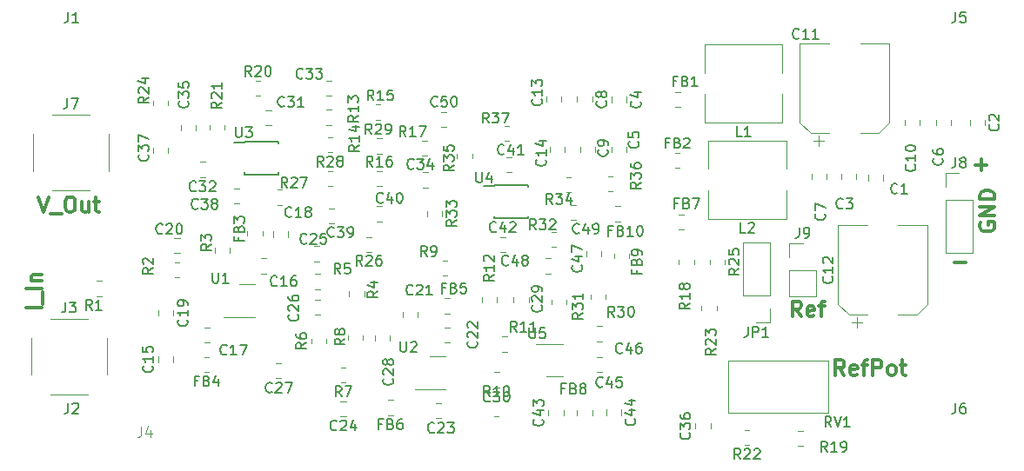
<source format=gbr>
%TF.GenerationSoftware,KiCad,Pcbnew,7.0.5*%
%TF.CreationDate,2023-08-07T14:42:52-07:00*%
%TF.ProjectId,TransimpedianceAmplifierV2,5472616e-7369-46d7-9065-6469616e6365,rev?*%
%TF.SameCoordinates,Original*%
%TF.FileFunction,Legend,Top*%
%TF.FilePolarity,Positive*%
%FSLAX46Y46*%
G04 Gerber Fmt 4.6, Leading zero omitted, Abs format (unit mm)*
G04 Created by KiCad (PCBNEW 7.0.5) date 2023-08-07 14:42:52*
%MOMM*%
%LPD*%
G01*
G04 APERTURE LIST*
%ADD10C,0.300000*%
%ADD11C,0.150000*%
%ADD12C,0.100000*%
%ADD13C,0.120000*%
G04 APERTURE END LIST*
D10*
X96117628Y-87939089D02*
X94617628Y-87939089D01*
X96260485Y-87581946D02*
X96260485Y-86439088D01*
X96117628Y-86081946D02*
X94617628Y-86081946D01*
X95117628Y-85367660D02*
X96117628Y-85367660D01*
X95260485Y-85367660D02*
X95189057Y-85296231D01*
X95189057Y-85296231D02*
X95117628Y-85153374D01*
X95117628Y-85153374D02*
X95117628Y-84939088D01*
X95117628Y-84939088D02*
X95189057Y-84796231D01*
X95189057Y-84796231D02*
X95331914Y-84724803D01*
X95331914Y-84724803D02*
X96117628Y-84724803D01*
X170067653Y-88827828D02*
X169567653Y-88113542D01*
X169210510Y-88827828D02*
X169210510Y-87327828D01*
X169210510Y-87327828D02*
X169781939Y-87327828D01*
X169781939Y-87327828D02*
X169924796Y-87399257D01*
X169924796Y-87399257D02*
X169996225Y-87470685D01*
X169996225Y-87470685D02*
X170067653Y-87613542D01*
X170067653Y-87613542D02*
X170067653Y-87827828D01*
X170067653Y-87827828D02*
X169996225Y-87970685D01*
X169996225Y-87970685D02*
X169924796Y-88042114D01*
X169924796Y-88042114D02*
X169781939Y-88113542D01*
X169781939Y-88113542D02*
X169210510Y-88113542D01*
X171281939Y-88756400D02*
X171139082Y-88827828D01*
X171139082Y-88827828D02*
X170853368Y-88827828D01*
X170853368Y-88827828D02*
X170710510Y-88756400D01*
X170710510Y-88756400D02*
X170639082Y-88613542D01*
X170639082Y-88613542D02*
X170639082Y-88042114D01*
X170639082Y-88042114D02*
X170710510Y-87899257D01*
X170710510Y-87899257D02*
X170853368Y-87827828D01*
X170853368Y-87827828D02*
X171139082Y-87827828D01*
X171139082Y-87827828D02*
X171281939Y-87899257D01*
X171281939Y-87899257D02*
X171353368Y-88042114D01*
X171353368Y-88042114D02*
X171353368Y-88184971D01*
X171353368Y-88184971D02*
X170639082Y-88327828D01*
X171781939Y-87827828D02*
X172353367Y-87827828D01*
X171996224Y-88827828D02*
X171996224Y-87542114D01*
X171996224Y-87542114D02*
X172067653Y-87399257D01*
X172067653Y-87399257D02*
X172210510Y-87327828D01*
X172210510Y-87327828D02*
X172353367Y-87327828D01*
X174258653Y-94542828D02*
X173758653Y-93828542D01*
X173401510Y-94542828D02*
X173401510Y-93042828D01*
X173401510Y-93042828D02*
X173972939Y-93042828D01*
X173972939Y-93042828D02*
X174115796Y-93114257D01*
X174115796Y-93114257D02*
X174187225Y-93185685D01*
X174187225Y-93185685D02*
X174258653Y-93328542D01*
X174258653Y-93328542D02*
X174258653Y-93542828D01*
X174258653Y-93542828D02*
X174187225Y-93685685D01*
X174187225Y-93685685D02*
X174115796Y-93757114D01*
X174115796Y-93757114D02*
X173972939Y-93828542D01*
X173972939Y-93828542D02*
X173401510Y-93828542D01*
X175472939Y-94471400D02*
X175330082Y-94542828D01*
X175330082Y-94542828D02*
X175044368Y-94542828D01*
X175044368Y-94542828D02*
X174901510Y-94471400D01*
X174901510Y-94471400D02*
X174830082Y-94328542D01*
X174830082Y-94328542D02*
X174830082Y-93757114D01*
X174830082Y-93757114D02*
X174901510Y-93614257D01*
X174901510Y-93614257D02*
X175044368Y-93542828D01*
X175044368Y-93542828D02*
X175330082Y-93542828D01*
X175330082Y-93542828D02*
X175472939Y-93614257D01*
X175472939Y-93614257D02*
X175544368Y-93757114D01*
X175544368Y-93757114D02*
X175544368Y-93899971D01*
X175544368Y-93899971D02*
X174830082Y-94042828D01*
X175972939Y-93542828D02*
X176544367Y-93542828D01*
X176187224Y-94542828D02*
X176187224Y-93257114D01*
X176187224Y-93257114D02*
X176258653Y-93114257D01*
X176258653Y-93114257D02*
X176401510Y-93042828D01*
X176401510Y-93042828D02*
X176544367Y-93042828D01*
X177044367Y-94542828D02*
X177044367Y-93042828D01*
X177044367Y-93042828D02*
X177615796Y-93042828D01*
X177615796Y-93042828D02*
X177758653Y-93114257D01*
X177758653Y-93114257D02*
X177830082Y-93185685D01*
X177830082Y-93185685D02*
X177901510Y-93328542D01*
X177901510Y-93328542D02*
X177901510Y-93542828D01*
X177901510Y-93542828D02*
X177830082Y-93685685D01*
X177830082Y-93685685D02*
X177758653Y-93757114D01*
X177758653Y-93757114D02*
X177615796Y-93828542D01*
X177615796Y-93828542D02*
X177044367Y-93828542D01*
X178758653Y-94542828D02*
X178615796Y-94471400D01*
X178615796Y-94471400D02*
X178544367Y-94399971D01*
X178544367Y-94399971D02*
X178472939Y-94257114D01*
X178472939Y-94257114D02*
X178472939Y-93828542D01*
X178472939Y-93828542D02*
X178544367Y-93685685D01*
X178544367Y-93685685D02*
X178615796Y-93614257D01*
X178615796Y-93614257D02*
X178758653Y-93542828D01*
X178758653Y-93542828D02*
X178972939Y-93542828D01*
X178972939Y-93542828D02*
X179115796Y-93614257D01*
X179115796Y-93614257D02*
X179187225Y-93685685D01*
X179187225Y-93685685D02*
X179258653Y-93828542D01*
X179258653Y-93828542D02*
X179258653Y-94257114D01*
X179258653Y-94257114D02*
X179187225Y-94399971D01*
X179187225Y-94399971D02*
X179115796Y-94471400D01*
X179115796Y-94471400D02*
X178972939Y-94542828D01*
X178972939Y-94542828D02*
X178758653Y-94542828D01*
X179687225Y-93542828D02*
X180258653Y-93542828D01*
X179901510Y-93042828D02*
X179901510Y-94328542D01*
X179901510Y-94328542D02*
X179972939Y-94471400D01*
X179972939Y-94471400D02*
X180115796Y-94542828D01*
X180115796Y-94542828D02*
X180258653Y-94542828D01*
X95844225Y-77167828D02*
X96344225Y-78667828D01*
X96344225Y-78667828D02*
X96844225Y-77167828D01*
X96987082Y-78810685D02*
X98129939Y-78810685D01*
X98772796Y-77167828D02*
X99058510Y-77167828D01*
X99058510Y-77167828D02*
X99201367Y-77239257D01*
X99201367Y-77239257D02*
X99344224Y-77382114D01*
X99344224Y-77382114D02*
X99415653Y-77667828D01*
X99415653Y-77667828D02*
X99415653Y-78167828D01*
X99415653Y-78167828D02*
X99344224Y-78453542D01*
X99344224Y-78453542D02*
X99201367Y-78596400D01*
X99201367Y-78596400D02*
X99058510Y-78667828D01*
X99058510Y-78667828D02*
X98772796Y-78667828D01*
X98772796Y-78667828D02*
X98629939Y-78596400D01*
X98629939Y-78596400D02*
X98487081Y-78453542D01*
X98487081Y-78453542D02*
X98415653Y-78167828D01*
X98415653Y-78167828D02*
X98415653Y-77667828D01*
X98415653Y-77667828D02*
X98487081Y-77382114D01*
X98487081Y-77382114D02*
X98629939Y-77239257D01*
X98629939Y-77239257D02*
X98772796Y-77167828D01*
X100701368Y-77667828D02*
X100701368Y-78667828D01*
X100058510Y-77667828D02*
X100058510Y-78453542D01*
X100058510Y-78453542D02*
X100129939Y-78596400D01*
X100129939Y-78596400D02*
X100272796Y-78667828D01*
X100272796Y-78667828D02*
X100487082Y-78667828D01*
X100487082Y-78667828D02*
X100629939Y-78596400D01*
X100629939Y-78596400D02*
X100701368Y-78524971D01*
X101201368Y-77667828D02*
X101772796Y-77667828D01*
X101415653Y-77167828D02*
X101415653Y-78453542D01*
X101415653Y-78453542D02*
X101487082Y-78596400D01*
X101487082Y-78596400D02*
X101629939Y-78667828D01*
X101629939Y-78667828D02*
X101772796Y-78667828D01*
X184958510Y-83557400D02*
X186101368Y-83557400D01*
X186990510Y-74032400D02*
X188133368Y-74032400D01*
X187561939Y-74603828D02*
X187561939Y-73460971D01*
X187475257Y-79685774D02*
X187403828Y-79828632D01*
X187403828Y-79828632D02*
X187403828Y-80042917D01*
X187403828Y-80042917D02*
X187475257Y-80257203D01*
X187475257Y-80257203D02*
X187618114Y-80400060D01*
X187618114Y-80400060D02*
X187760971Y-80471489D01*
X187760971Y-80471489D02*
X188046685Y-80542917D01*
X188046685Y-80542917D02*
X188260971Y-80542917D01*
X188260971Y-80542917D02*
X188546685Y-80471489D01*
X188546685Y-80471489D02*
X188689542Y-80400060D01*
X188689542Y-80400060D02*
X188832400Y-80257203D01*
X188832400Y-80257203D02*
X188903828Y-80042917D01*
X188903828Y-80042917D02*
X188903828Y-79900060D01*
X188903828Y-79900060D02*
X188832400Y-79685774D01*
X188832400Y-79685774D02*
X188760971Y-79614346D01*
X188760971Y-79614346D02*
X188260971Y-79614346D01*
X188260971Y-79614346D02*
X188260971Y-79900060D01*
X188903828Y-78971489D02*
X187403828Y-78971489D01*
X187403828Y-78971489D02*
X188903828Y-78114346D01*
X188903828Y-78114346D02*
X187403828Y-78114346D01*
X188903828Y-77400060D02*
X187403828Y-77400060D01*
X187403828Y-77400060D02*
X187403828Y-77042917D01*
X187403828Y-77042917D02*
X187475257Y-76828631D01*
X187475257Y-76828631D02*
X187618114Y-76685774D01*
X187618114Y-76685774D02*
X187760971Y-76614345D01*
X187760971Y-76614345D02*
X188046685Y-76542917D01*
X188046685Y-76542917D02*
X188260971Y-76542917D01*
X188260971Y-76542917D02*
X188546685Y-76614345D01*
X188546685Y-76614345D02*
X188689542Y-76685774D01*
X188689542Y-76685774D02*
X188832400Y-76828631D01*
X188832400Y-76828631D02*
X188903828Y-77042917D01*
X188903828Y-77042917D02*
X188903828Y-77400060D01*
D11*
%TO.C,C38*%
X111357142Y-78259580D02*
X111309523Y-78307200D01*
X111309523Y-78307200D02*
X111166666Y-78354819D01*
X111166666Y-78354819D02*
X111071428Y-78354819D01*
X111071428Y-78354819D02*
X110928571Y-78307200D01*
X110928571Y-78307200D02*
X110833333Y-78211961D01*
X110833333Y-78211961D02*
X110785714Y-78116723D01*
X110785714Y-78116723D02*
X110738095Y-77926247D01*
X110738095Y-77926247D02*
X110738095Y-77783390D01*
X110738095Y-77783390D02*
X110785714Y-77592914D01*
X110785714Y-77592914D02*
X110833333Y-77497676D01*
X110833333Y-77497676D02*
X110928571Y-77402438D01*
X110928571Y-77402438D02*
X111071428Y-77354819D01*
X111071428Y-77354819D02*
X111166666Y-77354819D01*
X111166666Y-77354819D02*
X111309523Y-77402438D01*
X111309523Y-77402438D02*
X111357142Y-77450057D01*
X111690476Y-77354819D02*
X112309523Y-77354819D01*
X112309523Y-77354819D02*
X111976190Y-77735771D01*
X111976190Y-77735771D02*
X112119047Y-77735771D01*
X112119047Y-77735771D02*
X112214285Y-77783390D01*
X112214285Y-77783390D02*
X112261904Y-77831009D01*
X112261904Y-77831009D02*
X112309523Y-77926247D01*
X112309523Y-77926247D02*
X112309523Y-78164342D01*
X112309523Y-78164342D02*
X112261904Y-78259580D01*
X112261904Y-78259580D02*
X112214285Y-78307200D01*
X112214285Y-78307200D02*
X112119047Y-78354819D01*
X112119047Y-78354819D02*
X111833333Y-78354819D01*
X111833333Y-78354819D02*
X111738095Y-78307200D01*
X111738095Y-78307200D02*
X111690476Y-78259580D01*
X112880952Y-77783390D02*
X112785714Y-77735771D01*
X112785714Y-77735771D02*
X112738095Y-77688152D01*
X112738095Y-77688152D02*
X112690476Y-77592914D01*
X112690476Y-77592914D02*
X112690476Y-77545295D01*
X112690476Y-77545295D02*
X112738095Y-77450057D01*
X112738095Y-77450057D02*
X112785714Y-77402438D01*
X112785714Y-77402438D02*
X112880952Y-77354819D01*
X112880952Y-77354819D02*
X113071428Y-77354819D01*
X113071428Y-77354819D02*
X113166666Y-77402438D01*
X113166666Y-77402438D02*
X113214285Y-77450057D01*
X113214285Y-77450057D02*
X113261904Y-77545295D01*
X113261904Y-77545295D02*
X113261904Y-77592914D01*
X113261904Y-77592914D02*
X113214285Y-77688152D01*
X113214285Y-77688152D02*
X113166666Y-77735771D01*
X113166666Y-77735771D02*
X113071428Y-77783390D01*
X113071428Y-77783390D02*
X112880952Y-77783390D01*
X112880952Y-77783390D02*
X112785714Y-77831009D01*
X112785714Y-77831009D02*
X112738095Y-77878628D01*
X112738095Y-77878628D02*
X112690476Y-77973866D01*
X112690476Y-77973866D02*
X112690476Y-78164342D01*
X112690476Y-78164342D02*
X112738095Y-78259580D01*
X112738095Y-78259580D02*
X112785714Y-78307200D01*
X112785714Y-78307200D02*
X112880952Y-78354819D01*
X112880952Y-78354819D02*
X113071428Y-78354819D01*
X113071428Y-78354819D02*
X113166666Y-78307200D01*
X113166666Y-78307200D02*
X113214285Y-78259580D01*
X113214285Y-78259580D02*
X113261904Y-78164342D01*
X113261904Y-78164342D02*
X113261904Y-77973866D01*
X113261904Y-77973866D02*
X113214285Y-77878628D01*
X113214285Y-77878628D02*
X113166666Y-77831009D01*
X113166666Y-77831009D02*
X113071428Y-77783390D01*
%TO.C,C18*%
X120457142Y-79059580D02*
X120409523Y-79107200D01*
X120409523Y-79107200D02*
X120266666Y-79154819D01*
X120266666Y-79154819D02*
X120171428Y-79154819D01*
X120171428Y-79154819D02*
X120028571Y-79107200D01*
X120028571Y-79107200D02*
X119933333Y-79011961D01*
X119933333Y-79011961D02*
X119885714Y-78916723D01*
X119885714Y-78916723D02*
X119838095Y-78726247D01*
X119838095Y-78726247D02*
X119838095Y-78583390D01*
X119838095Y-78583390D02*
X119885714Y-78392914D01*
X119885714Y-78392914D02*
X119933333Y-78297676D01*
X119933333Y-78297676D02*
X120028571Y-78202438D01*
X120028571Y-78202438D02*
X120171428Y-78154819D01*
X120171428Y-78154819D02*
X120266666Y-78154819D01*
X120266666Y-78154819D02*
X120409523Y-78202438D01*
X120409523Y-78202438D02*
X120457142Y-78250057D01*
X121409523Y-79154819D02*
X120838095Y-79154819D01*
X121123809Y-79154819D02*
X121123809Y-78154819D01*
X121123809Y-78154819D02*
X121028571Y-78297676D01*
X121028571Y-78297676D02*
X120933333Y-78392914D01*
X120933333Y-78392914D02*
X120838095Y-78440533D01*
X121980952Y-78583390D02*
X121885714Y-78535771D01*
X121885714Y-78535771D02*
X121838095Y-78488152D01*
X121838095Y-78488152D02*
X121790476Y-78392914D01*
X121790476Y-78392914D02*
X121790476Y-78345295D01*
X121790476Y-78345295D02*
X121838095Y-78250057D01*
X121838095Y-78250057D02*
X121885714Y-78202438D01*
X121885714Y-78202438D02*
X121980952Y-78154819D01*
X121980952Y-78154819D02*
X122171428Y-78154819D01*
X122171428Y-78154819D02*
X122266666Y-78202438D01*
X122266666Y-78202438D02*
X122314285Y-78250057D01*
X122314285Y-78250057D02*
X122361904Y-78345295D01*
X122361904Y-78345295D02*
X122361904Y-78392914D01*
X122361904Y-78392914D02*
X122314285Y-78488152D01*
X122314285Y-78488152D02*
X122266666Y-78535771D01*
X122266666Y-78535771D02*
X122171428Y-78583390D01*
X122171428Y-78583390D02*
X121980952Y-78583390D01*
X121980952Y-78583390D02*
X121885714Y-78631009D01*
X121885714Y-78631009D02*
X121838095Y-78678628D01*
X121838095Y-78678628D02*
X121790476Y-78773866D01*
X121790476Y-78773866D02*
X121790476Y-78964342D01*
X121790476Y-78964342D02*
X121838095Y-79059580D01*
X121838095Y-79059580D02*
X121885714Y-79107200D01*
X121885714Y-79107200D02*
X121980952Y-79154819D01*
X121980952Y-79154819D02*
X122171428Y-79154819D01*
X122171428Y-79154819D02*
X122266666Y-79107200D01*
X122266666Y-79107200D02*
X122314285Y-79059580D01*
X122314285Y-79059580D02*
X122361904Y-78964342D01*
X122361904Y-78964342D02*
X122361904Y-78773866D01*
X122361904Y-78773866D02*
X122314285Y-78678628D01*
X122314285Y-78678628D02*
X122266666Y-78631009D01*
X122266666Y-78631009D02*
X122171428Y-78583390D01*
%TO.C,R23*%
X161744819Y-91955857D02*
X161268628Y-92289190D01*
X161744819Y-92527285D02*
X160744819Y-92527285D01*
X160744819Y-92527285D02*
X160744819Y-92146333D01*
X160744819Y-92146333D02*
X160792438Y-92051095D01*
X160792438Y-92051095D02*
X160840057Y-92003476D01*
X160840057Y-92003476D02*
X160935295Y-91955857D01*
X160935295Y-91955857D02*
X161078152Y-91955857D01*
X161078152Y-91955857D02*
X161173390Y-92003476D01*
X161173390Y-92003476D02*
X161221009Y-92051095D01*
X161221009Y-92051095D02*
X161268628Y-92146333D01*
X161268628Y-92146333D02*
X161268628Y-92527285D01*
X160840057Y-91574904D02*
X160792438Y-91527285D01*
X160792438Y-91527285D02*
X160744819Y-91432047D01*
X160744819Y-91432047D02*
X160744819Y-91193952D01*
X160744819Y-91193952D02*
X160792438Y-91098714D01*
X160792438Y-91098714D02*
X160840057Y-91051095D01*
X160840057Y-91051095D02*
X160935295Y-91003476D01*
X160935295Y-91003476D02*
X161030533Y-91003476D01*
X161030533Y-91003476D02*
X161173390Y-91051095D01*
X161173390Y-91051095D02*
X161744819Y-91622523D01*
X161744819Y-91622523D02*
X161744819Y-91003476D01*
X160744819Y-90670142D02*
X160744819Y-90051095D01*
X160744819Y-90051095D02*
X161125771Y-90384428D01*
X161125771Y-90384428D02*
X161125771Y-90241571D01*
X161125771Y-90241571D02*
X161173390Y-90146333D01*
X161173390Y-90146333D02*
X161221009Y-90098714D01*
X161221009Y-90098714D02*
X161316247Y-90051095D01*
X161316247Y-90051095D02*
X161554342Y-90051095D01*
X161554342Y-90051095D02*
X161649580Y-90098714D01*
X161649580Y-90098714D02*
X161697200Y-90146333D01*
X161697200Y-90146333D02*
X161744819Y-90241571D01*
X161744819Y-90241571D02*
X161744819Y-90527285D01*
X161744819Y-90527285D02*
X161697200Y-90622523D01*
X161697200Y-90622523D02*
X161649580Y-90670142D01*
%TO.C,C42*%
X140369642Y-80504580D02*
X140322023Y-80552200D01*
X140322023Y-80552200D02*
X140179166Y-80599819D01*
X140179166Y-80599819D02*
X140083928Y-80599819D01*
X140083928Y-80599819D02*
X139941071Y-80552200D01*
X139941071Y-80552200D02*
X139845833Y-80456961D01*
X139845833Y-80456961D02*
X139798214Y-80361723D01*
X139798214Y-80361723D02*
X139750595Y-80171247D01*
X139750595Y-80171247D02*
X139750595Y-80028390D01*
X139750595Y-80028390D02*
X139798214Y-79837914D01*
X139798214Y-79837914D02*
X139845833Y-79742676D01*
X139845833Y-79742676D02*
X139941071Y-79647438D01*
X139941071Y-79647438D02*
X140083928Y-79599819D01*
X140083928Y-79599819D02*
X140179166Y-79599819D01*
X140179166Y-79599819D02*
X140322023Y-79647438D01*
X140322023Y-79647438D02*
X140369642Y-79695057D01*
X141226785Y-79933152D02*
X141226785Y-80599819D01*
X140988690Y-79552200D02*
X140750595Y-80266485D01*
X140750595Y-80266485D02*
X141369642Y-80266485D01*
X141702976Y-79695057D02*
X141750595Y-79647438D01*
X141750595Y-79647438D02*
X141845833Y-79599819D01*
X141845833Y-79599819D02*
X142083928Y-79599819D01*
X142083928Y-79599819D02*
X142179166Y-79647438D01*
X142179166Y-79647438D02*
X142226785Y-79695057D01*
X142226785Y-79695057D02*
X142274404Y-79790295D01*
X142274404Y-79790295D02*
X142274404Y-79885533D01*
X142274404Y-79885533D02*
X142226785Y-80028390D01*
X142226785Y-80028390D02*
X141655357Y-80599819D01*
X141655357Y-80599819D02*
X142274404Y-80599819D01*
%TO.C,U3*%
X115038095Y-70354819D02*
X115038095Y-71164342D01*
X115038095Y-71164342D02*
X115085714Y-71259580D01*
X115085714Y-71259580D02*
X115133333Y-71307200D01*
X115133333Y-71307200D02*
X115228571Y-71354819D01*
X115228571Y-71354819D02*
X115419047Y-71354819D01*
X115419047Y-71354819D02*
X115514285Y-71307200D01*
X115514285Y-71307200D02*
X115561904Y-71259580D01*
X115561904Y-71259580D02*
X115609523Y-71164342D01*
X115609523Y-71164342D02*
X115609523Y-70354819D01*
X115990476Y-70354819D02*
X116609523Y-70354819D01*
X116609523Y-70354819D02*
X116276190Y-70735771D01*
X116276190Y-70735771D02*
X116419047Y-70735771D01*
X116419047Y-70735771D02*
X116514285Y-70783390D01*
X116514285Y-70783390D02*
X116561904Y-70831009D01*
X116561904Y-70831009D02*
X116609523Y-70926247D01*
X116609523Y-70926247D02*
X116609523Y-71164342D01*
X116609523Y-71164342D02*
X116561904Y-71259580D01*
X116561904Y-71259580D02*
X116514285Y-71307200D01*
X116514285Y-71307200D02*
X116419047Y-71354819D01*
X116419047Y-71354819D02*
X116133333Y-71354819D01*
X116133333Y-71354819D02*
X116038095Y-71307200D01*
X116038095Y-71307200D02*
X115990476Y-71259580D01*
%TO.C,J3*%
X98472666Y-87414819D02*
X98472666Y-88129104D01*
X98472666Y-88129104D02*
X98425047Y-88271961D01*
X98425047Y-88271961D02*
X98329809Y-88367200D01*
X98329809Y-88367200D02*
X98186952Y-88414819D01*
X98186952Y-88414819D02*
X98091714Y-88414819D01*
X98853619Y-87414819D02*
X99472666Y-87414819D01*
X99472666Y-87414819D02*
X99139333Y-87795771D01*
X99139333Y-87795771D02*
X99282190Y-87795771D01*
X99282190Y-87795771D02*
X99377428Y-87843390D01*
X99377428Y-87843390D02*
X99425047Y-87891009D01*
X99425047Y-87891009D02*
X99472666Y-87986247D01*
X99472666Y-87986247D02*
X99472666Y-88224342D01*
X99472666Y-88224342D02*
X99425047Y-88319580D01*
X99425047Y-88319580D02*
X99377428Y-88367200D01*
X99377428Y-88367200D02*
X99282190Y-88414819D01*
X99282190Y-88414819D02*
X98996476Y-88414819D01*
X98996476Y-88414819D02*
X98901238Y-88367200D01*
X98901238Y-88367200D02*
X98853619Y-88319580D01*
%TO.C,R32*%
X144264142Y-80354819D02*
X143930809Y-79878628D01*
X143692714Y-80354819D02*
X143692714Y-79354819D01*
X143692714Y-79354819D02*
X144073666Y-79354819D01*
X144073666Y-79354819D02*
X144168904Y-79402438D01*
X144168904Y-79402438D02*
X144216523Y-79450057D01*
X144216523Y-79450057D02*
X144264142Y-79545295D01*
X144264142Y-79545295D02*
X144264142Y-79688152D01*
X144264142Y-79688152D02*
X144216523Y-79783390D01*
X144216523Y-79783390D02*
X144168904Y-79831009D01*
X144168904Y-79831009D02*
X144073666Y-79878628D01*
X144073666Y-79878628D02*
X143692714Y-79878628D01*
X144597476Y-79354819D02*
X145216523Y-79354819D01*
X145216523Y-79354819D02*
X144883190Y-79735771D01*
X144883190Y-79735771D02*
X145026047Y-79735771D01*
X145026047Y-79735771D02*
X145121285Y-79783390D01*
X145121285Y-79783390D02*
X145168904Y-79831009D01*
X145168904Y-79831009D02*
X145216523Y-79926247D01*
X145216523Y-79926247D02*
X145216523Y-80164342D01*
X145216523Y-80164342D02*
X145168904Y-80259580D01*
X145168904Y-80259580D02*
X145121285Y-80307200D01*
X145121285Y-80307200D02*
X145026047Y-80354819D01*
X145026047Y-80354819D02*
X144740333Y-80354819D01*
X144740333Y-80354819D02*
X144645095Y-80307200D01*
X144645095Y-80307200D02*
X144597476Y-80259580D01*
X145597476Y-79450057D02*
X145645095Y-79402438D01*
X145645095Y-79402438D02*
X145740333Y-79354819D01*
X145740333Y-79354819D02*
X145978428Y-79354819D01*
X145978428Y-79354819D02*
X146073666Y-79402438D01*
X146073666Y-79402438D02*
X146121285Y-79450057D01*
X146121285Y-79450057D02*
X146168904Y-79545295D01*
X146168904Y-79545295D02*
X146168904Y-79640533D01*
X146168904Y-79640533D02*
X146121285Y-79783390D01*
X146121285Y-79783390D02*
X145549857Y-80354819D01*
X145549857Y-80354819D02*
X146168904Y-80354819D01*
%TO.C,U2*%
X131064095Y-91278819D02*
X131064095Y-92088342D01*
X131064095Y-92088342D02*
X131111714Y-92183580D01*
X131111714Y-92183580D02*
X131159333Y-92231200D01*
X131159333Y-92231200D02*
X131254571Y-92278819D01*
X131254571Y-92278819D02*
X131445047Y-92278819D01*
X131445047Y-92278819D02*
X131540285Y-92231200D01*
X131540285Y-92231200D02*
X131587904Y-92183580D01*
X131587904Y-92183580D02*
X131635523Y-92088342D01*
X131635523Y-92088342D02*
X131635523Y-91278819D01*
X132064095Y-91374057D02*
X132111714Y-91326438D01*
X132111714Y-91326438D02*
X132206952Y-91278819D01*
X132206952Y-91278819D02*
X132445047Y-91278819D01*
X132445047Y-91278819D02*
X132540285Y-91326438D01*
X132540285Y-91326438D02*
X132587904Y-91374057D01*
X132587904Y-91374057D02*
X132635523Y-91469295D01*
X132635523Y-91469295D02*
X132635523Y-91564533D01*
X132635523Y-91564533D02*
X132587904Y-91707390D01*
X132587904Y-91707390D02*
X132016476Y-92278819D01*
X132016476Y-92278819D02*
X132635523Y-92278819D01*
%TO.C,J2*%
X98726666Y-97254819D02*
X98726666Y-97969104D01*
X98726666Y-97969104D02*
X98679047Y-98111961D01*
X98679047Y-98111961D02*
X98583809Y-98207200D01*
X98583809Y-98207200D02*
X98440952Y-98254819D01*
X98440952Y-98254819D02*
X98345714Y-98254819D01*
X99155238Y-97350057D02*
X99202857Y-97302438D01*
X99202857Y-97302438D02*
X99298095Y-97254819D01*
X99298095Y-97254819D02*
X99536190Y-97254819D01*
X99536190Y-97254819D02*
X99631428Y-97302438D01*
X99631428Y-97302438D02*
X99679047Y-97350057D01*
X99679047Y-97350057D02*
X99726666Y-97445295D01*
X99726666Y-97445295D02*
X99726666Y-97540533D01*
X99726666Y-97540533D02*
X99679047Y-97683390D01*
X99679047Y-97683390D02*
X99107619Y-98254819D01*
X99107619Y-98254819D02*
X99726666Y-98254819D01*
%TO.C,J7*%
X98650466Y-67552019D02*
X98650466Y-68266304D01*
X98650466Y-68266304D02*
X98602847Y-68409161D01*
X98602847Y-68409161D02*
X98507609Y-68504400D01*
X98507609Y-68504400D02*
X98364752Y-68552019D01*
X98364752Y-68552019D02*
X98269514Y-68552019D01*
X99031419Y-67552019D02*
X99698085Y-67552019D01*
X99698085Y-67552019D02*
X99269514Y-68552019D01*
%TO.C,R12*%
X140154819Y-84742857D02*
X139678628Y-85076190D01*
X140154819Y-85314285D02*
X139154819Y-85314285D01*
X139154819Y-85314285D02*
X139154819Y-84933333D01*
X139154819Y-84933333D02*
X139202438Y-84838095D01*
X139202438Y-84838095D02*
X139250057Y-84790476D01*
X139250057Y-84790476D02*
X139345295Y-84742857D01*
X139345295Y-84742857D02*
X139488152Y-84742857D01*
X139488152Y-84742857D02*
X139583390Y-84790476D01*
X139583390Y-84790476D02*
X139631009Y-84838095D01*
X139631009Y-84838095D02*
X139678628Y-84933333D01*
X139678628Y-84933333D02*
X139678628Y-85314285D01*
X140154819Y-83790476D02*
X140154819Y-84361904D01*
X140154819Y-84076190D02*
X139154819Y-84076190D01*
X139154819Y-84076190D02*
X139297676Y-84171428D01*
X139297676Y-84171428D02*
X139392914Y-84266666D01*
X139392914Y-84266666D02*
X139440533Y-84361904D01*
X139250057Y-83409523D02*
X139202438Y-83361904D01*
X139202438Y-83361904D02*
X139154819Y-83266666D01*
X139154819Y-83266666D02*
X139154819Y-83028571D01*
X139154819Y-83028571D02*
X139202438Y-82933333D01*
X139202438Y-82933333D02*
X139250057Y-82885714D01*
X139250057Y-82885714D02*
X139345295Y-82838095D01*
X139345295Y-82838095D02*
X139440533Y-82838095D01*
X139440533Y-82838095D02*
X139583390Y-82885714D01*
X139583390Y-82885714D02*
X140154819Y-83457142D01*
X140154819Y-83457142D02*
X140154819Y-82838095D01*
%TO.C,R31*%
X148790819Y-88476057D02*
X148314628Y-88809390D01*
X148790819Y-89047485D02*
X147790819Y-89047485D01*
X147790819Y-89047485D02*
X147790819Y-88666533D01*
X147790819Y-88666533D02*
X147838438Y-88571295D01*
X147838438Y-88571295D02*
X147886057Y-88523676D01*
X147886057Y-88523676D02*
X147981295Y-88476057D01*
X147981295Y-88476057D02*
X148124152Y-88476057D01*
X148124152Y-88476057D02*
X148219390Y-88523676D01*
X148219390Y-88523676D02*
X148267009Y-88571295D01*
X148267009Y-88571295D02*
X148314628Y-88666533D01*
X148314628Y-88666533D02*
X148314628Y-89047485D01*
X147790819Y-88142723D02*
X147790819Y-87523676D01*
X147790819Y-87523676D02*
X148171771Y-87857009D01*
X148171771Y-87857009D02*
X148171771Y-87714152D01*
X148171771Y-87714152D02*
X148219390Y-87618914D01*
X148219390Y-87618914D02*
X148267009Y-87571295D01*
X148267009Y-87571295D02*
X148362247Y-87523676D01*
X148362247Y-87523676D02*
X148600342Y-87523676D01*
X148600342Y-87523676D02*
X148695580Y-87571295D01*
X148695580Y-87571295D02*
X148743200Y-87618914D01*
X148743200Y-87618914D02*
X148790819Y-87714152D01*
X148790819Y-87714152D02*
X148790819Y-87999866D01*
X148790819Y-87999866D02*
X148743200Y-88095104D01*
X148743200Y-88095104D02*
X148695580Y-88142723D01*
X148790819Y-86571295D02*
X148790819Y-87142723D01*
X148790819Y-86857009D02*
X147790819Y-86857009D01*
X147790819Y-86857009D02*
X147933676Y-86952247D01*
X147933676Y-86952247D02*
X148028914Y-87047485D01*
X148028914Y-87047485D02*
X148076533Y-87142723D01*
%TO.C,R8*%
X125654819Y-90966666D02*
X125178628Y-91299999D01*
X125654819Y-91538094D02*
X124654819Y-91538094D01*
X124654819Y-91538094D02*
X124654819Y-91157142D01*
X124654819Y-91157142D02*
X124702438Y-91061904D01*
X124702438Y-91061904D02*
X124750057Y-91014285D01*
X124750057Y-91014285D02*
X124845295Y-90966666D01*
X124845295Y-90966666D02*
X124988152Y-90966666D01*
X124988152Y-90966666D02*
X125083390Y-91014285D01*
X125083390Y-91014285D02*
X125131009Y-91061904D01*
X125131009Y-91061904D02*
X125178628Y-91157142D01*
X125178628Y-91157142D02*
X125178628Y-91538094D01*
X125083390Y-90395237D02*
X125035771Y-90490475D01*
X125035771Y-90490475D02*
X124988152Y-90538094D01*
X124988152Y-90538094D02*
X124892914Y-90585713D01*
X124892914Y-90585713D02*
X124845295Y-90585713D01*
X124845295Y-90585713D02*
X124750057Y-90538094D01*
X124750057Y-90538094D02*
X124702438Y-90490475D01*
X124702438Y-90490475D02*
X124654819Y-90395237D01*
X124654819Y-90395237D02*
X124654819Y-90204761D01*
X124654819Y-90204761D02*
X124702438Y-90109523D01*
X124702438Y-90109523D02*
X124750057Y-90061904D01*
X124750057Y-90061904D02*
X124845295Y-90014285D01*
X124845295Y-90014285D02*
X124892914Y-90014285D01*
X124892914Y-90014285D02*
X124988152Y-90061904D01*
X124988152Y-90061904D02*
X125035771Y-90109523D01*
X125035771Y-90109523D02*
X125083390Y-90204761D01*
X125083390Y-90204761D02*
X125083390Y-90395237D01*
X125083390Y-90395237D02*
X125131009Y-90490475D01*
X125131009Y-90490475D02*
X125178628Y-90538094D01*
X125178628Y-90538094D02*
X125273866Y-90585713D01*
X125273866Y-90585713D02*
X125464342Y-90585713D01*
X125464342Y-90585713D02*
X125559580Y-90538094D01*
X125559580Y-90538094D02*
X125607200Y-90490475D01*
X125607200Y-90490475D02*
X125654819Y-90395237D01*
X125654819Y-90395237D02*
X125654819Y-90204761D01*
X125654819Y-90204761D02*
X125607200Y-90109523D01*
X125607200Y-90109523D02*
X125559580Y-90061904D01*
X125559580Y-90061904D02*
X125464342Y-90014285D01*
X125464342Y-90014285D02*
X125273866Y-90014285D01*
X125273866Y-90014285D02*
X125178628Y-90061904D01*
X125178628Y-90061904D02*
X125131009Y-90109523D01*
X125131009Y-90109523D02*
X125083390Y-90204761D01*
%TO.C,R29*%
X128257142Y-71054819D02*
X127923809Y-70578628D01*
X127685714Y-71054819D02*
X127685714Y-70054819D01*
X127685714Y-70054819D02*
X128066666Y-70054819D01*
X128066666Y-70054819D02*
X128161904Y-70102438D01*
X128161904Y-70102438D02*
X128209523Y-70150057D01*
X128209523Y-70150057D02*
X128257142Y-70245295D01*
X128257142Y-70245295D02*
X128257142Y-70388152D01*
X128257142Y-70388152D02*
X128209523Y-70483390D01*
X128209523Y-70483390D02*
X128161904Y-70531009D01*
X128161904Y-70531009D02*
X128066666Y-70578628D01*
X128066666Y-70578628D02*
X127685714Y-70578628D01*
X128638095Y-70150057D02*
X128685714Y-70102438D01*
X128685714Y-70102438D02*
X128780952Y-70054819D01*
X128780952Y-70054819D02*
X129019047Y-70054819D01*
X129019047Y-70054819D02*
X129114285Y-70102438D01*
X129114285Y-70102438D02*
X129161904Y-70150057D01*
X129161904Y-70150057D02*
X129209523Y-70245295D01*
X129209523Y-70245295D02*
X129209523Y-70340533D01*
X129209523Y-70340533D02*
X129161904Y-70483390D01*
X129161904Y-70483390D02*
X128590476Y-71054819D01*
X128590476Y-71054819D02*
X129209523Y-71054819D01*
X129685714Y-71054819D02*
X129876190Y-71054819D01*
X129876190Y-71054819D02*
X129971428Y-71007200D01*
X129971428Y-71007200D02*
X130019047Y-70959580D01*
X130019047Y-70959580D02*
X130114285Y-70816723D01*
X130114285Y-70816723D02*
X130161904Y-70626247D01*
X130161904Y-70626247D02*
X130161904Y-70245295D01*
X130161904Y-70245295D02*
X130114285Y-70150057D01*
X130114285Y-70150057D02*
X130066666Y-70102438D01*
X130066666Y-70102438D02*
X129971428Y-70054819D01*
X129971428Y-70054819D02*
X129780952Y-70054819D01*
X129780952Y-70054819D02*
X129685714Y-70102438D01*
X129685714Y-70102438D02*
X129638095Y-70150057D01*
X129638095Y-70150057D02*
X129590476Y-70245295D01*
X129590476Y-70245295D02*
X129590476Y-70483390D01*
X129590476Y-70483390D02*
X129638095Y-70578628D01*
X129638095Y-70578628D02*
X129685714Y-70626247D01*
X129685714Y-70626247D02*
X129780952Y-70673866D01*
X129780952Y-70673866D02*
X129971428Y-70673866D01*
X129971428Y-70673866D02*
X130066666Y-70626247D01*
X130066666Y-70626247D02*
X130114285Y-70578628D01*
X130114285Y-70578628D02*
X130161904Y-70483390D01*
%TO.C,R1*%
X101026933Y-88186419D02*
X100693600Y-87710228D01*
X100455505Y-88186419D02*
X100455505Y-87186419D01*
X100455505Y-87186419D02*
X100836457Y-87186419D01*
X100836457Y-87186419D02*
X100931695Y-87234038D01*
X100931695Y-87234038D02*
X100979314Y-87281657D01*
X100979314Y-87281657D02*
X101026933Y-87376895D01*
X101026933Y-87376895D02*
X101026933Y-87519752D01*
X101026933Y-87519752D02*
X100979314Y-87614990D01*
X100979314Y-87614990D02*
X100931695Y-87662609D01*
X100931695Y-87662609D02*
X100836457Y-87710228D01*
X100836457Y-87710228D02*
X100455505Y-87710228D01*
X101979314Y-88186419D02*
X101407886Y-88186419D01*
X101693600Y-88186419D02*
X101693600Y-87186419D01*
X101693600Y-87186419D02*
X101598362Y-87329276D01*
X101598362Y-87329276D02*
X101503124Y-87424514D01*
X101503124Y-87424514D02*
X101407886Y-87472133D01*
%TO.C,C44*%
X153839580Y-98805357D02*
X153887200Y-98852976D01*
X153887200Y-98852976D02*
X153934819Y-98995833D01*
X153934819Y-98995833D02*
X153934819Y-99091071D01*
X153934819Y-99091071D02*
X153887200Y-99233928D01*
X153887200Y-99233928D02*
X153791961Y-99329166D01*
X153791961Y-99329166D02*
X153696723Y-99376785D01*
X153696723Y-99376785D02*
X153506247Y-99424404D01*
X153506247Y-99424404D02*
X153363390Y-99424404D01*
X153363390Y-99424404D02*
X153172914Y-99376785D01*
X153172914Y-99376785D02*
X153077676Y-99329166D01*
X153077676Y-99329166D02*
X152982438Y-99233928D01*
X152982438Y-99233928D02*
X152934819Y-99091071D01*
X152934819Y-99091071D02*
X152934819Y-98995833D01*
X152934819Y-98995833D02*
X152982438Y-98852976D01*
X152982438Y-98852976D02*
X153030057Y-98805357D01*
X153268152Y-97948214D02*
X153934819Y-97948214D01*
X152887200Y-98186309D02*
X153601485Y-98424404D01*
X153601485Y-98424404D02*
X153601485Y-97805357D01*
X153268152Y-96995833D02*
X153934819Y-96995833D01*
X152887200Y-97233928D02*
X153601485Y-97472023D01*
X153601485Y-97472023D02*
X153601485Y-96852976D01*
%TO.C,C41*%
X141157142Y-72959580D02*
X141109523Y-73007200D01*
X141109523Y-73007200D02*
X140966666Y-73054819D01*
X140966666Y-73054819D02*
X140871428Y-73054819D01*
X140871428Y-73054819D02*
X140728571Y-73007200D01*
X140728571Y-73007200D02*
X140633333Y-72911961D01*
X140633333Y-72911961D02*
X140585714Y-72816723D01*
X140585714Y-72816723D02*
X140538095Y-72626247D01*
X140538095Y-72626247D02*
X140538095Y-72483390D01*
X140538095Y-72483390D02*
X140585714Y-72292914D01*
X140585714Y-72292914D02*
X140633333Y-72197676D01*
X140633333Y-72197676D02*
X140728571Y-72102438D01*
X140728571Y-72102438D02*
X140871428Y-72054819D01*
X140871428Y-72054819D02*
X140966666Y-72054819D01*
X140966666Y-72054819D02*
X141109523Y-72102438D01*
X141109523Y-72102438D02*
X141157142Y-72150057D01*
X142014285Y-72388152D02*
X142014285Y-73054819D01*
X141776190Y-72007200D02*
X141538095Y-72721485D01*
X141538095Y-72721485D02*
X142157142Y-72721485D01*
X143061904Y-73054819D02*
X142490476Y-73054819D01*
X142776190Y-73054819D02*
X142776190Y-72054819D01*
X142776190Y-72054819D02*
X142680952Y-72197676D01*
X142680952Y-72197676D02*
X142585714Y-72292914D01*
X142585714Y-72292914D02*
X142490476Y-72340533D01*
%TO.C,L1*%
X164272933Y-71271019D02*
X163796743Y-71271019D01*
X163796743Y-71271019D02*
X163796743Y-70271019D01*
X165130076Y-71271019D02*
X164558648Y-71271019D01*
X164844362Y-71271019D02*
X164844362Y-70271019D01*
X164844362Y-70271019D02*
X164749124Y-70413876D01*
X164749124Y-70413876D02*
X164653886Y-70509114D01*
X164653886Y-70509114D02*
X164558648Y-70556733D01*
%TO.C,FB9*%
X154031009Y-84333333D02*
X154031009Y-84666666D01*
X154554819Y-84666666D02*
X153554819Y-84666666D01*
X153554819Y-84666666D02*
X153554819Y-84190476D01*
X154031009Y-83476190D02*
X154078628Y-83333333D01*
X154078628Y-83333333D02*
X154126247Y-83285714D01*
X154126247Y-83285714D02*
X154221485Y-83238095D01*
X154221485Y-83238095D02*
X154364342Y-83238095D01*
X154364342Y-83238095D02*
X154459580Y-83285714D01*
X154459580Y-83285714D02*
X154507200Y-83333333D01*
X154507200Y-83333333D02*
X154554819Y-83428571D01*
X154554819Y-83428571D02*
X154554819Y-83809523D01*
X154554819Y-83809523D02*
X153554819Y-83809523D01*
X153554819Y-83809523D02*
X153554819Y-83476190D01*
X153554819Y-83476190D02*
X153602438Y-83380952D01*
X153602438Y-83380952D02*
X153650057Y-83333333D01*
X153650057Y-83333333D02*
X153745295Y-83285714D01*
X153745295Y-83285714D02*
X153840533Y-83285714D01*
X153840533Y-83285714D02*
X153935771Y-83333333D01*
X153935771Y-83333333D02*
X153983390Y-83380952D01*
X153983390Y-83380952D02*
X154031009Y-83476190D01*
X154031009Y-83476190D02*
X154031009Y-83809523D01*
X154554819Y-82761904D02*
X154554819Y-82571428D01*
X154554819Y-82571428D02*
X154507200Y-82476190D01*
X154507200Y-82476190D02*
X154459580Y-82428571D01*
X154459580Y-82428571D02*
X154316723Y-82333333D01*
X154316723Y-82333333D02*
X154126247Y-82285714D01*
X154126247Y-82285714D02*
X153745295Y-82285714D01*
X153745295Y-82285714D02*
X153650057Y-82333333D01*
X153650057Y-82333333D02*
X153602438Y-82380952D01*
X153602438Y-82380952D02*
X153554819Y-82476190D01*
X153554819Y-82476190D02*
X153554819Y-82666666D01*
X153554819Y-82666666D02*
X153602438Y-82761904D01*
X153602438Y-82761904D02*
X153650057Y-82809523D01*
X153650057Y-82809523D02*
X153745295Y-82857142D01*
X153745295Y-82857142D02*
X153983390Y-82857142D01*
X153983390Y-82857142D02*
X154078628Y-82809523D01*
X154078628Y-82809523D02*
X154126247Y-82761904D01*
X154126247Y-82761904D02*
X154173866Y-82666666D01*
X154173866Y-82666666D02*
X154173866Y-82476190D01*
X154173866Y-82476190D02*
X154126247Y-82380952D01*
X154126247Y-82380952D02*
X154078628Y-82333333D01*
X154078628Y-82333333D02*
X153983390Y-82285714D01*
%TO.C,C21*%
X132249942Y-86617980D02*
X132202323Y-86665600D01*
X132202323Y-86665600D02*
X132059466Y-86713219D01*
X132059466Y-86713219D02*
X131964228Y-86713219D01*
X131964228Y-86713219D02*
X131821371Y-86665600D01*
X131821371Y-86665600D02*
X131726133Y-86570361D01*
X131726133Y-86570361D02*
X131678514Y-86475123D01*
X131678514Y-86475123D02*
X131630895Y-86284647D01*
X131630895Y-86284647D02*
X131630895Y-86141790D01*
X131630895Y-86141790D02*
X131678514Y-85951314D01*
X131678514Y-85951314D02*
X131726133Y-85856076D01*
X131726133Y-85856076D02*
X131821371Y-85760838D01*
X131821371Y-85760838D02*
X131964228Y-85713219D01*
X131964228Y-85713219D02*
X132059466Y-85713219D01*
X132059466Y-85713219D02*
X132202323Y-85760838D01*
X132202323Y-85760838D02*
X132249942Y-85808457D01*
X132630895Y-85808457D02*
X132678514Y-85760838D01*
X132678514Y-85760838D02*
X132773752Y-85713219D01*
X132773752Y-85713219D02*
X133011847Y-85713219D01*
X133011847Y-85713219D02*
X133107085Y-85760838D01*
X133107085Y-85760838D02*
X133154704Y-85808457D01*
X133154704Y-85808457D02*
X133202323Y-85903695D01*
X133202323Y-85903695D02*
X133202323Y-85998933D01*
X133202323Y-85998933D02*
X133154704Y-86141790D01*
X133154704Y-86141790D02*
X132583276Y-86713219D01*
X132583276Y-86713219D02*
X133202323Y-86713219D01*
X134154704Y-86713219D02*
X133583276Y-86713219D01*
X133868990Y-86713219D02*
X133868990Y-85713219D01*
X133868990Y-85713219D02*
X133773752Y-85856076D01*
X133773752Y-85856076D02*
X133678514Y-85951314D01*
X133678514Y-85951314D02*
X133583276Y-85998933D01*
%TO.C,C33*%
X121557142Y-65559580D02*
X121509523Y-65607200D01*
X121509523Y-65607200D02*
X121366666Y-65654819D01*
X121366666Y-65654819D02*
X121271428Y-65654819D01*
X121271428Y-65654819D02*
X121128571Y-65607200D01*
X121128571Y-65607200D02*
X121033333Y-65511961D01*
X121033333Y-65511961D02*
X120985714Y-65416723D01*
X120985714Y-65416723D02*
X120938095Y-65226247D01*
X120938095Y-65226247D02*
X120938095Y-65083390D01*
X120938095Y-65083390D02*
X120985714Y-64892914D01*
X120985714Y-64892914D02*
X121033333Y-64797676D01*
X121033333Y-64797676D02*
X121128571Y-64702438D01*
X121128571Y-64702438D02*
X121271428Y-64654819D01*
X121271428Y-64654819D02*
X121366666Y-64654819D01*
X121366666Y-64654819D02*
X121509523Y-64702438D01*
X121509523Y-64702438D02*
X121557142Y-64750057D01*
X121890476Y-64654819D02*
X122509523Y-64654819D01*
X122509523Y-64654819D02*
X122176190Y-65035771D01*
X122176190Y-65035771D02*
X122319047Y-65035771D01*
X122319047Y-65035771D02*
X122414285Y-65083390D01*
X122414285Y-65083390D02*
X122461904Y-65131009D01*
X122461904Y-65131009D02*
X122509523Y-65226247D01*
X122509523Y-65226247D02*
X122509523Y-65464342D01*
X122509523Y-65464342D02*
X122461904Y-65559580D01*
X122461904Y-65559580D02*
X122414285Y-65607200D01*
X122414285Y-65607200D02*
X122319047Y-65654819D01*
X122319047Y-65654819D02*
X122033333Y-65654819D01*
X122033333Y-65654819D02*
X121938095Y-65607200D01*
X121938095Y-65607200D02*
X121890476Y-65559580D01*
X122842857Y-64654819D02*
X123461904Y-64654819D01*
X123461904Y-64654819D02*
X123128571Y-65035771D01*
X123128571Y-65035771D02*
X123271428Y-65035771D01*
X123271428Y-65035771D02*
X123366666Y-65083390D01*
X123366666Y-65083390D02*
X123414285Y-65131009D01*
X123414285Y-65131009D02*
X123461904Y-65226247D01*
X123461904Y-65226247D02*
X123461904Y-65464342D01*
X123461904Y-65464342D02*
X123414285Y-65559580D01*
X123414285Y-65559580D02*
X123366666Y-65607200D01*
X123366666Y-65607200D02*
X123271428Y-65654819D01*
X123271428Y-65654819D02*
X122985714Y-65654819D01*
X122985714Y-65654819D02*
X122890476Y-65607200D01*
X122890476Y-65607200D02*
X122842857Y-65559580D01*
%TO.C,R17*%
X131589542Y-71270019D02*
X131256209Y-70793828D01*
X131018114Y-71270019D02*
X131018114Y-70270019D01*
X131018114Y-70270019D02*
X131399066Y-70270019D01*
X131399066Y-70270019D02*
X131494304Y-70317638D01*
X131494304Y-70317638D02*
X131541923Y-70365257D01*
X131541923Y-70365257D02*
X131589542Y-70460495D01*
X131589542Y-70460495D02*
X131589542Y-70603352D01*
X131589542Y-70603352D02*
X131541923Y-70698590D01*
X131541923Y-70698590D02*
X131494304Y-70746209D01*
X131494304Y-70746209D02*
X131399066Y-70793828D01*
X131399066Y-70793828D02*
X131018114Y-70793828D01*
X132541923Y-71270019D02*
X131970495Y-71270019D01*
X132256209Y-71270019D02*
X132256209Y-70270019D01*
X132256209Y-70270019D02*
X132160971Y-70412876D01*
X132160971Y-70412876D02*
X132065733Y-70508114D01*
X132065733Y-70508114D02*
X131970495Y-70555733D01*
X132875257Y-70270019D02*
X133541923Y-70270019D01*
X133541923Y-70270019D02*
X133113352Y-71270019D01*
%TO.C,FB2*%
X157166666Y-71881009D02*
X156833333Y-71881009D01*
X156833333Y-72404819D02*
X156833333Y-71404819D01*
X156833333Y-71404819D02*
X157309523Y-71404819D01*
X158023809Y-71881009D02*
X158166666Y-71928628D01*
X158166666Y-71928628D02*
X158214285Y-71976247D01*
X158214285Y-71976247D02*
X158261904Y-72071485D01*
X158261904Y-72071485D02*
X158261904Y-72214342D01*
X158261904Y-72214342D02*
X158214285Y-72309580D01*
X158214285Y-72309580D02*
X158166666Y-72357200D01*
X158166666Y-72357200D02*
X158071428Y-72404819D01*
X158071428Y-72404819D02*
X157690476Y-72404819D01*
X157690476Y-72404819D02*
X157690476Y-71404819D01*
X157690476Y-71404819D02*
X158023809Y-71404819D01*
X158023809Y-71404819D02*
X158119047Y-71452438D01*
X158119047Y-71452438D02*
X158166666Y-71500057D01*
X158166666Y-71500057D02*
X158214285Y-71595295D01*
X158214285Y-71595295D02*
X158214285Y-71690533D01*
X158214285Y-71690533D02*
X158166666Y-71785771D01*
X158166666Y-71785771D02*
X158119047Y-71833390D01*
X158119047Y-71833390D02*
X158023809Y-71881009D01*
X158023809Y-71881009D02*
X157690476Y-71881009D01*
X158642857Y-71500057D02*
X158690476Y-71452438D01*
X158690476Y-71452438D02*
X158785714Y-71404819D01*
X158785714Y-71404819D02*
X159023809Y-71404819D01*
X159023809Y-71404819D02*
X159119047Y-71452438D01*
X159119047Y-71452438D02*
X159166666Y-71500057D01*
X159166666Y-71500057D02*
X159214285Y-71595295D01*
X159214285Y-71595295D02*
X159214285Y-71690533D01*
X159214285Y-71690533D02*
X159166666Y-71833390D01*
X159166666Y-71833390D02*
X158595238Y-72404819D01*
X158595238Y-72404819D02*
X159214285Y-72404819D01*
%TO.C,R15*%
X128457142Y-67754819D02*
X128123809Y-67278628D01*
X127885714Y-67754819D02*
X127885714Y-66754819D01*
X127885714Y-66754819D02*
X128266666Y-66754819D01*
X128266666Y-66754819D02*
X128361904Y-66802438D01*
X128361904Y-66802438D02*
X128409523Y-66850057D01*
X128409523Y-66850057D02*
X128457142Y-66945295D01*
X128457142Y-66945295D02*
X128457142Y-67088152D01*
X128457142Y-67088152D02*
X128409523Y-67183390D01*
X128409523Y-67183390D02*
X128361904Y-67231009D01*
X128361904Y-67231009D02*
X128266666Y-67278628D01*
X128266666Y-67278628D02*
X127885714Y-67278628D01*
X129409523Y-67754819D02*
X128838095Y-67754819D01*
X129123809Y-67754819D02*
X129123809Y-66754819D01*
X129123809Y-66754819D02*
X129028571Y-66897676D01*
X129028571Y-66897676D02*
X128933333Y-66992914D01*
X128933333Y-66992914D02*
X128838095Y-67040533D01*
X130314285Y-66754819D02*
X129838095Y-66754819D01*
X129838095Y-66754819D02*
X129790476Y-67231009D01*
X129790476Y-67231009D02*
X129838095Y-67183390D01*
X129838095Y-67183390D02*
X129933333Y-67135771D01*
X129933333Y-67135771D02*
X130171428Y-67135771D01*
X130171428Y-67135771D02*
X130266666Y-67183390D01*
X130266666Y-67183390D02*
X130314285Y-67231009D01*
X130314285Y-67231009D02*
X130361904Y-67326247D01*
X130361904Y-67326247D02*
X130361904Y-67564342D01*
X130361904Y-67564342D02*
X130314285Y-67659580D01*
X130314285Y-67659580D02*
X130266666Y-67707200D01*
X130266666Y-67707200D02*
X130171428Y-67754819D01*
X130171428Y-67754819D02*
X129933333Y-67754819D01*
X129933333Y-67754819D02*
X129838095Y-67707200D01*
X129838095Y-67707200D02*
X129790476Y-67659580D01*
%TO.C,J6*%
X185086666Y-97254819D02*
X185086666Y-97969104D01*
X185086666Y-97969104D02*
X185039047Y-98111961D01*
X185039047Y-98111961D02*
X184943809Y-98207200D01*
X184943809Y-98207200D02*
X184800952Y-98254819D01*
X184800952Y-98254819D02*
X184705714Y-98254819D01*
X185991428Y-97254819D02*
X185800952Y-97254819D01*
X185800952Y-97254819D02*
X185705714Y-97302438D01*
X185705714Y-97302438D02*
X185658095Y-97350057D01*
X185658095Y-97350057D02*
X185562857Y-97492914D01*
X185562857Y-97492914D02*
X185515238Y-97683390D01*
X185515238Y-97683390D02*
X185515238Y-98064342D01*
X185515238Y-98064342D02*
X185562857Y-98159580D01*
X185562857Y-98159580D02*
X185610476Y-98207200D01*
X185610476Y-98207200D02*
X185705714Y-98254819D01*
X185705714Y-98254819D02*
X185896190Y-98254819D01*
X185896190Y-98254819D02*
X185991428Y-98207200D01*
X185991428Y-98207200D02*
X186039047Y-98159580D01*
X186039047Y-98159580D02*
X186086666Y-98064342D01*
X186086666Y-98064342D02*
X186086666Y-97826247D01*
X186086666Y-97826247D02*
X186039047Y-97731009D01*
X186039047Y-97731009D02*
X185991428Y-97683390D01*
X185991428Y-97683390D02*
X185896190Y-97635771D01*
X185896190Y-97635771D02*
X185705714Y-97635771D01*
X185705714Y-97635771D02*
X185610476Y-97683390D01*
X185610476Y-97683390D02*
X185562857Y-97731009D01*
X185562857Y-97731009D02*
X185515238Y-97826247D01*
%TO.C,R24*%
X106554819Y-67442857D02*
X106078628Y-67776190D01*
X106554819Y-68014285D02*
X105554819Y-68014285D01*
X105554819Y-68014285D02*
X105554819Y-67633333D01*
X105554819Y-67633333D02*
X105602438Y-67538095D01*
X105602438Y-67538095D02*
X105650057Y-67490476D01*
X105650057Y-67490476D02*
X105745295Y-67442857D01*
X105745295Y-67442857D02*
X105888152Y-67442857D01*
X105888152Y-67442857D02*
X105983390Y-67490476D01*
X105983390Y-67490476D02*
X106031009Y-67538095D01*
X106031009Y-67538095D02*
X106078628Y-67633333D01*
X106078628Y-67633333D02*
X106078628Y-68014285D01*
X105650057Y-67061904D02*
X105602438Y-67014285D01*
X105602438Y-67014285D02*
X105554819Y-66919047D01*
X105554819Y-66919047D02*
X105554819Y-66680952D01*
X105554819Y-66680952D02*
X105602438Y-66585714D01*
X105602438Y-66585714D02*
X105650057Y-66538095D01*
X105650057Y-66538095D02*
X105745295Y-66490476D01*
X105745295Y-66490476D02*
X105840533Y-66490476D01*
X105840533Y-66490476D02*
X105983390Y-66538095D01*
X105983390Y-66538095D02*
X106554819Y-67109523D01*
X106554819Y-67109523D02*
X106554819Y-66490476D01*
X105888152Y-65633333D02*
X106554819Y-65633333D01*
X105507200Y-65871428D02*
X106221485Y-66109523D01*
X106221485Y-66109523D02*
X106221485Y-65490476D01*
%TO.C,C3*%
X174101533Y-78222680D02*
X174053914Y-78270300D01*
X174053914Y-78270300D02*
X173911057Y-78317919D01*
X173911057Y-78317919D02*
X173815819Y-78317919D01*
X173815819Y-78317919D02*
X173672962Y-78270300D01*
X173672962Y-78270300D02*
X173577724Y-78175061D01*
X173577724Y-78175061D02*
X173530105Y-78079823D01*
X173530105Y-78079823D02*
X173482486Y-77889347D01*
X173482486Y-77889347D02*
X173482486Y-77746490D01*
X173482486Y-77746490D02*
X173530105Y-77556014D01*
X173530105Y-77556014D02*
X173577724Y-77460776D01*
X173577724Y-77460776D02*
X173672962Y-77365538D01*
X173672962Y-77365538D02*
X173815819Y-77317919D01*
X173815819Y-77317919D02*
X173911057Y-77317919D01*
X173911057Y-77317919D02*
X174053914Y-77365538D01*
X174053914Y-77365538D02*
X174101533Y-77413157D01*
X174434867Y-77317919D02*
X175053914Y-77317919D01*
X175053914Y-77317919D02*
X174720581Y-77698871D01*
X174720581Y-77698871D02*
X174863438Y-77698871D01*
X174863438Y-77698871D02*
X174958676Y-77746490D01*
X174958676Y-77746490D02*
X175006295Y-77794109D01*
X175006295Y-77794109D02*
X175053914Y-77889347D01*
X175053914Y-77889347D02*
X175053914Y-78127442D01*
X175053914Y-78127442D02*
X175006295Y-78222680D01*
X175006295Y-78222680D02*
X174958676Y-78270300D01*
X174958676Y-78270300D02*
X174863438Y-78317919D01*
X174863438Y-78317919D02*
X174577724Y-78317919D01*
X174577724Y-78317919D02*
X174482486Y-78270300D01*
X174482486Y-78270300D02*
X174434867Y-78222680D01*
%TO.C,FB6*%
X129266666Y-99281009D02*
X128933333Y-99281009D01*
X128933333Y-99804819D02*
X128933333Y-98804819D01*
X128933333Y-98804819D02*
X129409523Y-98804819D01*
X130123809Y-99281009D02*
X130266666Y-99328628D01*
X130266666Y-99328628D02*
X130314285Y-99376247D01*
X130314285Y-99376247D02*
X130361904Y-99471485D01*
X130361904Y-99471485D02*
X130361904Y-99614342D01*
X130361904Y-99614342D02*
X130314285Y-99709580D01*
X130314285Y-99709580D02*
X130266666Y-99757200D01*
X130266666Y-99757200D02*
X130171428Y-99804819D01*
X130171428Y-99804819D02*
X129790476Y-99804819D01*
X129790476Y-99804819D02*
X129790476Y-98804819D01*
X129790476Y-98804819D02*
X130123809Y-98804819D01*
X130123809Y-98804819D02*
X130219047Y-98852438D01*
X130219047Y-98852438D02*
X130266666Y-98900057D01*
X130266666Y-98900057D02*
X130314285Y-98995295D01*
X130314285Y-98995295D02*
X130314285Y-99090533D01*
X130314285Y-99090533D02*
X130266666Y-99185771D01*
X130266666Y-99185771D02*
X130219047Y-99233390D01*
X130219047Y-99233390D02*
X130123809Y-99281009D01*
X130123809Y-99281009D02*
X129790476Y-99281009D01*
X131219047Y-98804819D02*
X131028571Y-98804819D01*
X131028571Y-98804819D02*
X130933333Y-98852438D01*
X130933333Y-98852438D02*
X130885714Y-98900057D01*
X130885714Y-98900057D02*
X130790476Y-99042914D01*
X130790476Y-99042914D02*
X130742857Y-99233390D01*
X130742857Y-99233390D02*
X130742857Y-99614342D01*
X130742857Y-99614342D02*
X130790476Y-99709580D01*
X130790476Y-99709580D02*
X130838095Y-99757200D01*
X130838095Y-99757200D02*
X130933333Y-99804819D01*
X130933333Y-99804819D02*
X131123809Y-99804819D01*
X131123809Y-99804819D02*
X131219047Y-99757200D01*
X131219047Y-99757200D02*
X131266666Y-99709580D01*
X131266666Y-99709580D02*
X131314285Y-99614342D01*
X131314285Y-99614342D02*
X131314285Y-99376247D01*
X131314285Y-99376247D02*
X131266666Y-99281009D01*
X131266666Y-99281009D02*
X131219047Y-99233390D01*
X131219047Y-99233390D02*
X131123809Y-99185771D01*
X131123809Y-99185771D02*
X130933333Y-99185771D01*
X130933333Y-99185771D02*
X130838095Y-99233390D01*
X130838095Y-99233390D02*
X130790476Y-99281009D01*
X130790476Y-99281009D02*
X130742857Y-99376247D01*
%TO.C,C6*%
X183772980Y-73424166D02*
X183820600Y-73471785D01*
X183820600Y-73471785D02*
X183868219Y-73614642D01*
X183868219Y-73614642D02*
X183868219Y-73709880D01*
X183868219Y-73709880D02*
X183820600Y-73852737D01*
X183820600Y-73852737D02*
X183725361Y-73947975D01*
X183725361Y-73947975D02*
X183630123Y-73995594D01*
X183630123Y-73995594D02*
X183439647Y-74043213D01*
X183439647Y-74043213D02*
X183296790Y-74043213D01*
X183296790Y-74043213D02*
X183106314Y-73995594D01*
X183106314Y-73995594D02*
X183011076Y-73947975D01*
X183011076Y-73947975D02*
X182915838Y-73852737D01*
X182915838Y-73852737D02*
X182868219Y-73709880D01*
X182868219Y-73709880D02*
X182868219Y-73614642D01*
X182868219Y-73614642D02*
X182915838Y-73471785D01*
X182915838Y-73471785D02*
X182963457Y-73424166D01*
X182868219Y-72567023D02*
X182868219Y-72757499D01*
X182868219Y-72757499D02*
X182915838Y-72852737D01*
X182915838Y-72852737D02*
X182963457Y-72900356D01*
X182963457Y-72900356D02*
X183106314Y-72995594D01*
X183106314Y-72995594D02*
X183296790Y-73043213D01*
X183296790Y-73043213D02*
X183677742Y-73043213D01*
X183677742Y-73043213D02*
X183772980Y-72995594D01*
X183772980Y-72995594D02*
X183820600Y-72947975D01*
X183820600Y-72947975D02*
X183868219Y-72852737D01*
X183868219Y-72852737D02*
X183868219Y-72662261D01*
X183868219Y-72662261D02*
X183820600Y-72567023D01*
X183820600Y-72567023D02*
X183772980Y-72519404D01*
X183772980Y-72519404D02*
X183677742Y-72471785D01*
X183677742Y-72471785D02*
X183439647Y-72471785D01*
X183439647Y-72471785D02*
X183344409Y-72519404D01*
X183344409Y-72519404D02*
X183296790Y-72567023D01*
X183296790Y-72567023D02*
X183249171Y-72662261D01*
X183249171Y-72662261D02*
X183249171Y-72852737D01*
X183249171Y-72852737D02*
X183296790Y-72947975D01*
X183296790Y-72947975D02*
X183344409Y-72995594D01*
X183344409Y-72995594D02*
X183439647Y-73043213D01*
%TO.C,C26*%
X121059580Y-88642857D02*
X121107200Y-88690476D01*
X121107200Y-88690476D02*
X121154819Y-88833333D01*
X121154819Y-88833333D02*
X121154819Y-88928571D01*
X121154819Y-88928571D02*
X121107200Y-89071428D01*
X121107200Y-89071428D02*
X121011961Y-89166666D01*
X121011961Y-89166666D02*
X120916723Y-89214285D01*
X120916723Y-89214285D02*
X120726247Y-89261904D01*
X120726247Y-89261904D02*
X120583390Y-89261904D01*
X120583390Y-89261904D02*
X120392914Y-89214285D01*
X120392914Y-89214285D02*
X120297676Y-89166666D01*
X120297676Y-89166666D02*
X120202438Y-89071428D01*
X120202438Y-89071428D02*
X120154819Y-88928571D01*
X120154819Y-88928571D02*
X120154819Y-88833333D01*
X120154819Y-88833333D02*
X120202438Y-88690476D01*
X120202438Y-88690476D02*
X120250057Y-88642857D01*
X120250057Y-88261904D02*
X120202438Y-88214285D01*
X120202438Y-88214285D02*
X120154819Y-88119047D01*
X120154819Y-88119047D02*
X120154819Y-87880952D01*
X120154819Y-87880952D02*
X120202438Y-87785714D01*
X120202438Y-87785714D02*
X120250057Y-87738095D01*
X120250057Y-87738095D02*
X120345295Y-87690476D01*
X120345295Y-87690476D02*
X120440533Y-87690476D01*
X120440533Y-87690476D02*
X120583390Y-87738095D01*
X120583390Y-87738095D02*
X121154819Y-88309523D01*
X121154819Y-88309523D02*
X121154819Y-87690476D01*
X120154819Y-86833333D02*
X120154819Y-87023809D01*
X120154819Y-87023809D02*
X120202438Y-87119047D01*
X120202438Y-87119047D02*
X120250057Y-87166666D01*
X120250057Y-87166666D02*
X120392914Y-87261904D01*
X120392914Y-87261904D02*
X120583390Y-87309523D01*
X120583390Y-87309523D02*
X120964342Y-87309523D01*
X120964342Y-87309523D02*
X121059580Y-87261904D01*
X121059580Y-87261904D02*
X121107200Y-87214285D01*
X121107200Y-87214285D02*
X121154819Y-87119047D01*
X121154819Y-87119047D02*
X121154819Y-86928571D01*
X121154819Y-86928571D02*
X121107200Y-86833333D01*
X121107200Y-86833333D02*
X121059580Y-86785714D01*
X121059580Y-86785714D02*
X120964342Y-86738095D01*
X120964342Y-86738095D02*
X120726247Y-86738095D01*
X120726247Y-86738095D02*
X120631009Y-86785714D01*
X120631009Y-86785714D02*
X120583390Y-86833333D01*
X120583390Y-86833333D02*
X120535771Y-86928571D01*
X120535771Y-86928571D02*
X120535771Y-87119047D01*
X120535771Y-87119047D02*
X120583390Y-87214285D01*
X120583390Y-87214285D02*
X120631009Y-87261904D01*
X120631009Y-87261904D02*
X120726247Y-87309523D01*
%TO.C,R16*%
X128357142Y-74204819D02*
X128023809Y-73728628D01*
X127785714Y-74204819D02*
X127785714Y-73204819D01*
X127785714Y-73204819D02*
X128166666Y-73204819D01*
X128166666Y-73204819D02*
X128261904Y-73252438D01*
X128261904Y-73252438D02*
X128309523Y-73300057D01*
X128309523Y-73300057D02*
X128357142Y-73395295D01*
X128357142Y-73395295D02*
X128357142Y-73538152D01*
X128357142Y-73538152D02*
X128309523Y-73633390D01*
X128309523Y-73633390D02*
X128261904Y-73681009D01*
X128261904Y-73681009D02*
X128166666Y-73728628D01*
X128166666Y-73728628D02*
X127785714Y-73728628D01*
X129309523Y-74204819D02*
X128738095Y-74204819D01*
X129023809Y-74204819D02*
X129023809Y-73204819D01*
X129023809Y-73204819D02*
X128928571Y-73347676D01*
X128928571Y-73347676D02*
X128833333Y-73442914D01*
X128833333Y-73442914D02*
X128738095Y-73490533D01*
X130166666Y-73204819D02*
X129976190Y-73204819D01*
X129976190Y-73204819D02*
X129880952Y-73252438D01*
X129880952Y-73252438D02*
X129833333Y-73300057D01*
X129833333Y-73300057D02*
X129738095Y-73442914D01*
X129738095Y-73442914D02*
X129690476Y-73633390D01*
X129690476Y-73633390D02*
X129690476Y-74014342D01*
X129690476Y-74014342D02*
X129738095Y-74109580D01*
X129738095Y-74109580D02*
X129785714Y-74157200D01*
X129785714Y-74157200D02*
X129880952Y-74204819D01*
X129880952Y-74204819D02*
X130071428Y-74204819D01*
X130071428Y-74204819D02*
X130166666Y-74157200D01*
X130166666Y-74157200D02*
X130214285Y-74109580D01*
X130214285Y-74109580D02*
X130261904Y-74014342D01*
X130261904Y-74014342D02*
X130261904Y-73776247D01*
X130261904Y-73776247D02*
X130214285Y-73681009D01*
X130214285Y-73681009D02*
X130166666Y-73633390D01*
X130166666Y-73633390D02*
X130071428Y-73585771D01*
X130071428Y-73585771D02*
X129880952Y-73585771D01*
X129880952Y-73585771D02*
X129785714Y-73633390D01*
X129785714Y-73633390D02*
X129738095Y-73681009D01*
X129738095Y-73681009D02*
X129690476Y-73776247D01*
%TO.C,C37*%
X106459580Y-73042857D02*
X106507200Y-73090476D01*
X106507200Y-73090476D02*
X106554819Y-73233333D01*
X106554819Y-73233333D02*
X106554819Y-73328571D01*
X106554819Y-73328571D02*
X106507200Y-73471428D01*
X106507200Y-73471428D02*
X106411961Y-73566666D01*
X106411961Y-73566666D02*
X106316723Y-73614285D01*
X106316723Y-73614285D02*
X106126247Y-73661904D01*
X106126247Y-73661904D02*
X105983390Y-73661904D01*
X105983390Y-73661904D02*
X105792914Y-73614285D01*
X105792914Y-73614285D02*
X105697676Y-73566666D01*
X105697676Y-73566666D02*
X105602438Y-73471428D01*
X105602438Y-73471428D02*
X105554819Y-73328571D01*
X105554819Y-73328571D02*
X105554819Y-73233333D01*
X105554819Y-73233333D02*
X105602438Y-73090476D01*
X105602438Y-73090476D02*
X105650057Y-73042857D01*
X105554819Y-72709523D02*
X105554819Y-72090476D01*
X105554819Y-72090476D02*
X105935771Y-72423809D01*
X105935771Y-72423809D02*
X105935771Y-72280952D01*
X105935771Y-72280952D02*
X105983390Y-72185714D01*
X105983390Y-72185714D02*
X106031009Y-72138095D01*
X106031009Y-72138095D02*
X106126247Y-72090476D01*
X106126247Y-72090476D02*
X106364342Y-72090476D01*
X106364342Y-72090476D02*
X106459580Y-72138095D01*
X106459580Y-72138095D02*
X106507200Y-72185714D01*
X106507200Y-72185714D02*
X106554819Y-72280952D01*
X106554819Y-72280952D02*
X106554819Y-72566666D01*
X106554819Y-72566666D02*
X106507200Y-72661904D01*
X106507200Y-72661904D02*
X106459580Y-72709523D01*
X105554819Y-71757142D02*
X105554819Y-71090476D01*
X105554819Y-71090476D02*
X106554819Y-71519047D01*
%TO.C,J8*%
X185086666Y-73324819D02*
X185086666Y-74039104D01*
X185086666Y-74039104D02*
X185039047Y-74181961D01*
X185039047Y-74181961D02*
X184943809Y-74277200D01*
X184943809Y-74277200D02*
X184800952Y-74324819D01*
X184800952Y-74324819D02*
X184705714Y-74324819D01*
X185705714Y-73753390D02*
X185610476Y-73705771D01*
X185610476Y-73705771D02*
X185562857Y-73658152D01*
X185562857Y-73658152D02*
X185515238Y-73562914D01*
X185515238Y-73562914D02*
X185515238Y-73515295D01*
X185515238Y-73515295D02*
X185562857Y-73420057D01*
X185562857Y-73420057D02*
X185610476Y-73372438D01*
X185610476Y-73372438D02*
X185705714Y-73324819D01*
X185705714Y-73324819D02*
X185896190Y-73324819D01*
X185896190Y-73324819D02*
X185991428Y-73372438D01*
X185991428Y-73372438D02*
X186039047Y-73420057D01*
X186039047Y-73420057D02*
X186086666Y-73515295D01*
X186086666Y-73515295D02*
X186086666Y-73562914D01*
X186086666Y-73562914D02*
X186039047Y-73658152D01*
X186039047Y-73658152D02*
X185991428Y-73705771D01*
X185991428Y-73705771D02*
X185896190Y-73753390D01*
X185896190Y-73753390D02*
X185705714Y-73753390D01*
X185705714Y-73753390D02*
X185610476Y-73801009D01*
X185610476Y-73801009D02*
X185562857Y-73848628D01*
X185562857Y-73848628D02*
X185515238Y-73943866D01*
X185515238Y-73943866D02*
X185515238Y-74134342D01*
X185515238Y-74134342D02*
X185562857Y-74229580D01*
X185562857Y-74229580D02*
X185610476Y-74277200D01*
X185610476Y-74277200D02*
X185705714Y-74324819D01*
X185705714Y-74324819D02*
X185896190Y-74324819D01*
X185896190Y-74324819D02*
X185991428Y-74277200D01*
X185991428Y-74277200D02*
X186039047Y-74229580D01*
X186039047Y-74229580D02*
X186086666Y-74134342D01*
X186086666Y-74134342D02*
X186086666Y-73943866D01*
X186086666Y-73943866D02*
X186039047Y-73848628D01*
X186039047Y-73848628D02*
X185991428Y-73801009D01*
X185991428Y-73801009D02*
X185896190Y-73753390D01*
%TO.C,C20*%
X107907942Y-80686180D02*
X107860323Y-80733800D01*
X107860323Y-80733800D02*
X107717466Y-80781419D01*
X107717466Y-80781419D02*
X107622228Y-80781419D01*
X107622228Y-80781419D02*
X107479371Y-80733800D01*
X107479371Y-80733800D02*
X107384133Y-80638561D01*
X107384133Y-80638561D02*
X107336514Y-80543323D01*
X107336514Y-80543323D02*
X107288895Y-80352847D01*
X107288895Y-80352847D02*
X107288895Y-80209990D01*
X107288895Y-80209990D02*
X107336514Y-80019514D01*
X107336514Y-80019514D02*
X107384133Y-79924276D01*
X107384133Y-79924276D02*
X107479371Y-79829038D01*
X107479371Y-79829038D02*
X107622228Y-79781419D01*
X107622228Y-79781419D02*
X107717466Y-79781419D01*
X107717466Y-79781419D02*
X107860323Y-79829038D01*
X107860323Y-79829038D02*
X107907942Y-79876657D01*
X108288895Y-79876657D02*
X108336514Y-79829038D01*
X108336514Y-79829038D02*
X108431752Y-79781419D01*
X108431752Y-79781419D02*
X108669847Y-79781419D01*
X108669847Y-79781419D02*
X108765085Y-79829038D01*
X108765085Y-79829038D02*
X108812704Y-79876657D01*
X108812704Y-79876657D02*
X108860323Y-79971895D01*
X108860323Y-79971895D02*
X108860323Y-80067133D01*
X108860323Y-80067133D02*
X108812704Y-80209990D01*
X108812704Y-80209990D02*
X108241276Y-80781419D01*
X108241276Y-80781419D02*
X108860323Y-80781419D01*
X109479371Y-79781419D02*
X109574609Y-79781419D01*
X109574609Y-79781419D02*
X109669847Y-79829038D01*
X109669847Y-79829038D02*
X109717466Y-79876657D01*
X109717466Y-79876657D02*
X109765085Y-79971895D01*
X109765085Y-79971895D02*
X109812704Y-80162371D01*
X109812704Y-80162371D02*
X109812704Y-80400466D01*
X109812704Y-80400466D02*
X109765085Y-80590942D01*
X109765085Y-80590942D02*
X109717466Y-80686180D01*
X109717466Y-80686180D02*
X109669847Y-80733800D01*
X109669847Y-80733800D02*
X109574609Y-80781419D01*
X109574609Y-80781419D02*
X109479371Y-80781419D01*
X109479371Y-80781419D02*
X109384133Y-80733800D01*
X109384133Y-80733800D02*
X109336514Y-80686180D01*
X109336514Y-80686180D02*
X109288895Y-80590942D01*
X109288895Y-80590942D02*
X109241276Y-80400466D01*
X109241276Y-80400466D02*
X109241276Y-80162371D01*
X109241276Y-80162371D02*
X109288895Y-79971895D01*
X109288895Y-79971895D02*
X109336514Y-79876657D01*
X109336514Y-79876657D02*
X109384133Y-79829038D01*
X109384133Y-79829038D02*
X109479371Y-79781419D01*
%TO.C,C14*%
X145139580Y-73540857D02*
X145187200Y-73588476D01*
X145187200Y-73588476D02*
X145234819Y-73731333D01*
X145234819Y-73731333D02*
X145234819Y-73826571D01*
X145234819Y-73826571D02*
X145187200Y-73969428D01*
X145187200Y-73969428D02*
X145091961Y-74064666D01*
X145091961Y-74064666D02*
X144996723Y-74112285D01*
X144996723Y-74112285D02*
X144806247Y-74159904D01*
X144806247Y-74159904D02*
X144663390Y-74159904D01*
X144663390Y-74159904D02*
X144472914Y-74112285D01*
X144472914Y-74112285D02*
X144377676Y-74064666D01*
X144377676Y-74064666D02*
X144282438Y-73969428D01*
X144282438Y-73969428D02*
X144234819Y-73826571D01*
X144234819Y-73826571D02*
X144234819Y-73731333D01*
X144234819Y-73731333D02*
X144282438Y-73588476D01*
X144282438Y-73588476D02*
X144330057Y-73540857D01*
X145234819Y-72588476D02*
X145234819Y-73159904D01*
X145234819Y-72874190D02*
X144234819Y-72874190D01*
X144234819Y-72874190D02*
X144377676Y-72969428D01*
X144377676Y-72969428D02*
X144472914Y-73064666D01*
X144472914Y-73064666D02*
X144520533Y-73159904D01*
X144568152Y-71731333D02*
X145234819Y-71731333D01*
X144187200Y-71969428D02*
X144901485Y-72207523D01*
X144901485Y-72207523D02*
X144901485Y-71588476D01*
%TO.C,R9*%
X133633333Y-82954819D02*
X133300000Y-82478628D01*
X133061905Y-82954819D02*
X133061905Y-81954819D01*
X133061905Y-81954819D02*
X133442857Y-81954819D01*
X133442857Y-81954819D02*
X133538095Y-82002438D01*
X133538095Y-82002438D02*
X133585714Y-82050057D01*
X133585714Y-82050057D02*
X133633333Y-82145295D01*
X133633333Y-82145295D02*
X133633333Y-82288152D01*
X133633333Y-82288152D02*
X133585714Y-82383390D01*
X133585714Y-82383390D02*
X133538095Y-82431009D01*
X133538095Y-82431009D02*
X133442857Y-82478628D01*
X133442857Y-82478628D02*
X133061905Y-82478628D01*
X134109524Y-82954819D02*
X134300000Y-82954819D01*
X134300000Y-82954819D02*
X134395238Y-82907200D01*
X134395238Y-82907200D02*
X134442857Y-82859580D01*
X134442857Y-82859580D02*
X134538095Y-82716723D01*
X134538095Y-82716723D02*
X134585714Y-82526247D01*
X134585714Y-82526247D02*
X134585714Y-82145295D01*
X134585714Y-82145295D02*
X134538095Y-82050057D01*
X134538095Y-82050057D02*
X134490476Y-82002438D01*
X134490476Y-82002438D02*
X134395238Y-81954819D01*
X134395238Y-81954819D02*
X134204762Y-81954819D01*
X134204762Y-81954819D02*
X134109524Y-82002438D01*
X134109524Y-82002438D02*
X134061905Y-82050057D01*
X134061905Y-82050057D02*
X134014286Y-82145295D01*
X134014286Y-82145295D02*
X134014286Y-82383390D01*
X134014286Y-82383390D02*
X134061905Y-82478628D01*
X134061905Y-82478628D02*
X134109524Y-82526247D01*
X134109524Y-82526247D02*
X134204762Y-82573866D01*
X134204762Y-82573866D02*
X134395238Y-82573866D01*
X134395238Y-82573866D02*
X134490476Y-82526247D01*
X134490476Y-82526247D02*
X134538095Y-82478628D01*
X134538095Y-82478628D02*
X134585714Y-82383390D01*
%TO.C,R14*%
X127054819Y-72142857D02*
X126578628Y-72476190D01*
X127054819Y-72714285D02*
X126054819Y-72714285D01*
X126054819Y-72714285D02*
X126054819Y-72333333D01*
X126054819Y-72333333D02*
X126102438Y-72238095D01*
X126102438Y-72238095D02*
X126150057Y-72190476D01*
X126150057Y-72190476D02*
X126245295Y-72142857D01*
X126245295Y-72142857D02*
X126388152Y-72142857D01*
X126388152Y-72142857D02*
X126483390Y-72190476D01*
X126483390Y-72190476D02*
X126531009Y-72238095D01*
X126531009Y-72238095D02*
X126578628Y-72333333D01*
X126578628Y-72333333D02*
X126578628Y-72714285D01*
X127054819Y-71190476D02*
X127054819Y-71761904D01*
X127054819Y-71476190D02*
X126054819Y-71476190D01*
X126054819Y-71476190D02*
X126197676Y-71571428D01*
X126197676Y-71571428D02*
X126292914Y-71666666D01*
X126292914Y-71666666D02*
X126340533Y-71761904D01*
X126388152Y-70333333D02*
X127054819Y-70333333D01*
X126007200Y-70571428D02*
X126721485Y-70809523D01*
X126721485Y-70809523D02*
X126721485Y-70190476D01*
%TO.C,R27*%
X120057142Y-76254819D02*
X119723809Y-75778628D01*
X119485714Y-76254819D02*
X119485714Y-75254819D01*
X119485714Y-75254819D02*
X119866666Y-75254819D01*
X119866666Y-75254819D02*
X119961904Y-75302438D01*
X119961904Y-75302438D02*
X120009523Y-75350057D01*
X120009523Y-75350057D02*
X120057142Y-75445295D01*
X120057142Y-75445295D02*
X120057142Y-75588152D01*
X120057142Y-75588152D02*
X120009523Y-75683390D01*
X120009523Y-75683390D02*
X119961904Y-75731009D01*
X119961904Y-75731009D02*
X119866666Y-75778628D01*
X119866666Y-75778628D02*
X119485714Y-75778628D01*
X120438095Y-75350057D02*
X120485714Y-75302438D01*
X120485714Y-75302438D02*
X120580952Y-75254819D01*
X120580952Y-75254819D02*
X120819047Y-75254819D01*
X120819047Y-75254819D02*
X120914285Y-75302438D01*
X120914285Y-75302438D02*
X120961904Y-75350057D01*
X120961904Y-75350057D02*
X121009523Y-75445295D01*
X121009523Y-75445295D02*
X121009523Y-75540533D01*
X121009523Y-75540533D02*
X120961904Y-75683390D01*
X120961904Y-75683390D02*
X120390476Y-76254819D01*
X120390476Y-76254819D02*
X121009523Y-76254819D01*
X121342857Y-75254819D02*
X122009523Y-75254819D01*
X122009523Y-75254819D02*
X121580952Y-76254819D01*
%TO.C,C22*%
X138459580Y-91242857D02*
X138507200Y-91290476D01*
X138507200Y-91290476D02*
X138554819Y-91433333D01*
X138554819Y-91433333D02*
X138554819Y-91528571D01*
X138554819Y-91528571D02*
X138507200Y-91671428D01*
X138507200Y-91671428D02*
X138411961Y-91766666D01*
X138411961Y-91766666D02*
X138316723Y-91814285D01*
X138316723Y-91814285D02*
X138126247Y-91861904D01*
X138126247Y-91861904D02*
X137983390Y-91861904D01*
X137983390Y-91861904D02*
X137792914Y-91814285D01*
X137792914Y-91814285D02*
X137697676Y-91766666D01*
X137697676Y-91766666D02*
X137602438Y-91671428D01*
X137602438Y-91671428D02*
X137554819Y-91528571D01*
X137554819Y-91528571D02*
X137554819Y-91433333D01*
X137554819Y-91433333D02*
X137602438Y-91290476D01*
X137602438Y-91290476D02*
X137650057Y-91242857D01*
X137650057Y-90861904D02*
X137602438Y-90814285D01*
X137602438Y-90814285D02*
X137554819Y-90719047D01*
X137554819Y-90719047D02*
X137554819Y-90480952D01*
X137554819Y-90480952D02*
X137602438Y-90385714D01*
X137602438Y-90385714D02*
X137650057Y-90338095D01*
X137650057Y-90338095D02*
X137745295Y-90290476D01*
X137745295Y-90290476D02*
X137840533Y-90290476D01*
X137840533Y-90290476D02*
X137983390Y-90338095D01*
X137983390Y-90338095D02*
X138554819Y-90909523D01*
X138554819Y-90909523D02*
X138554819Y-90290476D01*
X137650057Y-89909523D02*
X137602438Y-89861904D01*
X137602438Y-89861904D02*
X137554819Y-89766666D01*
X137554819Y-89766666D02*
X137554819Y-89528571D01*
X137554819Y-89528571D02*
X137602438Y-89433333D01*
X137602438Y-89433333D02*
X137650057Y-89385714D01*
X137650057Y-89385714D02*
X137745295Y-89338095D01*
X137745295Y-89338095D02*
X137840533Y-89338095D01*
X137840533Y-89338095D02*
X137983390Y-89385714D01*
X137983390Y-89385714D02*
X138554819Y-89957142D01*
X138554819Y-89957142D02*
X138554819Y-89338095D01*
%TO.C,J1*%
X98726666Y-59154819D02*
X98726666Y-59869104D01*
X98726666Y-59869104D02*
X98679047Y-60011961D01*
X98679047Y-60011961D02*
X98583809Y-60107200D01*
X98583809Y-60107200D02*
X98440952Y-60154819D01*
X98440952Y-60154819D02*
X98345714Y-60154819D01*
X99726666Y-60154819D02*
X99155238Y-60154819D01*
X99440952Y-60154819D02*
X99440952Y-59154819D01*
X99440952Y-59154819D02*
X99345714Y-59297676D01*
X99345714Y-59297676D02*
X99250476Y-59392914D01*
X99250476Y-59392914D02*
X99155238Y-59440533D01*
%TO.C,C24*%
X124857142Y-99839580D02*
X124809523Y-99887200D01*
X124809523Y-99887200D02*
X124666666Y-99934819D01*
X124666666Y-99934819D02*
X124571428Y-99934819D01*
X124571428Y-99934819D02*
X124428571Y-99887200D01*
X124428571Y-99887200D02*
X124333333Y-99791961D01*
X124333333Y-99791961D02*
X124285714Y-99696723D01*
X124285714Y-99696723D02*
X124238095Y-99506247D01*
X124238095Y-99506247D02*
X124238095Y-99363390D01*
X124238095Y-99363390D02*
X124285714Y-99172914D01*
X124285714Y-99172914D02*
X124333333Y-99077676D01*
X124333333Y-99077676D02*
X124428571Y-98982438D01*
X124428571Y-98982438D02*
X124571428Y-98934819D01*
X124571428Y-98934819D02*
X124666666Y-98934819D01*
X124666666Y-98934819D02*
X124809523Y-98982438D01*
X124809523Y-98982438D02*
X124857142Y-99030057D01*
X125238095Y-99030057D02*
X125285714Y-98982438D01*
X125285714Y-98982438D02*
X125380952Y-98934819D01*
X125380952Y-98934819D02*
X125619047Y-98934819D01*
X125619047Y-98934819D02*
X125714285Y-98982438D01*
X125714285Y-98982438D02*
X125761904Y-99030057D01*
X125761904Y-99030057D02*
X125809523Y-99125295D01*
X125809523Y-99125295D02*
X125809523Y-99220533D01*
X125809523Y-99220533D02*
X125761904Y-99363390D01*
X125761904Y-99363390D02*
X125190476Y-99934819D01*
X125190476Y-99934819D02*
X125809523Y-99934819D01*
X126666666Y-99268152D02*
X126666666Y-99934819D01*
X126428571Y-98887200D02*
X126190476Y-99601485D01*
X126190476Y-99601485D02*
X126809523Y-99601485D01*
%TO.C,R26*%
X127357142Y-83854819D02*
X127023809Y-83378628D01*
X126785714Y-83854819D02*
X126785714Y-82854819D01*
X126785714Y-82854819D02*
X127166666Y-82854819D01*
X127166666Y-82854819D02*
X127261904Y-82902438D01*
X127261904Y-82902438D02*
X127309523Y-82950057D01*
X127309523Y-82950057D02*
X127357142Y-83045295D01*
X127357142Y-83045295D02*
X127357142Y-83188152D01*
X127357142Y-83188152D02*
X127309523Y-83283390D01*
X127309523Y-83283390D02*
X127261904Y-83331009D01*
X127261904Y-83331009D02*
X127166666Y-83378628D01*
X127166666Y-83378628D02*
X126785714Y-83378628D01*
X127738095Y-82950057D02*
X127785714Y-82902438D01*
X127785714Y-82902438D02*
X127880952Y-82854819D01*
X127880952Y-82854819D02*
X128119047Y-82854819D01*
X128119047Y-82854819D02*
X128214285Y-82902438D01*
X128214285Y-82902438D02*
X128261904Y-82950057D01*
X128261904Y-82950057D02*
X128309523Y-83045295D01*
X128309523Y-83045295D02*
X128309523Y-83140533D01*
X128309523Y-83140533D02*
X128261904Y-83283390D01*
X128261904Y-83283390D02*
X127690476Y-83854819D01*
X127690476Y-83854819D02*
X128309523Y-83854819D01*
X129166666Y-82854819D02*
X128976190Y-82854819D01*
X128976190Y-82854819D02*
X128880952Y-82902438D01*
X128880952Y-82902438D02*
X128833333Y-82950057D01*
X128833333Y-82950057D02*
X128738095Y-83092914D01*
X128738095Y-83092914D02*
X128690476Y-83283390D01*
X128690476Y-83283390D02*
X128690476Y-83664342D01*
X128690476Y-83664342D02*
X128738095Y-83759580D01*
X128738095Y-83759580D02*
X128785714Y-83807200D01*
X128785714Y-83807200D02*
X128880952Y-83854819D01*
X128880952Y-83854819D02*
X129071428Y-83854819D01*
X129071428Y-83854819D02*
X129166666Y-83807200D01*
X129166666Y-83807200D02*
X129214285Y-83759580D01*
X129214285Y-83759580D02*
X129261904Y-83664342D01*
X129261904Y-83664342D02*
X129261904Y-83426247D01*
X129261904Y-83426247D02*
X129214285Y-83331009D01*
X129214285Y-83331009D02*
X129166666Y-83283390D01*
X129166666Y-83283390D02*
X129071428Y-83235771D01*
X129071428Y-83235771D02*
X128880952Y-83235771D01*
X128880952Y-83235771D02*
X128785714Y-83283390D01*
X128785714Y-83283390D02*
X128738095Y-83331009D01*
X128738095Y-83331009D02*
X128690476Y-83426247D01*
%TO.C,C49*%
X148457142Y-80659580D02*
X148409523Y-80707200D01*
X148409523Y-80707200D02*
X148266666Y-80754819D01*
X148266666Y-80754819D02*
X148171428Y-80754819D01*
X148171428Y-80754819D02*
X148028571Y-80707200D01*
X148028571Y-80707200D02*
X147933333Y-80611961D01*
X147933333Y-80611961D02*
X147885714Y-80516723D01*
X147885714Y-80516723D02*
X147838095Y-80326247D01*
X147838095Y-80326247D02*
X147838095Y-80183390D01*
X147838095Y-80183390D02*
X147885714Y-79992914D01*
X147885714Y-79992914D02*
X147933333Y-79897676D01*
X147933333Y-79897676D02*
X148028571Y-79802438D01*
X148028571Y-79802438D02*
X148171428Y-79754819D01*
X148171428Y-79754819D02*
X148266666Y-79754819D01*
X148266666Y-79754819D02*
X148409523Y-79802438D01*
X148409523Y-79802438D02*
X148457142Y-79850057D01*
X149314285Y-80088152D02*
X149314285Y-80754819D01*
X149076190Y-79707200D02*
X148838095Y-80421485D01*
X148838095Y-80421485D02*
X149457142Y-80421485D01*
X149885714Y-80754819D02*
X150076190Y-80754819D01*
X150076190Y-80754819D02*
X150171428Y-80707200D01*
X150171428Y-80707200D02*
X150219047Y-80659580D01*
X150219047Y-80659580D02*
X150314285Y-80516723D01*
X150314285Y-80516723D02*
X150361904Y-80326247D01*
X150361904Y-80326247D02*
X150361904Y-79945295D01*
X150361904Y-79945295D02*
X150314285Y-79850057D01*
X150314285Y-79850057D02*
X150266666Y-79802438D01*
X150266666Y-79802438D02*
X150171428Y-79754819D01*
X150171428Y-79754819D02*
X149980952Y-79754819D01*
X149980952Y-79754819D02*
X149885714Y-79802438D01*
X149885714Y-79802438D02*
X149838095Y-79850057D01*
X149838095Y-79850057D02*
X149790476Y-79945295D01*
X149790476Y-79945295D02*
X149790476Y-80183390D01*
X149790476Y-80183390D02*
X149838095Y-80278628D01*
X149838095Y-80278628D02*
X149885714Y-80326247D01*
X149885714Y-80326247D02*
X149980952Y-80373866D01*
X149980952Y-80373866D02*
X150171428Y-80373866D01*
X150171428Y-80373866D02*
X150266666Y-80326247D01*
X150266666Y-80326247D02*
X150314285Y-80278628D01*
X150314285Y-80278628D02*
X150361904Y-80183390D01*
%TO.C,FB8*%
X147066666Y-95831009D02*
X146733333Y-95831009D01*
X146733333Y-96354819D02*
X146733333Y-95354819D01*
X146733333Y-95354819D02*
X147209523Y-95354819D01*
X147923809Y-95831009D02*
X148066666Y-95878628D01*
X148066666Y-95878628D02*
X148114285Y-95926247D01*
X148114285Y-95926247D02*
X148161904Y-96021485D01*
X148161904Y-96021485D02*
X148161904Y-96164342D01*
X148161904Y-96164342D02*
X148114285Y-96259580D01*
X148114285Y-96259580D02*
X148066666Y-96307200D01*
X148066666Y-96307200D02*
X147971428Y-96354819D01*
X147971428Y-96354819D02*
X147590476Y-96354819D01*
X147590476Y-96354819D02*
X147590476Y-95354819D01*
X147590476Y-95354819D02*
X147923809Y-95354819D01*
X147923809Y-95354819D02*
X148019047Y-95402438D01*
X148019047Y-95402438D02*
X148066666Y-95450057D01*
X148066666Y-95450057D02*
X148114285Y-95545295D01*
X148114285Y-95545295D02*
X148114285Y-95640533D01*
X148114285Y-95640533D02*
X148066666Y-95735771D01*
X148066666Y-95735771D02*
X148019047Y-95783390D01*
X148019047Y-95783390D02*
X147923809Y-95831009D01*
X147923809Y-95831009D02*
X147590476Y-95831009D01*
X148733333Y-95783390D02*
X148638095Y-95735771D01*
X148638095Y-95735771D02*
X148590476Y-95688152D01*
X148590476Y-95688152D02*
X148542857Y-95592914D01*
X148542857Y-95592914D02*
X148542857Y-95545295D01*
X148542857Y-95545295D02*
X148590476Y-95450057D01*
X148590476Y-95450057D02*
X148638095Y-95402438D01*
X148638095Y-95402438D02*
X148733333Y-95354819D01*
X148733333Y-95354819D02*
X148923809Y-95354819D01*
X148923809Y-95354819D02*
X149019047Y-95402438D01*
X149019047Y-95402438D02*
X149066666Y-95450057D01*
X149066666Y-95450057D02*
X149114285Y-95545295D01*
X149114285Y-95545295D02*
X149114285Y-95592914D01*
X149114285Y-95592914D02*
X149066666Y-95688152D01*
X149066666Y-95688152D02*
X149019047Y-95735771D01*
X149019047Y-95735771D02*
X148923809Y-95783390D01*
X148923809Y-95783390D02*
X148733333Y-95783390D01*
X148733333Y-95783390D02*
X148638095Y-95831009D01*
X148638095Y-95831009D02*
X148590476Y-95878628D01*
X148590476Y-95878628D02*
X148542857Y-95973866D01*
X148542857Y-95973866D02*
X148542857Y-96164342D01*
X148542857Y-96164342D02*
X148590476Y-96259580D01*
X148590476Y-96259580D02*
X148638095Y-96307200D01*
X148638095Y-96307200D02*
X148733333Y-96354819D01*
X148733333Y-96354819D02*
X148923809Y-96354819D01*
X148923809Y-96354819D02*
X149019047Y-96307200D01*
X149019047Y-96307200D02*
X149066666Y-96259580D01*
X149066666Y-96259580D02*
X149114285Y-96164342D01*
X149114285Y-96164342D02*
X149114285Y-95973866D01*
X149114285Y-95973866D02*
X149066666Y-95878628D01*
X149066666Y-95878628D02*
X149019047Y-95831009D01*
X149019047Y-95831009D02*
X148923809Y-95783390D01*
%TO.C,C17*%
X114157142Y-92459580D02*
X114109523Y-92507200D01*
X114109523Y-92507200D02*
X113966666Y-92554819D01*
X113966666Y-92554819D02*
X113871428Y-92554819D01*
X113871428Y-92554819D02*
X113728571Y-92507200D01*
X113728571Y-92507200D02*
X113633333Y-92411961D01*
X113633333Y-92411961D02*
X113585714Y-92316723D01*
X113585714Y-92316723D02*
X113538095Y-92126247D01*
X113538095Y-92126247D02*
X113538095Y-91983390D01*
X113538095Y-91983390D02*
X113585714Y-91792914D01*
X113585714Y-91792914D02*
X113633333Y-91697676D01*
X113633333Y-91697676D02*
X113728571Y-91602438D01*
X113728571Y-91602438D02*
X113871428Y-91554819D01*
X113871428Y-91554819D02*
X113966666Y-91554819D01*
X113966666Y-91554819D02*
X114109523Y-91602438D01*
X114109523Y-91602438D02*
X114157142Y-91650057D01*
X115109523Y-92554819D02*
X114538095Y-92554819D01*
X114823809Y-92554819D02*
X114823809Y-91554819D01*
X114823809Y-91554819D02*
X114728571Y-91697676D01*
X114728571Y-91697676D02*
X114633333Y-91792914D01*
X114633333Y-91792914D02*
X114538095Y-91840533D01*
X115442857Y-91554819D02*
X116109523Y-91554819D01*
X116109523Y-91554819D02*
X115680952Y-92554819D01*
%TO.C,R19*%
X172585142Y-102004019D02*
X172251809Y-101527828D01*
X172013714Y-102004019D02*
X172013714Y-101004019D01*
X172013714Y-101004019D02*
X172394666Y-101004019D01*
X172394666Y-101004019D02*
X172489904Y-101051638D01*
X172489904Y-101051638D02*
X172537523Y-101099257D01*
X172537523Y-101099257D02*
X172585142Y-101194495D01*
X172585142Y-101194495D02*
X172585142Y-101337352D01*
X172585142Y-101337352D02*
X172537523Y-101432590D01*
X172537523Y-101432590D02*
X172489904Y-101480209D01*
X172489904Y-101480209D02*
X172394666Y-101527828D01*
X172394666Y-101527828D02*
X172013714Y-101527828D01*
X173537523Y-102004019D02*
X172966095Y-102004019D01*
X173251809Y-102004019D02*
X173251809Y-101004019D01*
X173251809Y-101004019D02*
X173156571Y-101146876D01*
X173156571Y-101146876D02*
X173061333Y-101242114D01*
X173061333Y-101242114D02*
X172966095Y-101289733D01*
X174013714Y-102004019D02*
X174204190Y-102004019D01*
X174204190Y-102004019D02*
X174299428Y-101956400D01*
X174299428Y-101956400D02*
X174347047Y-101908780D01*
X174347047Y-101908780D02*
X174442285Y-101765923D01*
X174442285Y-101765923D02*
X174489904Y-101575447D01*
X174489904Y-101575447D02*
X174489904Y-101194495D01*
X174489904Y-101194495D02*
X174442285Y-101099257D01*
X174442285Y-101099257D02*
X174394666Y-101051638D01*
X174394666Y-101051638D02*
X174299428Y-101004019D01*
X174299428Y-101004019D02*
X174108952Y-101004019D01*
X174108952Y-101004019D02*
X174013714Y-101051638D01*
X174013714Y-101051638D02*
X173966095Y-101099257D01*
X173966095Y-101099257D02*
X173918476Y-101194495D01*
X173918476Y-101194495D02*
X173918476Y-101432590D01*
X173918476Y-101432590D02*
X173966095Y-101527828D01*
X173966095Y-101527828D02*
X174013714Y-101575447D01*
X174013714Y-101575447D02*
X174108952Y-101623066D01*
X174108952Y-101623066D02*
X174299428Y-101623066D01*
X174299428Y-101623066D02*
X174394666Y-101575447D01*
X174394666Y-101575447D02*
X174442285Y-101527828D01*
X174442285Y-101527828D02*
X174489904Y-101432590D01*
%TO.C,C31*%
X119753142Y-68304580D02*
X119705523Y-68352200D01*
X119705523Y-68352200D02*
X119562666Y-68399819D01*
X119562666Y-68399819D02*
X119467428Y-68399819D01*
X119467428Y-68399819D02*
X119324571Y-68352200D01*
X119324571Y-68352200D02*
X119229333Y-68256961D01*
X119229333Y-68256961D02*
X119181714Y-68161723D01*
X119181714Y-68161723D02*
X119134095Y-67971247D01*
X119134095Y-67971247D02*
X119134095Y-67828390D01*
X119134095Y-67828390D02*
X119181714Y-67637914D01*
X119181714Y-67637914D02*
X119229333Y-67542676D01*
X119229333Y-67542676D02*
X119324571Y-67447438D01*
X119324571Y-67447438D02*
X119467428Y-67399819D01*
X119467428Y-67399819D02*
X119562666Y-67399819D01*
X119562666Y-67399819D02*
X119705523Y-67447438D01*
X119705523Y-67447438D02*
X119753142Y-67495057D01*
X120086476Y-67399819D02*
X120705523Y-67399819D01*
X120705523Y-67399819D02*
X120372190Y-67780771D01*
X120372190Y-67780771D02*
X120515047Y-67780771D01*
X120515047Y-67780771D02*
X120610285Y-67828390D01*
X120610285Y-67828390D02*
X120657904Y-67876009D01*
X120657904Y-67876009D02*
X120705523Y-67971247D01*
X120705523Y-67971247D02*
X120705523Y-68209342D01*
X120705523Y-68209342D02*
X120657904Y-68304580D01*
X120657904Y-68304580D02*
X120610285Y-68352200D01*
X120610285Y-68352200D02*
X120515047Y-68399819D01*
X120515047Y-68399819D02*
X120229333Y-68399819D01*
X120229333Y-68399819D02*
X120134095Y-68352200D01*
X120134095Y-68352200D02*
X120086476Y-68304580D01*
X121657904Y-68399819D02*
X121086476Y-68399819D01*
X121372190Y-68399819D02*
X121372190Y-67399819D01*
X121372190Y-67399819D02*
X121276952Y-67542676D01*
X121276952Y-67542676D02*
X121181714Y-67637914D01*
X121181714Y-67637914D02*
X121086476Y-67685533D01*
%TO.C,C7*%
X172324780Y-78817166D02*
X172372400Y-78864785D01*
X172372400Y-78864785D02*
X172420019Y-79007642D01*
X172420019Y-79007642D02*
X172420019Y-79102880D01*
X172420019Y-79102880D02*
X172372400Y-79245737D01*
X172372400Y-79245737D02*
X172277161Y-79340975D01*
X172277161Y-79340975D02*
X172181923Y-79388594D01*
X172181923Y-79388594D02*
X171991447Y-79436213D01*
X171991447Y-79436213D02*
X171848590Y-79436213D01*
X171848590Y-79436213D02*
X171658114Y-79388594D01*
X171658114Y-79388594D02*
X171562876Y-79340975D01*
X171562876Y-79340975D02*
X171467638Y-79245737D01*
X171467638Y-79245737D02*
X171420019Y-79102880D01*
X171420019Y-79102880D02*
X171420019Y-79007642D01*
X171420019Y-79007642D02*
X171467638Y-78864785D01*
X171467638Y-78864785D02*
X171515257Y-78817166D01*
X171420019Y-78483832D02*
X171420019Y-77817166D01*
X171420019Y-77817166D02*
X172420019Y-78245737D01*
%TO.C,C15*%
X106879580Y-93642857D02*
X106927200Y-93690476D01*
X106927200Y-93690476D02*
X106974819Y-93833333D01*
X106974819Y-93833333D02*
X106974819Y-93928571D01*
X106974819Y-93928571D02*
X106927200Y-94071428D01*
X106927200Y-94071428D02*
X106831961Y-94166666D01*
X106831961Y-94166666D02*
X106736723Y-94214285D01*
X106736723Y-94214285D02*
X106546247Y-94261904D01*
X106546247Y-94261904D02*
X106403390Y-94261904D01*
X106403390Y-94261904D02*
X106212914Y-94214285D01*
X106212914Y-94214285D02*
X106117676Y-94166666D01*
X106117676Y-94166666D02*
X106022438Y-94071428D01*
X106022438Y-94071428D02*
X105974819Y-93928571D01*
X105974819Y-93928571D02*
X105974819Y-93833333D01*
X105974819Y-93833333D02*
X106022438Y-93690476D01*
X106022438Y-93690476D02*
X106070057Y-93642857D01*
X106974819Y-92690476D02*
X106974819Y-93261904D01*
X106974819Y-92976190D02*
X105974819Y-92976190D01*
X105974819Y-92976190D02*
X106117676Y-93071428D01*
X106117676Y-93071428D02*
X106212914Y-93166666D01*
X106212914Y-93166666D02*
X106260533Y-93261904D01*
X105974819Y-91785714D02*
X105974819Y-92261904D01*
X105974819Y-92261904D02*
X106451009Y-92309523D01*
X106451009Y-92309523D02*
X106403390Y-92261904D01*
X106403390Y-92261904D02*
X106355771Y-92166666D01*
X106355771Y-92166666D02*
X106355771Y-91928571D01*
X106355771Y-91928571D02*
X106403390Y-91833333D01*
X106403390Y-91833333D02*
X106451009Y-91785714D01*
X106451009Y-91785714D02*
X106546247Y-91738095D01*
X106546247Y-91738095D02*
X106784342Y-91738095D01*
X106784342Y-91738095D02*
X106879580Y-91785714D01*
X106879580Y-91785714D02*
X106927200Y-91833333D01*
X106927200Y-91833333D02*
X106974819Y-91928571D01*
X106974819Y-91928571D02*
X106974819Y-92166666D01*
X106974819Y-92166666D02*
X106927200Y-92261904D01*
X106927200Y-92261904D02*
X106879580Y-92309523D01*
D12*
%TO.C,J4*%
X105838666Y-99533419D02*
X105838666Y-100247704D01*
X105838666Y-100247704D02*
X105791047Y-100390561D01*
X105791047Y-100390561D02*
X105695809Y-100485800D01*
X105695809Y-100485800D02*
X105552952Y-100533419D01*
X105552952Y-100533419D02*
X105457714Y-100533419D01*
X106743428Y-99866752D02*
X106743428Y-100533419D01*
X106505333Y-99485800D02*
X106267238Y-100200085D01*
X106267238Y-100200085D02*
X106886285Y-100200085D01*
D11*
%TO.C,R20*%
X116557142Y-65404819D02*
X116223809Y-64928628D01*
X115985714Y-65404819D02*
X115985714Y-64404819D01*
X115985714Y-64404819D02*
X116366666Y-64404819D01*
X116366666Y-64404819D02*
X116461904Y-64452438D01*
X116461904Y-64452438D02*
X116509523Y-64500057D01*
X116509523Y-64500057D02*
X116557142Y-64595295D01*
X116557142Y-64595295D02*
X116557142Y-64738152D01*
X116557142Y-64738152D02*
X116509523Y-64833390D01*
X116509523Y-64833390D02*
X116461904Y-64881009D01*
X116461904Y-64881009D02*
X116366666Y-64928628D01*
X116366666Y-64928628D02*
X115985714Y-64928628D01*
X116938095Y-64500057D02*
X116985714Y-64452438D01*
X116985714Y-64452438D02*
X117080952Y-64404819D01*
X117080952Y-64404819D02*
X117319047Y-64404819D01*
X117319047Y-64404819D02*
X117414285Y-64452438D01*
X117414285Y-64452438D02*
X117461904Y-64500057D01*
X117461904Y-64500057D02*
X117509523Y-64595295D01*
X117509523Y-64595295D02*
X117509523Y-64690533D01*
X117509523Y-64690533D02*
X117461904Y-64833390D01*
X117461904Y-64833390D02*
X116890476Y-65404819D01*
X116890476Y-65404819D02*
X117509523Y-65404819D01*
X118128571Y-64404819D02*
X118223809Y-64404819D01*
X118223809Y-64404819D02*
X118319047Y-64452438D01*
X118319047Y-64452438D02*
X118366666Y-64500057D01*
X118366666Y-64500057D02*
X118414285Y-64595295D01*
X118414285Y-64595295D02*
X118461904Y-64785771D01*
X118461904Y-64785771D02*
X118461904Y-65023866D01*
X118461904Y-65023866D02*
X118414285Y-65214342D01*
X118414285Y-65214342D02*
X118366666Y-65309580D01*
X118366666Y-65309580D02*
X118319047Y-65357200D01*
X118319047Y-65357200D02*
X118223809Y-65404819D01*
X118223809Y-65404819D02*
X118128571Y-65404819D01*
X118128571Y-65404819D02*
X118033333Y-65357200D01*
X118033333Y-65357200D02*
X117985714Y-65309580D01*
X117985714Y-65309580D02*
X117938095Y-65214342D01*
X117938095Y-65214342D02*
X117890476Y-65023866D01*
X117890476Y-65023866D02*
X117890476Y-64785771D01*
X117890476Y-64785771D02*
X117938095Y-64595295D01*
X117938095Y-64595295D02*
X117985714Y-64500057D01*
X117985714Y-64500057D02*
X118033333Y-64452438D01*
X118033333Y-64452438D02*
X118128571Y-64404819D01*
%TO.C,U4*%
X138438095Y-74754819D02*
X138438095Y-75564342D01*
X138438095Y-75564342D02*
X138485714Y-75659580D01*
X138485714Y-75659580D02*
X138533333Y-75707200D01*
X138533333Y-75707200D02*
X138628571Y-75754819D01*
X138628571Y-75754819D02*
X138819047Y-75754819D01*
X138819047Y-75754819D02*
X138914285Y-75707200D01*
X138914285Y-75707200D02*
X138961904Y-75659580D01*
X138961904Y-75659580D02*
X139009523Y-75564342D01*
X139009523Y-75564342D02*
X139009523Y-74754819D01*
X139914285Y-75088152D02*
X139914285Y-75754819D01*
X139676190Y-74707200D02*
X139438095Y-75421485D01*
X139438095Y-75421485D02*
X140057142Y-75421485D01*
%TO.C,R21*%
X113654819Y-67942857D02*
X113178628Y-68276190D01*
X113654819Y-68514285D02*
X112654819Y-68514285D01*
X112654819Y-68514285D02*
X112654819Y-68133333D01*
X112654819Y-68133333D02*
X112702438Y-68038095D01*
X112702438Y-68038095D02*
X112750057Y-67990476D01*
X112750057Y-67990476D02*
X112845295Y-67942857D01*
X112845295Y-67942857D02*
X112988152Y-67942857D01*
X112988152Y-67942857D02*
X113083390Y-67990476D01*
X113083390Y-67990476D02*
X113131009Y-68038095D01*
X113131009Y-68038095D02*
X113178628Y-68133333D01*
X113178628Y-68133333D02*
X113178628Y-68514285D01*
X112750057Y-67561904D02*
X112702438Y-67514285D01*
X112702438Y-67514285D02*
X112654819Y-67419047D01*
X112654819Y-67419047D02*
X112654819Y-67180952D01*
X112654819Y-67180952D02*
X112702438Y-67085714D01*
X112702438Y-67085714D02*
X112750057Y-67038095D01*
X112750057Y-67038095D02*
X112845295Y-66990476D01*
X112845295Y-66990476D02*
X112940533Y-66990476D01*
X112940533Y-66990476D02*
X113083390Y-67038095D01*
X113083390Y-67038095D02*
X113654819Y-67609523D01*
X113654819Y-67609523D02*
X113654819Y-66990476D01*
X113654819Y-66038095D02*
X113654819Y-66609523D01*
X113654819Y-66323809D02*
X112654819Y-66323809D01*
X112654819Y-66323809D02*
X112797676Y-66419047D01*
X112797676Y-66419047D02*
X112892914Y-66514285D01*
X112892914Y-66514285D02*
X112940533Y-66609523D01*
%TO.C,FB7*%
X158069066Y-77756609D02*
X157735733Y-77756609D01*
X157735733Y-78280419D02*
X157735733Y-77280419D01*
X157735733Y-77280419D02*
X158211923Y-77280419D01*
X158926209Y-77756609D02*
X159069066Y-77804228D01*
X159069066Y-77804228D02*
X159116685Y-77851847D01*
X159116685Y-77851847D02*
X159164304Y-77947085D01*
X159164304Y-77947085D02*
X159164304Y-78089942D01*
X159164304Y-78089942D02*
X159116685Y-78185180D01*
X159116685Y-78185180D02*
X159069066Y-78232800D01*
X159069066Y-78232800D02*
X158973828Y-78280419D01*
X158973828Y-78280419D02*
X158592876Y-78280419D01*
X158592876Y-78280419D02*
X158592876Y-77280419D01*
X158592876Y-77280419D02*
X158926209Y-77280419D01*
X158926209Y-77280419D02*
X159021447Y-77328038D01*
X159021447Y-77328038D02*
X159069066Y-77375657D01*
X159069066Y-77375657D02*
X159116685Y-77470895D01*
X159116685Y-77470895D02*
X159116685Y-77566133D01*
X159116685Y-77566133D02*
X159069066Y-77661371D01*
X159069066Y-77661371D02*
X159021447Y-77708990D01*
X159021447Y-77708990D02*
X158926209Y-77756609D01*
X158926209Y-77756609D02*
X158592876Y-77756609D01*
X159497638Y-77280419D02*
X160164304Y-77280419D01*
X160164304Y-77280419D02*
X159735733Y-78280419D01*
%TO.C,C39*%
X124579142Y-81004580D02*
X124531523Y-81052200D01*
X124531523Y-81052200D02*
X124388666Y-81099819D01*
X124388666Y-81099819D02*
X124293428Y-81099819D01*
X124293428Y-81099819D02*
X124150571Y-81052200D01*
X124150571Y-81052200D02*
X124055333Y-80956961D01*
X124055333Y-80956961D02*
X124007714Y-80861723D01*
X124007714Y-80861723D02*
X123960095Y-80671247D01*
X123960095Y-80671247D02*
X123960095Y-80528390D01*
X123960095Y-80528390D02*
X124007714Y-80337914D01*
X124007714Y-80337914D02*
X124055333Y-80242676D01*
X124055333Y-80242676D02*
X124150571Y-80147438D01*
X124150571Y-80147438D02*
X124293428Y-80099819D01*
X124293428Y-80099819D02*
X124388666Y-80099819D01*
X124388666Y-80099819D02*
X124531523Y-80147438D01*
X124531523Y-80147438D02*
X124579142Y-80195057D01*
X124912476Y-80099819D02*
X125531523Y-80099819D01*
X125531523Y-80099819D02*
X125198190Y-80480771D01*
X125198190Y-80480771D02*
X125341047Y-80480771D01*
X125341047Y-80480771D02*
X125436285Y-80528390D01*
X125436285Y-80528390D02*
X125483904Y-80576009D01*
X125483904Y-80576009D02*
X125531523Y-80671247D01*
X125531523Y-80671247D02*
X125531523Y-80909342D01*
X125531523Y-80909342D02*
X125483904Y-81004580D01*
X125483904Y-81004580D02*
X125436285Y-81052200D01*
X125436285Y-81052200D02*
X125341047Y-81099819D01*
X125341047Y-81099819D02*
X125055333Y-81099819D01*
X125055333Y-81099819D02*
X124960095Y-81052200D01*
X124960095Y-81052200D02*
X124912476Y-81004580D01*
X126007714Y-81099819D02*
X126198190Y-81099819D01*
X126198190Y-81099819D02*
X126293428Y-81052200D01*
X126293428Y-81052200D02*
X126341047Y-81004580D01*
X126341047Y-81004580D02*
X126436285Y-80861723D01*
X126436285Y-80861723D02*
X126483904Y-80671247D01*
X126483904Y-80671247D02*
X126483904Y-80290295D01*
X126483904Y-80290295D02*
X126436285Y-80195057D01*
X126436285Y-80195057D02*
X126388666Y-80147438D01*
X126388666Y-80147438D02*
X126293428Y-80099819D01*
X126293428Y-80099819D02*
X126102952Y-80099819D01*
X126102952Y-80099819D02*
X126007714Y-80147438D01*
X126007714Y-80147438D02*
X125960095Y-80195057D01*
X125960095Y-80195057D02*
X125912476Y-80290295D01*
X125912476Y-80290295D02*
X125912476Y-80528390D01*
X125912476Y-80528390D02*
X125960095Y-80623628D01*
X125960095Y-80623628D02*
X126007714Y-80671247D01*
X126007714Y-80671247D02*
X126102952Y-80718866D01*
X126102952Y-80718866D02*
X126293428Y-80718866D01*
X126293428Y-80718866D02*
X126388666Y-80671247D01*
X126388666Y-80671247D02*
X126436285Y-80623628D01*
X126436285Y-80623628D02*
X126483904Y-80528390D01*
%TO.C,C36*%
X159179580Y-100142857D02*
X159227200Y-100190476D01*
X159227200Y-100190476D02*
X159274819Y-100333333D01*
X159274819Y-100333333D02*
X159274819Y-100428571D01*
X159274819Y-100428571D02*
X159227200Y-100571428D01*
X159227200Y-100571428D02*
X159131961Y-100666666D01*
X159131961Y-100666666D02*
X159036723Y-100714285D01*
X159036723Y-100714285D02*
X158846247Y-100761904D01*
X158846247Y-100761904D02*
X158703390Y-100761904D01*
X158703390Y-100761904D02*
X158512914Y-100714285D01*
X158512914Y-100714285D02*
X158417676Y-100666666D01*
X158417676Y-100666666D02*
X158322438Y-100571428D01*
X158322438Y-100571428D02*
X158274819Y-100428571D01*
X158274819Y-100428571D02*
X158274819Y-100333333D01*
X158274819Y-100333333D02*
X158322438Y-100190476D01*
X158322438Y-100190476D02*
X158370057Y-100142857D01*
X158274819Y-99809523D02*
X158274819Y-99190476D01*
X158274819Y-99190476D02*
X158655771Y-99523809D01*
X158655771Y-99523809D02*
X158655771Y-99380952D01*
X158655771Y-99380952D02*
X158703390Y-99285714D01*
X158703390Y-99285714D02*
X158751009Y-99238095D01*
X158751009Y-99238095D02*
X158846247Y-99190476D01*
X158846247Y-99190476D02*
X159084342Y-99190476D01*
X159084342Y-99190476D02*
X159179580Y-99238095D01*
X159179580Y-99238095D02*
X159227200Y-99285714D01*
X159227200Y-99285714D02*
X159274819Y-99380952D01*
X159274819Y-99380952D02*
X159274819Y-99666666D01*
X159274819Y-99666666D02*
X159227200Y-99761904D01*
X159227200Y-99761904D02*
X159179580Y-99809523D01*
X158274819Y-98333333D02*
X158274819Y-98523809D01*
X158274819Y-98523809D02*
X158322438Y-98619047D01*
X158322438Y-98619047D02*
X158370057Y-98666666D01*
X158370057Y-98666666D02*
X158512914Y-98761904D01*
X158512914Y-98761904D02*
X158703390Y-98809523D01*
X158703390Y-98809523D02*
X159084342Y-98809523D01*
X159084342Y-98809523D02*
X159179580Y-98761904D01*
X159179580Y-98761904D02*
X159227200Y-98714285D01*
X159227200Y-98714285D02*
X159274819Y-98619047D01*
X159274819Y-98619047D02*
X159274819Y-98428571D01*
X159274819Y-98428571D02*
X159227200Y-98333333D01*
X159227200Y-98333333D02*
X159179580Y-98285714D01*
X159179580Y-98285714D02*
X159084342Y-98238095D01*
X159084342Y-98238095D02*
X158846247Y-98238095D01*
X158846247Y-98238095D02*
X158751009Y-98285714D01*
X158751009Y-98285714D02*
X158703390Y-98333333D01*
X158703390Y-98333333D02*
X158655771Y-98428571D01*
X158655771Y-98428571D02*
X158655771Y-98619047D01*
X158655771Y-98619047D02*
X158703390Y-98714285D01*
X158703390Y-98714285D02*
X158751009Y-98761904D01*
X158751009Y-98761904D02*
X158846247Y-98809523D01*
%TO.C,R34*%
X145857142Y-77854819D02*
X145523809Y-77378628D01*
X145285714Y-77854819D02*
X145285714Y-76854819D01*
X145285714Y-76854819D02*
X145666666Y-76854819D01*
X145666666Y-76854819D02*
X145761904Y-76902438D01*
X145761904Y-76902438D02*
X145809523Y-76950057D01*
X145809523Y-76950057D02*
X145857142Y-77045295D01*
X145857142Y-77045295D02*
X145857142Y-77188152D01*
X145857142Y-77188152D02*
X145809523Y-77283390D01*
X145809523Y-77283390D02*
X145761904Y-77331009D01*
X145761904Y-77331009D02*
X145666666Y-77378628D01*
X145666666Y-77378628D02*
X145285714Y-77378628D01*
X146190476Y-76854819D02*
X146809523Y-76854819D01*
X146809523Y-76854819D02*
X146476190Y-77235771D01*
X146476190Y-77235771D02*
X146619047Y-77235771D01*
X146619047Y-77235771D02*
X146714285Y-77283390D01*
X146714285Y-77283390D02*
X146761904Y-77331009D01*
X146761904Y-77331009D02*
X146809523Y-77426247D01*
X146809523Y-77426247D02*
X146809523Y-77664342D01*
X146809523Y-77664342D02*
X146761904Y-77759580D01*
X146761904Y-77759580D02*
X146714285Y-77807200D01*
X146714285Y-77807200D02*
X146619047Y-77854819D01*
X146619047Y-77854819D02*
X146333333Y-77854819D01*
X146333333Y-77854819D02*
X146238095Y-77807200D01*
X146238095Y-77807200D02*
X146190476Y-77759580D01*
X147666666Y-77188152D02*
X147666666Y-77854819D01*
X147428571Y-76807200D02*
X147190476Y-77521485D01*
X147190476Y-77521485D02*
X147809523Y-77521485D01*
%TO.C,R36*%
X154454819Y-75742857D02*
X153978628Y-76076190D01*
X154454819Y-76314285D02*
X153454819Y-76314285D01*
X153454819Y-76314285D02*
X153454819Y-75933333D01*
X153454819Y-75933333D02*
X153502438Y-75838095D01*
X153502438Y-75838095D02*
X153550057Y-75790476D01*
X153550057Y-75790476D02*
X153645295Y-75742857D01*
X153645295Y-75742857D02*
X153788152Y-75742857D01*
X153788152Y-75742857D02*
X153883390Y-75790476D01*
X153883390Y-75790476D02*
X153931009Y-75838095D01*
X153931009Y-75838095D02*
X153978628Y-75933333D01*
X153978628Y-75933333D02*
X153978628Y-76314285D01*
X153454819Y-75409523D02*
X153454819Y-74790476D01*
X153454819Y-74790476D02*
X153835771Y-75123809D01*
X153835771Y-75123809D02*
X153835771Y-74980952D01*
X153835771Y-74980952D02*
X153883390Y-74885714D01*
X153883390Y-74885714D02*
X153931009Y-74838095D01*
X153931009Y-74838095D02*
X154026247Y-74790476D01*
X154026247Y-74790476D02*
X154264342Y-74790476D01*
X154264342Y-74790476D02*
X154359580Y-74838095D01*
X154359580Y-74838095D02*
X154407200Y-74885714D01*
X154407200Y-74885714D02*
X154454819Y-74980952D01*
X154454819Y-74980952D02*
X154454819Y-75266666D01*
X154454819Y-75266666D02*
X154407200Y-75361904D01*
X154407200Y-75361904D02*
X154359580Y-75409523D01*
X153454819Y-73933333D02*
X153454819Y-74123809D01*
X153454819Y-74123809D02*
X153502438Y-74219047D01*
X153502438Y-74219047D02*
X153550057Y-74266666D01*
X153550057Y-74266666D02*
X153692914Y-74361904D01*
X153692914Y-74361904D02*
X153883390Y-74409523D01*
X153883390Y-74409523D02*
X154264342Y-74409523D01*
X154264342Y-74409523D02*
X154359580Y-74361904D01*
X154359580Y-74361904D02*
X154407200Y-74314285D01*
X154407200Y-74314285D02*
X154454819Y-74219047D01*
X154454819Y-74219047D02*
X154454819Y-74028571D01*
X154454819Y-74028571D02*
X154407200Y-73933333D01*
X154407200Y-73933333D02*
X154359580Y-73885714D01*
X154359580Y-73885714D02*
X154264342Y-73838095D01*
X154264342Y-73838095D02*
X154026247Y-73838095D01*
X154026247Y-73838095D02*
X153931009Y-73885714D01*
X153931009Y-73885714D02*
X153883390Y-73933333D01*
X153883390Y-73933333D02*
X153835771Y-74028571D01*
X153835771Y-74028571D02*
X153835771Y-74219047D01*
X153835771Y-74219047D02*
X153883390Y-74314285D01*
X153883390Y-74314285D02*
X153931009Y-74361904D01*
X153931009Y-74361904D02*
X154026247Y-74409523D01*
%TO.C,FB4*%
X111354166Y-95081009D02*
X111020833Y-95081009D01*
X111020833Y-95604819D02*
X111020833Y-94604819D01*
X111020833Y-94604819D02*
X111497023Y-94604819D01*
X112211309Y-95081009D02*
X112354166Y-95128628D01*
X112354166Y-95128628D02*
X112401785Y-95176247D01*
X112401785Y-95176247D02*
X112449404Y-95271485D01*
X112449404Y-95271485D02*
X112449404Y-95414342D01*
X112449404Y-95414342D02*
X112401785Y-95509580D01*
X112401785Y-95509580D02*
X112354166Y-95557200D01*
X112354166Y-95557200D02*
X112258928Y-95604819D01*
X112258928Y-95604819D02*
X111877976Y-95604819D01*
X111877976Y-95604819D02*
X111877976Y-94604819D01*
X111877976Y-94604819D02*
X112211309Y-94604819D01*
X112211309Y-94604819D02*
X112306547Y-94652438D01*
X112306547Y-94652438D02*
X112354166Y-94700057D01*
X112354166Y-94700057D02*
X112401785Y-94795295D01*
X112401785Y-94795295D02*
X112401785Y-94890533D01*
X112401785Y-94890533D02*
X112354166Y-94985771D01*
X112354166Y-94985771D02*
X112306547Y-95033390D01*
X112306547Y-95033390D02*
X112211309Y-95081009D01*
X112211309Y-95081009D02*
X111877976Y-95081009D01*
X113306547Y-94938152D02*
X113306547Y-95604819D01*
X113068452Y-94557200D02*
X112830357Y-95271485D01*
X112830357Y-95271485D02*
X113449404Y-95271485D01*
%TO.C,C29*%
X144759580Y-87742857D02*
X144807200Y-87790476D01*
X144807200Y-87790476D02*
X144854819Y-87933333D01*
X144854819Y-87933333D02*
X144854819Y-88028571D01*
X144854819Y-88028571D02*
X144807200Y-88171428D01*
X144807200Y-88171428D02*
X144711961Y-88266666D01*
X144711961Y-88266666D02*
X144616723Y-88314285D01*
X144616723Y-88314285D02*
X144426247Y-88361904D01*
X144426247Y-88361904D02*
X144283390Y-88361904D01*
X144283390Y-88361904D02*
X144092914Y-88314285D01*
X144092914Y-88314285D02*
X143997676Y-88266666D01*
X143997676Y-88266666D02*
X143902438Y-88171428D01*
X143902438Y-88171428D02*
X143854819Y-88028571D01*
X143854819Y-88028571D02*
X143854819Y-87933333D01*
X143854819Y-87933333D02*
X143902438Y-87790476D01*
X143902438Y-87790476D02*
X143950057Y-87742857D01*
X143950057Y-87361904D02*
X143902438Y-87314285D01*
X143902438Y-87314285D02*
X143854819Y-87219047D01*
X143854819Y-87219047D02*
X143854819Y-86980952D01*
X143854819Y-86980952D02*
X143902438Y-86885714D01*
X143902438Y-86885714D02*
X143950057Y-86838095D01*
X143950057Y-86838095D02*
X144045295Y-86790476D01*
X144045295Y-86790476D02*
X144140533Y-86790476D01*
X144140533Y-86790476D02*
X144283390Y-86838095D01*
X144283390Y-86838095D02*
X144854819Y-87409523D01*
X144854819Y-87409523D02*
X144854819Y-86790476D01*
X144854819Y-86314285D02*
X144854819Y-86123809D01*
X144854819Y-86123809D02*
X144807200Y-86028571D01*
X144807200Y-86028571D02*
X144759580Y-85980952D01*
X144759580Y-85980952D02*
X144616723Y-85885714D01*
X144616723Y-85885714D02*
X144426247Y-85838095D01*
X144426247Y-85838095D02*
X144045295Y-85838095D01*
X144045295Y-85838095D02*
X143950057Y-85885714D01*
X143950057Y-85885714D02*
X143902438Y-85933333D01*
X143902438Y-85933333D02*
X143854819Y-86028571D01*
X143854819Y-86028571D02*
X143854819Y-86219047D01*
X143854819Y-86219047D02*
X143902438Y-86314285D01*
X143902438Y-86314285D02*
X143950057Y-86361904D01*
X143950057Y-86361904D02*
X144045295Y-86409523D01*
X144045295Y-86409523D02*
X144283390Y-86409523D01*
X144283390Y-86409523D02*
X144378628Y-86361904D01*
X144378628Y-86361904D02*
X144426247Y-86314285D01*
X144426247Y-86314285D02*
X144473866Y-86219047D01*
X144473866Y-86219047D02*
X144473866Y-86028571D01*
X144473866Y-86028571D02*
X144426247Y-85933333D01*
X144426247Y-85933333D02*
X144378628Y-85885714D01*
X144378628Y-85885714D02*
X144283390Y-85838095D01*
%TO.C,C8*%
X151035980Y-67828366D02*
X151083600Y-67875985D01*
X151083600Y-67875985D02*
X151131219Y-68018842D01*
X151131219Y-68018842D02*
X151131219Y-68114080D01*
X151131219Y-68114080D02*
X151083600Y-68256937D01*
X151083600Y-68256937D02*
X150988361Y-68352175D01*
X150988361Y-68352175D02*
X150893123Y-68399794D01*
X150893123Y-68399794D02*
X150702647Y-68447413D01*
X150702647Y-68447413D02*
X150559790Y-68447413D01*
X150559790Y-68447413D02*
X150369314Y-68399794D01*
X150369314Y-68399794D02*
X150274076Y-68352175D01*
X150274076Y-68352175D02*
X150178838Y-68256937D01*
X150178838Y-68256937D02*
X150131219Y-68114080D01*
X150131219Y-68114080D02*
X150131219Y-68018842D01*
X150131219Y-68018842D02*
X150178838Y-67875985D01*
X150178838Y-67875985D02*
X150226457Y-67828366D01*
X150559790Y-67256937D02*
X150512171Y-67352175D01*
X150512171Y-67352175D02*
X150464552Y-67399794D01*
X150464552Y-67399794D02*
X150369314Y-67447413D01*
X150369314Y-67447413D02*
X150321695Y-67447413D01*
X150321695Y-67447413D02*
X150226457Y-67399794D01*
X150226457Y-67399794D02*
X150178838Y-67352175D01*
X150178838Y-67352175D02*
X150131219Y-67256937D01*
X150131219Y-67256937D02*
X150131219Y-67066461D01*
X150131219Y-67066461D02*
X150178838Y-66971223D01*
X150178838Y-66971223D02*
X150226457Y-66923604D01*
X150226457Y-66923604D02*
X150321695Y-66875985D01*
X150321695Y-66875985D02*
X150369314Y-66875985D01*
X150369314Y-66875985D02*
X150464552Y-66923604D01*
X150464552Y-66923604D02*
X150512171Y-66971223D01*
X150512171Y-66971223D02*
X150559790Y-67066461D01*
X150559790Y-67066461D02*
X150559790Y-67256937D01*
X150559790Y-67256937D02*
X150607409Y-67352175D01*
X150607409Y-67352175D02*
X150655028Y-67399794D01*
X150655028Y-67399794D02*
X150750266Y-67447413D01*
X150750266Y-67447413D02*
X150940742Y-67447413D01*
X150940742Y-67447413D02*
X151035980Y-67399794D01*
X151035980Y-67399794D02*
X151083600Y-67352175D01*
X151083600Y-67352175D02*
X151131219Y-67256937D01*
X151131219Y-67256937D02*
X151131219Y-67066461D01*
X151131219Y-67066461D02*
X151083600Y-66971223D01*
X151083600Y-66971223D02*
X151035980Y-66923604D01*
X151035980Y-66923604D02*
X150940742Y-66875985D01*
X150940742Y-66875985D02*
X150750266Y-66875985D01*
X150750266Y-66875985D02*
X150655028Y-66923604D01*
X150655028Y-66923604D02*
X150607409Y-66971223D01*
X150607409Y-66971223D02*
X150559790Y-67066461D01*
%TO.C,C1*%
X179411333Y-76762780D02*
X179363714Y-76810400D01*
X179363714Y-76810400D02*
X179220857Y-76858019D01*
X179220857Y-76858019D02*
X179125619Y-76858019D01*
X179125619Y-76858019D02*
X178982762Y-76810400D01*
X178982762Y-76810400D02*
X178887524Y-76715161D01*
X178887524Y-76715161D02*
X178839905Y-76619923D01*
X178839905Y-76619923D02*
X178792286Y-76429447D01*
X178792286Y-76429447D02*
X178792286Y-76286590D01*
X178792286Y-76286590D02*
X178839905Y-76096114D01*
X178839905Y-76096114D02*
X178887524Y-76000876D01*
X178887524Y-76000876D02*
X178982762Y-75905638D01*
X178982762Y-75905638D02*
X179125619Y-75858019D01*
X179125619Y-75858019D02*
X179220857Y-75858019D01*
X179220857Y-75858019D02*
X179363714Y-75905638D01*
X179363714Y-75905638D02*
X179411333Y-75953257D01*
X180363714Y-76858019D02*
X179792286Y-76858019D01*
X180078000Y-76858019D02*
X180078000Y-75858019D01*
X180078000Y-75858019D02*
X179982762Y-76000876D01*
X179982762Y-76000876D02*
X179887524Y-76096114D01*
X179887524Y-76096114D02*
X179792286Y-76143733D01*
%TO.C,C23*%
X134357142Y-100059580D02*
X134309523Y-100107200D01*
X134309523Y-100107200D02*
X134166666Y-100154819D01*
X134166666Y-100154819D02*
X134071428Y-100154819D01*
X134071428Y-100154819D02*
X133928571Y-100107200D01*
X133928571Y-100107200D02*
X133833333Y-100011961D01*
X133833333Y-100011961D02*
X133785714Y-99916723D01*
X133785714Y-99916723D02*
X133738095Y-99726247D01*
X133738095Y-99726247D02*
X133738095Y-99583390D01*
X133738095Y-99583390D02*
X133785714Y-99392914D01*
X133785714Y-99392914D02*
X133833333Y-99297676D01*
X133833333Y-99297676D02*
X133928571Y-99202438D01*
X133928571Y-99202438D02*
X134071428Y-99154819D01*
X134071428Y-99154819D02*
X134166666Y-99154819D01*
X134166666Y-99154819D02*
X134309523Y-99202438D01*
X134309523Y-99202438D02*
X134357142Y-99250057D01*
X134738095Y-99250057D02*
X134785714Y-99202438D01*
X134785714Y-99202438D02*
X134880952Y-99154819D01*
X134880952Y-99154819D02*
X135119047Y-99154819D01*
X135119047Y-99154819D02*
X135214285Y-99202438D01*
X135214285Y-99202438D02*
X135261904Y-99250057D01*
X135261904Y-99250057D02*
X135309523Y-99345295D01*
X135309523Y-99345295D02*
X135309523Y-99440533D01*
X135309523Y-99440533D02*
X135261904Y-99583390D01*
X135261904Y-99583390D02*
X134690476Y-100154819D01*
X134690476Y-100154819D02*
X135309523Y-100154819D01*
X135642857Y-99154819D02*
X136261904Y-99154819D01*
X136261904Y-99154819D02*
X135928571Y-99535771D01*
X135928571Y-99535771D02*
X136071428Y-99535771D01*
X136071428Y-99535771D02*
X136166666Y-99583390D01*
X136166666Y-99583390D02*
X136214285Y-99631009D01*
X136214285Y-99631009D02*
X136261904Y-99726247D01*
X136261904Y-99726247D02*
X136261904Y-99964342D01*
X136261904Y-99964342D02*
X136214285Y-100059580D01*
X136214285Y-100059580D02*
X136166666Y-100107200D01*
X136166666Y-100107200D02*
X136071428Y-100154819D01*
X136071428Y-100154819D02*
X135785714Y-100154819D01*
X135785714Y-100154819D02*
X135690476Y-100107200D01*
X135690476Y-100107200D02*
X135642857Y-100059580D01*
%TO.C,JP1*%
X164866666Y-89824819D02*
X164866666Y-90539104D01*
X164866666Y-90539104D02*
X164819047Y-90681961D01*
X164819047Y-90681961D02*
X164723809Y-90777200D01*
X164723809Y-90777200D02*
X164580952Y-90824819D01*
X164580952Y-90824819D02*
X164485714Y-90824819D01*
X165342857Y-90824819D02*
X165342857Y-89824819D01*
X165342857Y-89824819D02*
X165723809Y-89824819D01*
X165723809Y-89824819D02*
X165819047Y-89872438D01*
X165819047Y-89872438D02*
X165866666Y-89920057D01*
X165866666Y-89920057D02*
X165914285Y-90015295D01*
X165914285Y-90015295D02*
X165914285Y-90158152D01*
X165914285Y-90158152D02*
X165866666Y-90253390D01*
X165866666Y-90253390D02*
X165819047Y-90301009D01*
X165819047Y-90301009D02*
X165723809Y-90348628D01*
X165723809Y-90348628D02*
X165342857Y-90348628D01*
X166866666Y-90824819D02*
X166295238Y-90824819D01*
X166580952Y-90824819D02*
X166580952Y-89824819D01*
X166580952Y-89824819D02*
X166485714Y-89967676D01*
X166485714Y-89967676D02*
X166390476Y-90062914D01*
X166390476Y-90062914D02*
X166295238Y-90110533D01*
%TO.C,R37*%
X139657142Y-69954819D02*
X139323809Y-69478628D01*
X139085714Y-69954819D02*
X139085714Y-68954819D01*
X139085714Y-68954819D02*
X139466666Y-68954819D01*
X139466666Y-68954819D02*
X139561904Y-69002438D01*
X139561904Y-69002438D02*
X139609523Y-69050057D01*
X139609523Y-69050057D02*
X139657142Y-69145295D01*
X139657142Y-69145295D02*
X139657142Y-69288152D01*
X139657142Y-69288152D02*
X139609523Y-69383390D01*
X139609523Y-69383390D02*
X139561904Y-69431009D01*
X139561904Y-69431009D02*
X139466666Y-69478628D01*
X139466666Y-69478628D02*
X139085714Y-69478628D01*
X139990476Y-68954819D02*
X140609523Y-68954819D01*
X140609523Y-68954819D02*
X140276190Y-69335771D01*
X140276190Y-69335771D02*
X140419047Y-69335771D01*
X140419047Y-69335771D02*
X140514285Y-69383390D01*
X140514285Y-69383390D02*
X140561904Y-69431009D01*
X140561904Y-69431009D02*
X140609523Y-69526247D01*
X140609523Y-69526247D02*
X140609523Y-69764342D01*
X140609523Y-69764342D02*
X140561904Y-69859580D01*
X140561904Y-69859580D02*
X140514285Y-69907200D01*
X140514285Y-69907200D02*
X140419047Y-69954819D01*
X140419047Y-69954819D02*
X140133333Y-69954819D01*
X140133333Y-69954819D02*
X140038095Y-69907200D01*
X140038095Y-69907200D02*
X139990476Y-69859580D01*
X140942857Y-68954819D02*
X141609523Y-68954819D01*
X141609523Y-68954819D02*
X141180952Y-69954819D01*
%TO.C,FB5*%
X135412266Y-86037009D02*
X135078933Y-86037009D01*
X135078933Y-86560819D02*
X135078933Y-85560819D01*
X135078933Y-85560819D02*
X135555123Y-85560819D01*
X136269409Y-86037009D02*
X136412266Y-86084628D01*
X136412266Y-86084628D02*
X136459885Y-86132247D01*
X136459885Y-86132247D02*
X136507504Y-86227485D01*
X136507504Y-86227485D02*
X136507504Y-86370342D01*
X136507504Y-86370342D02*
X136459885Y-86465580D01*
X136459885Y-86465580D02*
X136412266Y-86513200D01*
X136412266Y-86513200D02*
X136317028Y-86560819D01*
X136317028Y-86560819D02*
X135936076Y-86560819D01*
X135936076Y-86560819D02*
X135936076Y-85560819D01*
X135936076Y-85560819D02*
X136269409Y-85560819D01*
X136269409Y-85560819D02*
X136364647Y-85608438D01*
X136364647Y-85608438D02*
X136412266Y-85656057D01*
X136412266Y-85656057D02*
X136459885Y-85751295D01*
X136459885Y-85751295D02*
X136459885Y-85846533D01*
X136459885Y-85846533D02*
X136412266Y-85941771D01*
X136412266Y-85941771D02*
X136364647Y-85989390D01*
X136364647Y-85989390D02*
X136269409Y-86037009D01*
X136269409Y-86037009D02*
X135936076Y-86037009D01*
X137412266Y-85560819D02*
X136936076Y-85560819D01*
X136936076Y-85560819D02*
X136888457Y-86037009D01*
X136888457Y-86037009D02*
X136936076Y-85989390D01*
X136936076Y-85989390D02*
X137031314Y-85941771D01*
X137031314Y-85941771D02*
X137269409Y-85941771D01*
X137269409Y-85941771D02*
X137364647Y-85989390D01*
X137364647Y-85989390D02*
X137412266Y-86037009D01*
X137412266Y-86037009D02*
X137459885Y-86132247D01*
X137459885Y-86132247D02*
X137459885Y-86370342D01*
X137459885Y-86370342D02*
X137412266Y-86465580D01*
X137412266Y-86465580D02*
X137364647Y-86513200D01*
X137364647Y-86513200D02*
X137269409Y-86560819D01*
X137269409Y-86560819D02*
X137031314Y-86560819D01*
X137031314Y-86560819D02*
X136936076Y-86513200D01*
X136936076Y-86513200D02*
X136888457Y-86465580D01*
%TO.C,C40*%
X129357142Y-77659580D02*
X129309523Y-77707200D01*
X129309523Y-77707200D02*
X129166666Y-77754819D01*
X129166666Y-77754819D02*
X129071428Y-77754819D01*
X129071428Y-77754819D02*
X128928571Y-77707200D01*
X128928571Y-77707200D02*
X128833333Y-77611961D01*
X128833333Y-77611961D02*
X128785714Y-77516723D01*
X128785714Y-77516723D02*
X128738095Y-77326247D01*
X128738095Y-77326247D02*
X128738095Y-77183390D01*
X128738095Y-77183390D02*
X128785714Y-76992914D01*
X128785714Y-76992914D02*
X128833333Y-76897676D01*
X128833333Y-76897676D02*
X128928571Y-76802438D01*
X128928571Y-76802438D02*
X129071428Y-76754819D01*
X129071428Y-76754819D02*
X129166666Y-76754819D01*
X129166666Y-76754819D02*
X129309523Y-76802438D01*
X129309523Y-76802438D02*
X129357142Y-76850057D01*
X130214285Y-77088152D02*
X130214285Y-77754819D01*
X129976190Y-76707200D02*
X129738095Y-77421485D01*
X129738095Y-77421485D02*
X130357142Y-77421485D01*
X130928571Y-76754819D02*
X131023809Y-76754819D01*
X131023809Y-76754819D02*
X131119047Y-76802438D01*
X131119047Y-76802438D02*
X131166666Y-76850057D01*
X131166666Y-76850057D02*
X131214285Y-76945295D01*
X131214285Y-76945295D02*
X131261904Y-77135771D01*
X131261904Y-77135771D02*
X131261904Y-77373866D01*
X131261904Y-77373866D02*
X131214285Y-77564342D01*
X131214285Y-77564342D02*
X131166666Y-77659580D01*
X131166666Y-77659580D02*
X131119047Y-77707200D01*
X131119047Y-77707200D02*
X131023809Y-77754819D01*
X131023809Y-77754819D02*
X130928571Y-77754819D01*
X130928571Y-77754819D02*
X130833333Y-77707200D01*
X130833333Y-77707200D02*
X130785714Y-77659580D01*
X130785714Y-77659580D02*
X130738095Y-77564342D01*
X130738095Y-77564342D02*
X130690476Y-77373866D01*
X130690476Y-77373866D02*
X130690476Y-77135771D01*
X130690476Y-77135771D02*
X130738095Y-76945295D01*
X130738095Y-76945295D02*
X130785714Y-76850057D01*
X130785714Y-76850057D02*
X130833333Y-76802438D01*
X130833333Y-76802438D02*
X130928571Y-76754819D01*
%TO.C,R25*%
X164004819Y-84142857D02*
X163528628Y-84476190D01*
X164004819Y-84714285D02*
X163004819Y-84714285D01*
X163004819Y-84714285D02*
X163004819Y-84333333D01*
X163004819Y-84333333D02*
X163052438Y-84238095D01*
X163052438Y-84238095D02*
X163100057Y-84190476D01*
X163100057Y-84190476D02*
X163195295Y-84142857D01*
X163195295Y-84142857D02*
X163338152Y-84142857D01*
X163338152Y-84142857D02*
X163433390Y-84190476D01*
X163433390Y-84190476D02*
X163481009Y-84238095D01*
X163481009Y-84238095D02*
X163528628Y-84333333D01*
X163528628Y-84333333D02*
X163528628Y-84714285D01*
X163100057Y-83761904D02*
X163052438Y-83714285D01*
X163052438Y-83714285D02*
X163004819Y-83619047D01*
X163004819Y-83619047D02*
X163004819Y-83380952D01*
X163004819Y-83380952D02*
X163052438Y-83285714D01*
X163052438Y-83285714D02*
X163100057Y-83238095D01*
X163100057Y-83238095D02*
X163195295Y-83190476D01*
X163195295Y-83190476D02*
X163290533Y-83190476D01*
X163290533Y-83190476D02*
X163433390Y-83238095D01*
X163433390Y-83238095D02*
X164004819Y-83809523D01*
X164004819Y-83809523D02*
X164004819Y-83190476D01*
X163004819Y-82285714D02*
X163004819Y-82761904D01*
X163004819Y-82761904D02*
X163481009Y-82809523D01*
X163481009Y-82809523D02*
X163433390Y-82761904D01*
X163433390Y-82761904D02*
X163385771Y-82666666D01*
X163385771Y-82666666D02*
X163385771Y-82428571D01*
X163385771Y-82428571D02*
X163433390Y-82333333D01*
X163433390Y-82333333D02*
X163481009Y-82285714D01*
X163481009Y-82285714D02*
X163576247Y-82238095D01*
X163576247Y-82238095D02*
X163814342Y-82238095D01*
X163814342Y-82238095D02*
X163909580Y-82285714D01*
X163909580Y-82285714D02*
X163957200Y-82333333D01*
X163957200Y-82333333D02*
X164004819Y-82428571D01*
X164004819Y-82428571D02*
X164004819Y-82666666D01*
X164004819Y-82666666D02*
X163957200Y-82761904D01*
X163957200Y-82761904D02*
X163909580Y-82809523D01*
%TO.C,L2*%
X164633333Y-80654819D02*
X164157143Y-80654819D01*
X164157143Y-80654819D02*
X164157143Y-79654819D01*
X164919048Y-79750057D02*
X164966667Y-79702438D01*
X164966667Y-79702438D02*
X165061905Y-79654819D01*
X165061905Y-79654819D02*
X165300000Y-79654819D01*
X165300000Y-79654819D02*
X165395238Y-79702438D01*
X165395238Y-79702438D02*
X165442857Y-79750057D01*
X165442857Y-79750057D02*
X165490476Y-79845295D01*
X165490476Y-79845295D02*
X165490476Y-79940533D01*
X165490476Y-79940533D02*
X165442857Y-80083390D01*
X165442857Y-80083390D02*
X164871429Y-80654819D01*
X164871429Y-80654819D02*
X165490476Y-80654819D01*
%TO.C,FB10*%
X151649276Y-80449009D02*
X151315943Y-80449009D01*
X151315943Y-80972819D02*
X151315943Y-79972819D01*
X151315943Y-79972819D02*
X151792133Y-79972819D01*
X152506419Y-80449009D02*
X152649276Y-80496628D01*
X152649276Y-80496628D02*
X152696895Y-80544247D01*
X152696895Y-80544247D02*
X152744514Y-80639485D01*
X152744514Y-80639485D02*
X152744514Y-80782342D01*
X152744514Y-80782342D02*
X152696895Y-80877580D01*
X152696895Y-80877580D02*
X152649276Y-80925200D01*
X152649276Y-80925200D02*
X152554038Y-80972819D01*
X152554038Y-80972819D02*
X152173086Y-80972819D01*
X152173086Y-80972819D02*
X152173086Y-79972819D01*
X152173086Y-79972819D02*
X152506419Y-79972819D01*
X152506419Y-79972819D02*
X152601657Y-80020438D01*
X152601657Y-80020438D02*
X152649276Y-80068057D01*
X152649276Y-80068057D02*
X152696895Y-80163295D01*
X152696895Y-80163295D02*
X152696895Y-80258533D01*
X152696895Y-80258533D02*
X152649276Y-80353771D01*
X152649276Y-80353771D02*
X152601657Y-80401390D01*
X152601657Y-80401390D02*
X152506419Y-80449009D01*
X152506419Y-80449009D02*
X152173086Y-80449009D01*
X153696895Y-80972819D02*
X153125467Y-80972819D01*
X153411181Y-80972819D02*
X153411181Y-79972819D01*
X153411181Y-79972819D02*
X153315943Y-80115676D01*
X153315943Y-80115676D02*
X153220705Y-80210914D01*
X153220705Y-80210914D02*
X153125467Y-80258533D01*
X154315943Y-79972819D02*
X154411181Y-79972819D01*
X154411181Y-79972819D02*
X154506419Y-80020438D01*
X154506419Y-80020438D02*
X154554038Y-80068057D01*
X154554038Y-80068057D02*
X154601657Y-80163295D01*
X154601657Y-80163295D02*
X154649276Y-80353771D01*
X154649276Y-80353771D02*
X154649276Y-80591866D01*
X154649276Y-80591866D02*
X154601657Y-80782342D01*
X154601657Y-80782342D02*
X154554038Y-80877580D01*
X154554038Y-80877580D02*
X154506419Y-80925200D01*
X154506419Y-80925200D02*
X154411181Y-80972819D01*
X154411181Y-80972819D02*
X154315943Y-80972819D01*
X154315943Y-80972819D02*
X154220705Y-80925200D01*
X154220705Y-80925200D02*
X154173086Y-80877580D01*
X154173086Y-80877580D02*
X154125467Y-80782342D01*
X154125467Y-80782342D02*
X154077848Y-80591866D01*
X154077848Y-80591866D02*
X154077848Y-80353771D01*
X154077848Y-80353771D02*
X154125467Y-80163295D01*
X154125467Y-80163295D02*
X154173086Y-80068057D01*
X154173086Y-80068057D02*
X154220705Y-80020438D01*
X154220705Y-80020438D02*
X154315943Y-79972819D01*
%TO.C,R10*%
X139752342Y-96594819D02*
X139419009Y-96118628D01*
X139180914Y-96594819D02*
X139180914Y-95594819D01*
X139180914Y-95594819D02*
X139561866Y-95594819D01*
X139561866Y-95594819D02*
X139657104Y-95642438D01*
X139657104Y-95642438D02*
X139704723Y-95690057D01*
X139704723Y-95690057D02*
X139752342Y-95785295D01*
X139752342Y-95785295D02*
X139752342Y-95928152D01*
X139752342Y-95928152D02*
X139704723Y-96023390D01*
X139704723Y-96023390D02*
X139657104Y-96071009D01*
X139657104Y-96071009D02*
X139561866Y-96118628D01*
X139561866Y-96118628D02*
X139180914Y-96118628D01*
X140704723Y-96594819D02*
X140133295Y-96594819D01*
X140419009Y-96594819D02*
X140419009Y-95594819D01*
X140419009Y-95594819D02*
X140323771Y-95737676D01*
X140323771Y-95737676D02*
X140228533Y-95832914D01*
X140228533Y-95832914D02*
X140133295Y-95880533D01*
X141323771Y-95594819D02*
X141419009Y-95594819D01*
X141419009Y-95594819D02*
X141514247Y-95642438D01*
X141514247Y-95642438D02*
X141561866Y-95690057D01*
X141561866Y-95690057D02*
X141609485Y-95785295D01*
X141609485Y-95785295D02*
X141657104Y-95975771D01*
X141657104Y-95975771D02*
X141657104Y-96213866D01*
X141657104Y-96213866D02*
X141609485Y-96404342D01*
X141609485Y-96404342D02*
X141561866Y-96499580D01*
X141561866Y-96499580D02*
X141514247Y-96547200D01*
X141514247Y-96547200D02*
X141419009Y-96594819D01*
X141419009Y-96594819D02*
X141323771Y-96594819D01*
X141323771Y-96594819D02*
X141228533Y-96547200D01*
X141228533Y-96547200D02*
X141180914Y-96499580D01*
X141180914Y-96499580D02*
X141133295Y-96404342D01*
X141133295Y-96404342D02*
X141085676Y-96213866D01*
X141085676Y-96213866D02*
X141085676Y-95975771D01*
X141085676Y-95975771D02*
X141133295Y-95785295D01*
X141133295Y-95785295D02*
X141180914Y-95690057D01*
X141180914Y-95690057D02*
X141228533Y-95642438D01*
X141228533Y-95642438D02*
X141323771Y-95594819D01*
%TO.C,C28*%
X130280580Y-94876857D02*
X130328200Y-94924476D01*
X130328200Y-94924476D02*
X130375819Y-95067333D01*
X130375819Y-95067333D02*
X130375819Y-95162571D01*
X130375819Y-95162571D02*
X130328200Y-95305428D01*
X130328200Y-95305428D02*
X130232961Y-95400666D01*
X130232961Y-95400666D02*
X130137723Y-95448285D01*
X130137723Y-95448285D02*
X129947247Y-95495904D01*
X129947247Y-95495904D02*
X129804390Y-95495904D01*
X129804390Y-95495904D02*
X129613914Y-95448285D01*
X129613914Y-95448285D02*
X129518676Y-95400666D01*
X129518676Y-95400666D02*
X129423438Y-95305428D01*
X129423438Y-95305428D02*
X129375819Y-95162571D01*
X129375819Y-95162571D02*
X129375819Y-95067333D01*
X129375819Y-95067333D02*
X129423438Y-94924476D01*
X129423438Y-94924476D02*
X129471057Y-94876857D01*
X129471057Y-94495904D02*
X129423438Y-94448285D01*
X129423438Y-94448285D02*
X129375819Y-94353047D01*
X129375819Y-94353047D02*
X129375819Y-94114952D01*
X129375819Y-94114952D02*
X129423438Y-94019714D01*
X129423438Y-94019714D02*
X129471057Y-93972095D01*
X129471057Y-93972095D02*
X129566295Y-93924476D01*
X129566295Y-93924476D02*
X129661533Y-93924476D01*
X129661533Y-93924476D02*
X129804390Y-93972095D01*
X129804390Y-93972095D02*
X130375819Y-94543523D01*
X130375819Y-94543523D02*
X130375819Y-93924476D01*
X129804390Y-93353047D02*
X129756771Y-93448285D01*
X129756771Y-93448285D02*
X129709152Y-93495904D01*
X129709152Y-93495904D02*
X129613914Y-93543523D01*
X129613914Y-93543523D02*
X129566295Y-93543523D01*
X129566295Y-93543523D02*
X129471057Y-93495904D01*
X129471057Y-93495904D02*
X129423438Y-93448285D01*
X129423438Y-93448285D02*
X129375819Y-93353047D01*
X129375819Y-93353047D02*
X129375819Y-93162571D01*
X129375819Y-93162571D02*
X129423438Y-93067333D01*
X129423438Y-93067333D02*
X129471057Y-93019714D01*
X129471057Y-93019714D02*
X129566295Y-92972095D01*
X129566295Y-92972095D02*
X129613914Y-92972095D01*
X129613914Y-92972095D02*
X129709152Y-93019714D01*
X129709152Y-93019714D02*
X129756771Y-93067333D01*
X129756771Y-93067333D02*
X129804390Y-93162571D01*
X129804390Y-93162571D02*
X129804390Y-93353047D01*
X129804390Y-93353047D02*
X129852009Y-93448285D01*
X129852009Y-93448285D02*
X129899628Y-93495904D01*
X129899628Y-93495904D02*
X129994866Y-93543523D01*
X129994866Y-93543523D02*
X130185342Y-93543523D01*
X130185342Y-93543523D02*
X130280580Y-93495904D01*
X130280580Y-93495904D02*
X130328200Y-93448285D01*
X130328200Y-93448285D02*
X130375819Y-93353047D01*
X130375819Y-93353047D02*
X130375819Y-93162571D01*
X130375819Y-93162571D02*
X130328200Y-93067333D01*
X130328200Y-93067333D02*
X130280580Y-93019714D01*
X130280580Y-93019714D02*
X130185342Y-92972095D01*
X130185342Y-92972095D02*
X129994866Y-92972095D01*
X129994866Y-92972095D02*
X129899628Y-93019714D01*
X129899628Y-93019714D02*
X129852009Y-93067333D01*
X129852009Y-93067333D02*
X129804390Y-93162571D01*
%TO.C,U1*%
X112776095Y-84544819D02*
X112776095Y-85354342D01*
X112776095Y-85354342D02*
X112823714Y-85449580D01*
X112823714Y-85449580D02*
X112871333Y-85497200D01*
X112871333Y-85497200D02*
X112966571Y-85544819D01*
X112966571Y-85544819D02*
X113157047Y-85544819D01*
X113157047Y-85544819D02*
X113252285Y-85497200D01*
X113252285Y-85497200D02*
X113299904Y-85449580D01*
X113299904Y-85449580D02*
X113347523Y-85354342D01*
X113347523Y-85354342D02*
X113347523Y-84544819D01*
X114347523Y-85544819D02*
X113776095Y-85544819D01*
X114061809Y-85544819D02*
X114061809Y-84544819D01*
X114061809Y-84544819D02*
X113966571Y-84687676D01*
X113966571Y-84687676D02*
X113871333Y-84782914D01*
X113871333Y-84782914D02*
X113776095Y-84830533D01*
%TO.C,R4*%
X128854819Y-86366666D02*
X128378628Y-86699999D01*
X128854819Y-86938094D02*
X127854819Y-86938094D01*
X127854819Y-86938094D02*
X127854819Y-86557142D01*
X127854819Y-86557142D02*
X127902438Y-86461904D01*
X127902438Y-86461904D02*
X127950057Y-86414285D01*
X127950057Y-86414285D02*
X128045295Y-86366666D01*
X128045295Y-86366666D02*
X128188152Y-86366666D01*
X128188152Y-86366666D02*
X128283390Y-86414285D01*
X128283390Y-86414285D02*
X128331009Y-86461904D01*
X128331009Y-86461904D02*
X128378628Y-86557142D01*
X128378628Y-86557142D02*
X128378628Y-86938094D01*
X128188152Y-85509523D02*
X128854819Y-85509523D01*
X127807200Y-85747618D02*
X128521485Y-85985713D01*
X128521485Y-85985713D02*
X128521485Y-85366666D01*
%TO.C,C16*%
X119057142Y-85759580D02*
X119009523Y-85807200D01*
X119009523Y-85807200D02*
X118866666Y-85854819D01*
X118866666Y-85854819D02*
X118771428Y-85854819D01*
X118771428Y-85854819D02*
X118628571Y-85807200D01*
X118628571Y-85807200D02*
X118533333Y-85711961D01*
X118533333Y-85711961D02*
X118485714Y-85616723D01*
X118485714Y-85616723D02*
X118438095Y-85426247D01*
X118438095Y-85426247D02*
X118438095Y-85283390D01*
X118438095Y-85283390D02*
X118485714Y-85092914D01*
X118485714Y-85092914D02*
X118533333Y-84997676D01*
X118533333Y-84997676D02*
X118628571Y-84902438D01*
X118628571Y-84902438D02*
X118771428Y-84854819D01*
X118771428Y-84854819D02*
X118866666Y-84854819D01*
X118866666Y-84854819D02*
X119009523Y-84902438D01*
X119009523Y-84902438D02*
X119057142Y-84950057D01*
X120009523Y-85854819D02*
X119438095Y-85854819D01*
X119723809Y-85854819D02*
X119723809Y-84854819D01*
X119723809Y-84854819D02*
X119628571Y-84997676D01*
X119628571Y-84997676D02*
X119533333Y-85092914D01*
X119533333Y-85092914D02*
X119438095Y-85140533D01*
X120866666Y-84854819D02*
X120676190Y-84854819D01*
X120676190Y-84854819D02*
X120580952Y-84902438D01*
X120580952Y-84902438D02*
X120533333Y-84950057D01*
X120533333Y-84950057D02*
X120438095Y-85092914D01*
X120438095Y-85092914D02*
X120390476Y-85283390D01*
X120390476Y-85283390D02*
X120390476Y-85664342D01*
X120390476Y-85664342D02*
X120438095Y-85759580D01*
X120438095Y-85759580D02*
X120485714Y-85807200D01*
X120485714Y-85807200D02*
X120580952Y-85854819D01*
X120580952Y-85854819D02*
X120771428Y-85854819D01*
X120771428Y-85854819D02*
X120866666Y-85807200D01*
X120866666Y-85807200D02*
X120914285Y-85759580D01*
X120914285Y-85759580D02*
X120961904Y-85664342D01*
X120961904Y-85664342D02*
X120961904Y-85426247D01*
X120961904Y-85426247D02*
X120914285Y-85331009D01*
X120914285Y-85331009D02*
X120866666Y-85283390D01*
X120866666Y-85283390D02*
X120771428Y-85235771D01*
X120771428Y-85235771D02*
X120580952Y-85235771D01*
X120580952Y-85235771D02*
X120485714Y-85283390D01*
X120485714Y-85283390D02*
X120438095Y-85331009D01*
X120438095Y-85331009D02*
X120390476Y-85426247D01*
%TO.C,R33*%
X136504819Y-79442857D02*
X136028628Y-79776190D01*
X136504819Y-80014285D02*
X135504819Y-80014285D01*
X135504819Y-80014285D02*
X135504819Y-79633333D01*
X135504819Y-79633333D02*
X135552438Y-79538095D01*
X135552438Y-79538095D02*
X135600057Y-79490476D01*
X135600057Y-79490476D02*
X135695295Y-79442857D01*
X135695295Y-79442857D02*
X135838152Y-79442857D01*
X135838152Y-79442857D02*
X135933390Y-79490476D01*
X135933390Y-79490476D02*
X135981009Y-79538095D01*
X135981009Y-79538095D02*
X136028628Y-79633333D01*
X136028628Y-79633333D02*
X136028628Y-80014285D01*
X135504819Y-79109523D02*
X135504819Y-78490476D01*
X135504819Y-78490476D02*
X135885771Y-78823809D01*
X135885771Y-78823809D02*
X135885771Y-78680952D01*
X135885771Y-78680952D02*
X135933390Y-78585714D01*
X135933390Y-78585714D02*
X135981009Y-78538095D01*
X135981009Y-78538095D02*
X136076247Y-78490476D01*
X136076247Y-78490476D02*
X136314342Y-78490476D01*
X136314342Y-78490476D02*
X136409580Y-78538095D01*
X136409580Y-78538095D02*
X136457200Y-78585714D01*
X136457200Y-78585714D02*
X136504819Y-78680952D01*
X136504819Y-78680952D02*
X136504819Y-78966666D01*
X136504819Y-78966666D02*
X136457200Y-79061904D01*
X136457200Y-79061904D02*
X136409580Y-79109523D01*
X135504819Y-78157142D02*
X135504819Y-77538095D01*
X135504819Y-77538095D02*
X135885771Y-77871428D01*
X135885771Y-77871428D02*
X135885771Y-77728571D01*
X135885771Y-77728571D02*
X135933390Y-77633333D01*
X135933390Y-77633333D02*
X135981009Y-77585714D01*
X135981009Y-77585714D02*
X136076247Y-77538095D01*
X136076247Y-77538095D02*
X136314342Y-77538095D01*
X136314342Y-77538095D02*
X136409580Y-77585714D01*
X136409580Y-77585714D02*
X136457200Y-77633333D01*
X136457200Y-77633333D02*
X136504819Y-77728571D01*
X136504819Y-77728571D02*
X136504819Y-78014285D01*
X136504819Y-78014285D02*
X136457200Y-78109523D01*
X136457200Y-78109523D02*
X136409580Y-78157142D01*
%TO.C,R22*%
X164157142Y-102704819D02*
X163823809Y-102228628D01*
X163585714Y-102704819D02*
X163585714Y-101704819D01*
X163585714Y-101704819D02*
X163966666Y-101704819D01*
X163966666Y-101704819D02*
X164061904Y-101752438D01*
X164061904Y-101752438D02*
X164109523Y-101800057D01*
X164109523Y-101800057D02*
X164157142Y-101895295D01*
X164157142Y-101895295D02*
X164157142Y-102038152D01*
X164157142Y-102038152D02*
X164109523Y-102133390D01*
X164109523Y-102133390D02*
X164061904Y-102181009D01*
X164061904Y-102181009D02*
X163966666Y-102228628D01*
X163966666Y-102228628D02*
X163585714Y-102228628D01*
X164538095Y-101800057D02*
X164585714Y-101752438D01*
X164585714Y-101752438D02*
X164680952Y-101704819D01*
X164680952Y-101704819D02*
X164919047Y-101704819D01*
X164919047Y-101704819D02*
X165014285Y-101752438D01*
X165014285Y-101752438D02*
X165061904Y-101800057D01*
X165061904Y-101800057D02*
X165109523Y-101895295D01*
X165109523Y-101895295D02*
X165109523Y-101990533D01*
X165109523Y-101990533D02*
X165061904Y-102133390D01*
X165061904Y-102133390D02*
X164490476Y-102704819D01*
X164490476Y-102704819D02*
X165109523Y-102704819D01*
X165490476Y-101800057D02*
X165538095Y-101752438D01*
X165538095Y-101752438D02*
X165633333Y-101704819D01*
X165633333Y-101704819D02*
X165871428Y-101704819D01*
X165871428Y-101704819D02*
X165966666Y-101752438D01*
X165966666Y-101752438D02*
X166014285Y-101800057D01*
X166014285Y-101800057D02*
X166061904Y-101895295D01*
X166061904Y-101895295D02*
X166061904Y-101990533D01*
X166061904Y-101990533D02*
X166014285Y-102133390D01*
X166014285Y-102133390D02*
X165442857Y-102704819D01*
X165442857Y-102704819D02*
X166061904Y-102704819D01*
%TO.C,R5*%
X125233333Y-84654819D02*
X124900000Y-84178628D01*
X124661905Y-84654819D02*
X124661905Y-83654819D01*
X124661905Y-83654819D02*
X125042857Y-83654819D01*
X125042857Y-83654819D02*
X125138095Y-83702438D01*
X125138095Y-83702438D02*
X125185714Y-83750057D01*
X125185714Y-83750057D02*
X125233333Y-83845295D01*
X125233333Y-83845295D02*
X125233333Y-83988152D01*
X125233333Y-83988152D02*
X125185714Y-84083390D01*
X125185714Y-84083390D02*
X125138095Y-84131009D01*
X125138095Y-84131009D02*
X125042857Y-84178628D01*
X125042857Y-84178628D02*
X124661905Y-84178628D01*
X126138095Y-83654819D02*
X125661905Y-83654819D01*
X125661905Y-83654819D02*
X125614286Y-84131009D01*
X125614286Y-84131009D02*
X125661905Y-84083390D01*
X125661905Y-84083390D02*
X125757143Y-84035771D01*
X125757143Y-84035771D02*
X125995238Y-84035771D01*
X125995238Y-84035771D02*
X126090476Y-84083390D01*
X126090476Y-84083390D02*
X126138095Y-84131009D01*
X126138095Y-84131009D02*
X126185714Y-84226247D01*
X126185714Y-84226247D02*
X126185714Y-84464342D01*
X126185714Y-84464342D02*
X126138095Y-84559580D01*
X126138095Y-84559580D02*
X126090476Y-84607200D01*
X126090476Y-84607200D02*
X125995238Y-84654819D01*
X125995238Y-84654819D02*
X125757143Y-84654819D01*
X125757143Y-84654819D02*
X125661905Y-84607200D01*
X125661905Y-84607200D02*
X125614286Y-84559580D01*
%TO.C,C30*%
X139768342Y-97035580D02*
X139720723Y-97083200D01*
X139720723Y-97083200D02*
X139577866Y-97130819D01*
X139577866Y-97130819D02*
X139482628Y-97130819D01*
X139482628Y-97130819D02*
X139339771Y-97083200D01*
X139339771Y-97083200D02*
X139244533Y-96987961D01*
X139244533Y-96987961D02*
X139196914Y-96892723D01*
X139196914Y-96892723D02*
X139149295Y-96702247D01*
X139149295Y-96702247D02*
X139149295Y-96559390D01*
X139149295Y-96559390D02*
X139196914Y-96368914D01*
X139196914Y-96368914D02*
X139244533Y-96273676D01*
X139244533Y-96273676D02*
X139339771Y-96178438D01*
X139339771Y-96178438D02*
X139482628Y-96130819D01*
X139482628Y-96130819D02*
X139577866Y-96130819D01*
X139577866Y-96130819D02*
X139720723Y-96178438D01*
X139720723Y-96178438D02*
X139768342Y-96226057D01*
X140101676Y-96130819D02*
X140720723Y-96130819D01*
X140720723Y-96130819D02*
X140387390Y-96511771D01*
X140387390Y-96511771D02*
X140530247Y-96511771D01*
X140530247Y-96511771D02*
X140625485Y-96559390D01*
X140625485Y-96559390D02*
X140673104Y-96607009D01*
X140673104Y-96607009D02*
X140720723Y-96702247D01*
X140720723Y-96702247D02*
X140720723Y-96940342D01*
X140720723Y-96940342D02*
X140673104Y-97035580D01*
X140673104Y-97035580D02*
X140625485Y-97083200D01*
X140625485Y-97083200D02*
X140530247Y-97130819D01*
X140530247Y-97130819D02*
X140244533Y-97130819D01*
X140244533Y-97130819D02*
X140149295Y-97083200D01*
X140149295Y-97083200D02*
X140101676Y-97035580D01*
X141339771Y-96130819D02*
X141435009Y-96130819D01*
X141435009Y-96130819D02*
X141530247Y-96178438D01*
X141530247Y-96178438D02*
X141577866Y-96226057D01*
X141577866Y-96226057D02*
X141625485Y-96321295D01*
X141625485Y-96321295D02*
X141673104Y-96511771D01*
X141673104Y-96511771D02*
X141673104Y-96749866D01*
X141673104Y-96749866D02*
X141625485Y-96940342D01*
X141625485Y-96940342D02*
X141577866Y-97035580D01*
X141577866Y-97035580D02*
X141530247Y-97083200D01*
X141530247Y-97083200D02*
X141435009Y-97130819D01*
X141435009Y-97130819D02*
X141339771Y-97130819D01*
X141339771Y-97130819D02*
X141244533Y-97083200D01*
X141244533Y-97083200D02*
X141196914Y-97035580D01*
X141196914Y-97035580D02*
X141149295Y-96940342D01*
X141149295Y-96940342D02*
X141101676Y-96749866D01*
X141101676Y-96749866D02*
X141101676Y-96511771D01*
X141101676Y-96511771D02*
X141149295Y-96321295D01*
X141149295Y-96321295D02*
X141196914Y-96226057D01*
X141196914Y-96226057D02*
X141244533Y-96178438D01*
X141244533Y-96178438D02*
X141339771Y-96130819D01*
%TO.C,C34*%
X132357142Y-74359580D02*
X132309523Y-74407200D01*
X132309523Y-74407200D02*
X132166666Y-74454819D01*
X132166666Y-74454819D02*
X132071428Y-74454819D01*
X132071428Y-74454819D02*
X131928571Y-74407200D01*
X131928571Y-74407200D02*
X131833333Y-74311961D01*
X131833333Y-74311961D02*
X131785714Y-74216723D01*
X131785714Y-74216723D02*
X131738095Y-74026247D01*
X131738095Y-74026247D02*
X131738095Y-73883390D01*
X131738095Y-73883390D02*
X131785714Y-73692914D01*
X131785714Y-73692914D02*
X131833333Y-73597676D01*
X131833333Y-73597676D02*
X131928571Y-73502438D01*
X131928571Y-73502438D02*
X132071428Y-73454819D01*
X132071428Y-73454819D02*
X132166666Y-73454819D01*
X132166666Y-73454819D02*
X132309523Y-73502438D01*
X132309523Y-73502438D02*
X132357142Y-73550057D01*
X132690476Y-73454819D02*
X133309523Y-73454819D01*
X133309523Y-73454819D02*
X132976190Y-73835771D01*
X132976190Y-73835771D02*
X133119047Y-73835771D01*
X133119047Y-73835771D02*
X133214285Y-73883390D01*
X133214285Y-73883390D02*
X133261904Y-73931009D01*
X133261904Y-73931009D02*
X133309523Y-74026247D01*
X133309523Y-74026247D02*
X133309523Y-74264342D01*
X133309523Y-74264342D02*
X133261904Y-74359580D01*
X133261904Y-74359580D02*
X133214285Y-74407200D01*
X133214285Y-74407200D02*
X133119047Y-74454819D01*
X133119047Y-74454819D02*
X132833333Y-74454819D01*
X132833333Y-74454819D02*
X132738095Y-74407200D01*
X132738095Y-74407200D02*
X132690476Y-74359580D01*
X134166666Y-73788152D02*
X134166666Y-74454819D01*
X133928571Y-73407200D02*
X133690476Y-74121485D01*
X133690476Y-74121485D02*
X134309523Y-74121485D01*
%TO.C,C10*%
X181105980Y-74027357D02*
X181153600Y-74074976D01*
X181153600Y-74074976D02*
X181201219Y-74217833D01*
X181201219Y-74217833D02*
X181201219Y-74313071D01*
X181201219Y-74313071D02*
X181153600Y-74455928D01*
X181153600Y-74455928D02*
X181058361Y-74551166D01*
X181058361Y-74551166D02*
X180963123Y-74598785D01*
X180963123Y-74598785D02*
X180772647Y-74646404D01*
X180772647Y-74646404D02*
X180629790Y-74646404D01*
X180629790Y-74646404D02*
X180439314Y-74598785D01*
X180439314Y-74598785D02*
X180344076Y-74551166D01*
X180344076Y-74551166D02*
X180248838Y-74455928D01*
X180248838Y-74455928D02*
X180201219Y-74313071D01*
X180201219Y-74313071D02*
X180201219Y-74217833D01*
X180201219Y-74217833D02*
X180248838Y-74074976D01*
X180248838Y-74074976D02*
X180296457Y-74027357D01*
X181201219Y-73074976D02*
X181201219Y-73646404D01*
X181201219Y-73360690D02*
X180201219Y-73360690D01*
X180201219Y-73360690D02*
X180344076Y-73455928D01*
X180344076Y-73455928D02*
X180439314Y-73551166D01*
X180439314Y-73551166D02*
X180486933Y-73646404D01*
X180201219Y-72455928D02*
X180201219Y-72360690D01*
X180201219Y-72360690D02*
X180248838Y-72265452D01*
X180248838Y-72265452D02*
X180296457Y-72217833D01*
X180296457Y-72217833D02*
X180391695Y-72170214D01*
X180391695Y-72170214D02*
X180582171Y-72122595D01*
X180582171Y-72122595D02*
X180820266Y-72122595D01*
X180820266Y-72122595D02*
X181010742Y-72170214D01*
X181010742Y-72170214D02*
X181105980Y-72217833D01*
X181105980Y-72217833D02*
X181153600Y-72265452D01*
X181153600Y-72265452D02*
X181201219Y-72360690D01*
X181201219Y-72360690D02*
X181201219Y-72455928D01*
X181201219Y-72455928D02*
X181153600Y-72551166D01*
X181153600Y-72551166D02*
X181105980Y-72598785D01*
X181105980Y-72598785D02*
X181010742Y-72646404D01*
X181010742Y-72646404D02*
X180820266Y-72694023D01*
X180820266Y-72694023D02*
X180582171Y-72694023D01*
X180582171Y-72694023D02*
X180391695Y-72646404D01*
X180391695Y-72646404D02*
X180296457Y-72598785D01*
X180296457Y-72598785D02*
X180248838Y-72551166D01*
X180248838Y-72551166D02*
X180201219Y-72455928D01*
%TO.C,C45*%
X150741142Y-95609580D02*
X150693523Y-95657200D01*
X150693523Y-95657200D02*
X150550666Y-95704819D01*
X150550666Y-95704819D02*
X150455428Y-95704819D01*
X150455428Y-95704819D02*
X150312571Y-95657200D01*
X150312571Y-95657200D02*
X150217333Y-95561961D01*
X150217333Y-95561961D02*
X150169714Y-95466723D01*
X150169714Y-95466723D02*
X150122095Y-95276247D01*
X150122095Y-95276247D02*
X150122095Y-95133390D01*
X150122095Y-95133390D02*
X150169714Y-94942914D01*
X150169714Y-94942914D02*
X150217333Y-94847676D01*
X150217333Y-94847676D02*
X150312571Y-94752438D01*
X150312571Y-94752438D02*
X150455428Y-94704819D01*
X150455428Y-94704819D02*
X150550666Y-94704819D01*
X150550666Y-94704819D02*
X150693523Y-94752438D01*
X150693523Y-94752438D02*
X150741142Y-94800057D01*
X151598285Y-95038152D02*
X151598285Y-95704819D01*
X151360190Y-94657200D02*
X151122095Y-95371485D01*
X151122095Y-95371485D02*
X151741142Y-95371485D01*
X152598285Y-94704819D02*
X152122095Y-94704819D01*
X152122095Y-94704819D02*
X152074476Y-95181009D01*
X152074476Y-95181009D02*
X152122095Y-95133390D01*
X152122095Y-95133390D02*
X152217333Y-95085771D01*
X152217333Y-95085771D02*
X152455428Y-95085771D01*
X152455428Y-95085771D02*
X152550666Y-95133390D01*
X152550666Y-95133390D02*
X152598285Y-95181009D01*
X152598285Y-95181009D02*
X152645904Y-95276247D01*
X152645904Y-95276247D02*
X152645904Y-95514342D01*
X152645904Y-95514342D02*
X152598285Y-95609580D01*
X152598285Y-95609580D02*
X152550666Y-95657200D01*
X152550666Y-95657200D02*
X152455428Y-95704819D01*
X152455428Y-95704819D02*
X152217333Y-95704819D01*
X152217333Y-95704819D02*
X152122095Y-95657200D01*
X152122095Y-95657200D02*
X152074476Y-95609580D01*
%TO.C,C48*%
X141557142Y-83759580D02*
X141509523Y-83807200D01*
X141509523Y-83807200D02*
X141366666Y-83854819D01*
X141366666Y-83854819D02*
X141271428Y-83854819D01*
X141271428Y-83854819D02*
X141128571Y-83807200D01*
X141128571Y-83807200D02*
X141033333Y-83711961D01*
X141033333Y-83711961D02*
X140985714Y-83616723D01*
X140985714Y-83616723D02*
X140938095Y-83426247D01*
X140938095Y-83426247D02*
X140938095Y-83283390D01*
X140938095Y-83283390D02*
X140985714Y-83092914D01*
X140985714Y-83092914D02*
X141033333Y-82997676D01*
X141033333Y-82997676D02*
X141128571Y-82902438D01*
X141128571Y-82902438D02*
X141271428Y-82854819D01*
X141271428Y-82854819D02*
X141366666Y-82854819D01*
X141366666Y-82854819D02*
X141509523Y-82902438D01*
X141509523Y-82902438D02*
X141557142Y-82950057D01*
X142414285Y-83188152D02*
X142414285Y-83854819D01*
X142176190Y-82807200D02*
X141938095Y-83521485D01*
X141938095Y-83521485D02*
X142557142Y-83521485D01*
X143080952Y-83283390D02*
X142985714Y-83235771D01*
X142985714Y-83235771D02*
X142938095Y-83188152D01*
X142938095Y-83188152D02*
X142890476Y-83092914D01*
X142890476Y-83092914D02*
X142890476Y-83045295D01*
X142890476Y-83045295D02*
X142938095Y-82950057D01*
X142938095Y-82950057D02*
X142985714Y-82902438D01*
X142985714Y-82902438D02*
X143080952Y-82854819D01*
X143080952Y-82854819D02*
X143271428Y-82854819D01*
X143271428Y-82854819D02*
X143366666Y-82902438D01*
X143366666Y-82902438D02*
X143414285Y-82950057D01*
X143414285Y-82950057D02*
X143461904Y-83045295D01*
X143461904Y-83045295D02*
X143461904Y-83092914D01*
X143461904Y-83092914D02*
X143414285Y-83188152D01*
X143414285Y-83188152D02*
X143366666Y-83235771D01*
X143366666Y-83235771D02*
X143271428Y-83283390D01*
X143271428Y-83283390D02*
X143080952Y-83283390D01*
X143080952Y-83283390D02*
X142985714Y-83331009D01*
X142985714Y-83331009D02*
X142938095Y-83378628D01*
X142938095Y-83378628D02*
X142890476Y-83473866D01*
X142890476Y-83473866D02*
X142890476Y-83664342D01*
X142890476Y-83664342D02*
X142938095Y-83759580D01*
X142938095Y-83759580D02*
X142985714Y-83807200D01*
X142985714Y-83807200D02*
X143080952Y-83854819D01*
X143080952Y-83854819D02*
X143271428Y-83854819D01*
X143271428Y-83854819D02*
X143366666Y-83807200D01*
X143366666Y-83807200D02*
X143414285Y-83759580D01*
X143414285Y-83759580D02*
X143461904Y-83664342D01*
X143461904Y-83664342D02*
X143461904Y-83473866D01*
X143461904Y-83473866D02*
X143414285Y-83378628D01*
X143414285Y-83378628D02*
X143366666Y-83331009D01*
X143366666Y-83331009D02*
X143271428Y-83283390D01*
%TO.C,C19*%
X110268980Y-89140357D02*
X110316600Y-89187976D01*
X110316600Y-89187976D02*
X110364219Y-89330833D01*
X110364219Y-89330833D02*
X110364219Y-89426071D01*
X110364219Y-89426071D02*
X110316600Y-89568928D01*
X110316600Y-89568928D02*
X110221361Y-89664166D01*
X110221361Y-89664166D02*
X110126123Y-89711785D01*
X110126123Y-89711785D02*
X109935647Y-89759404D01*
X109935647Y-89759404D02*
X109792790Y-89759404D01*
X109792790Y-89759404D02*
X109602314Y-89711785D01*
X109602314Y-89711785D02*
X109507076Y-89664166D01*
X109507076Y-89664166D02*
X109411838Y-89568928D01*
X109411838Y-89568928D02*
X109364219Y-89426071D01*
X109364219Y-89426071D02*
X109364219Y-89330833D01*
X109364219Y-89330833D02*
X109411838Y-89187976D01*
X109411838Y-89187976D02*
X109459457Y-89140357D01*
X110364219Y-88187976D02*
X110364219Y-88759404D01*
X110364219Y-88473690D02*
X109364219Y-88473690D01*
X109364219Y-88473690D02*
X109507076Y-88568928D01*
X109507076Y-88568928D02*
X109602314Y-88664166D01*
X109602314Y-88664166D02*
X109649933Y-88759404D01*
X110364219Y-87711785D02*
X110364219Y-87521309D01*
X110364219Y-87521309D02*
X110316600Y-87426071D01*
X110316600Y-87426071D02*
X110268980Y-87378452D01*
X110268980Y-87378452D02*
X110126123Y-87283214D01*
X110126123Y-87283214D02*
X109935647Y-87235595D01*
X109935647Y-87235595D02*
X109554695Y-87235595D01*
X109554695Y-87235595D02*
X109459457Y-87283214D01*
X109459457Y-87283214D02*
X109411838Y-87330833D01*
X109411838Y-87330833D02*
X109364219Y-87426071D01*
X109364219Y-87426071D02*
X109364219Y-87616547D01*
X109364219Y-87616547D02*
X109411838Y-87711785D01*
X109411838Y-87711785D02*
X109459457Y-87759404D01*
X109459457Y-87759404D02*
X109554695Y-87807023D01*
X109554695Y-87807023D02*
X109792790Y-87807023D01*
X109792790Y-87807023D02*
X109888028Y-87759404D01*
X109888028Y-87759404D02*
X109935647Y-87711785D01*
X109935647Y-87711785D02*
X109983266Y-87616547D01*
X109983266Y-87616547D02*
X109983266Y-87426071D01*
X109983266Y-87426071D02*
X109935647Y-87330833D01*
X109935647Y-87330833D02*
X109888028Y-87283214D01*
X109888028Y-87283214D02*
X109792790Y-87235595D01*
%TO.C,C47*%
X148659580Y-83842857D02*
X148707200Y-83890476D01*
X148707200Y-83890476D02*
X148754819Y-84033333D01*
X148754819Y-84033333D02*
X148754819Y-84128571D01*
X148754819Y-84128571D02*
X148707200Y-84271428D01*
X148707200Y-84271428D02*
X148611961Y-84366666D01*
X148611961Y-84366666D02*
X148516723Y-84414285D01*
X148516723Y-84414285D02*
X148326247Y-84461904D01*
X148326247Y-84461904D02*
X148183390Y-84461904D01*
X148183390Y-84461904D02*
X147992914Y-84414285D01*
X147992914Y-84414285D02*
X147897676Y-84366666D01*
X147897676Y-84366666D02*
X147802438Y-84271428D01*
X147802438Y-84271428D02*
X147754819Y-84128571D01*
X147754819Y-84128571D02*
X147754819Y-84033333D01*
X147754819Y-84033333D02*
X147802438Y-83890476D01*
X147802438Y-83890476D02*
X147850057Y-83842857D01*
X148088152Y-82985714D02*
X148754819Y-82985714D01*
X147707200Y-83223809D02*
X148421485Y-83461904D01*
X148421485Y-83461904D02*
X148421485Y-82842857D01*
X147754819Y-82557142D02*
X147754819Y-81890476D01*
X147754819Y-81890476D02*
X148754819Y-82319047D01*
%TO.C,C13*%
X144759580Y-67642857D02*
X144807200Y-67690476D01*
X144807200Y-67690476D02*
X144854819Y-67833333D01*
X144854819Y-67833333D02*
X144854819Y-67928571D01*
X144854819Y-67928571D02*
X144807200Y-68071428D01*
X144807200Y-68071428D02*
X144711961Y-68166666D01*
X144711961Y-68166666D02*
X144616723Y-68214285D01*
X144616723Y-68214285D02*
X144426247Y-68261904D01*
X144426247Y-68261904D02*
X144283390Y-68261904D01*
X144283390Y-68261904D02*
X144092914Y-68214285D01*
X144092914Y-68214285D02*
X143997676Y-68166666D01*
X143997676Y-68166666D02*
X143902438Y-68071428D01*
X143902438Y-68071428D02*
X143854819Y-67928571D01*
X143854819Y-67928571D02*
X143854819Y-67833333D01*
X143854819Y-67833333D02*
X143902438Y-67690476D01*
X143902438Y-67690476D02*
X143950057Y-67642857D01*
X144854819Y-66690476D02*
X144854819Y-67261904D01*
X144854819Y-66976190D02*
X143854819Y-66976190D01*
X143854819Y-66976190D02*
X143997676Y-67071428D01*
X143997676Y-67071428D02*
X144092914Y-67166666D01*
X144092914Y-67166666D02*
X144140533Y-67261904D01*
X143854819Y-66357142D02*
X143854819Y-65738095D01*
X143854819Y-65738095D02*
X144235771Y-66071428D01*
X144235771Y-66071428D02*
X144235771Y-65928571D01*
X144235771Y-65928571D02*
X144283390Y-65833333D01*
X144283390Y-65833333D02*
X144331009Y-65785714D01*
X144331009Y-65785714D02*
X144426247Y-65738095D01*
X144426247Y-65738095D02*
X144664342Y-65738095D01*
X144664342Y-65738095D02*
X144759580Y-65785714D01*
X144759580Y-65785714D02*
X144807200Y-65833333D01*
X144807200Y-65833333D02*
X144854819Y-65928571D01*
X144854819Y-65928571D02*
X144854819Y-66214285D01*
X144854819Y-66214285D02*
X144807200Y-66309523D01*
X144807200Y-66309523D02*
X144759580Y-66357142D01*
%TO.C,C50*%
X134657142Y-68279580D02*
X134609523Y-68327200D01*
X134609523Y-68327200D02*
X134466666Y-68374819D01*
X134466666Y-68374819D02*
X134371428Y-68374819D01*
X134371428Y-68374819D02*
X134228571Y-68327200D01*
X134228571Y-68327200D02*
X134133333Y-68231961D01*
X134133333Y-68231961D02*
X134085714Y-68136723D01*
X134085714Y-68136723D02*
X134038095Y-67946247D01*
X134038095Y-67946247D02*
X134038095Y-67803390D01*
X134038095Y-67803390D02*
X134085714Y-67612914D01*
X134085714Y-67612914D02*
X134133333Y-67517676D01*
X134133333Y-67517676D02*
X134228571Y-67422438D01*
X134228571Y-67422438D02*
X134371428Y-67374819D01*
X134371428Y-67374819D02*
X134466666Y-67374819D01*
X134466666Y-67374819D02*
X134609523Y-67422438D01*
X134609523Y-67422438D02*
X134657142Y-67470057D01*
X135561904Y-67374819D02*
X135085714Y-67374819D01*
X135085714Y-67374819D02*
X135038095Y-67851009D01*
X135038095Y-67851009D02*
X135085714Y-67803390D01*
X135085714Y-67803390D02*
X135180952Y-67755771D01*
X135180952Y-67755771D02*
X135419047Y-67755771D01*
X135419047Y-67755771D02*
X135514285Y-67803390D01*
X135514285Y-67803390D02*
X135561904Y-67851009D01*
X135561904Y-67851009D02*
X135609523Y-67946247D01*
X135609523Y-67946247D02*
X135609523Y-68184342D01*
X135609523Y-68184342D02*
X135561904Y-68279580D01*
X135561904Y-68279580D02*
X135514285Y-68327200D01*
X135514285Y-68327200D02*
X135419047Y-68374819D01*
X135419047Y-68374819D02*
X135180952Y-68374819D01*
X135180952Y-68374819D02*
X135085714Y-68327200D01*
X135085714Y-68327200D02*
X135038095Y-68279580D01*
X136228571Y-67374819D02*
X136323809Y-67374819D01*
X136323809Y-67374819D02*
X136419047Y-67422438D01*
X136419047Y-67422438D02*
X136466666Y-67470057D01*
X136466666Y-67470057D02*
X136514285Y-67565295D01*
X136514285Y-67565295D02*
X136561904Y-67755771D01*
X136561904Y-67755771D02*
X136561904Y-67993866D01*
X136561904Y-67993866D02*
X136514285Y-68184342D01*
X136514285Y-68184342D02*
X136466666Y-68279580D01*
X136466666Y-68279580D02*
X136419047Y-68327200D01*
X136419047Y-68327200D02*
X136323809Y-68374819D01*
X136323809Y-68374819D02*
X136228571Y-68374819D01*
X136228571Y-68374819D02*
X136133333Y-68327200D01*
X136133333Y-68327200D02*
X136085714Y-68279580D01*
X136085714Y-68279580D02*
X136038095Y-68184342D01*
X136038095Y-68184342D02*
X135990476Y-67993866D01*
X135990476Y-67993866D02*
X135990476Y-67755771D01*
X135990476Y-67755771D02*
X136038095Y-67565295D01*
X136038095Y-67565295D02*
X136085714Y-67470057D01*
X136085714Y-67470057D02*
X136133333Y-67422438D01*
X136133333Y-67422438D02*
X136228571Y-67374819D01*
%TO.C,FB3*%
X115331009Y-81133333D02*
X115331009Y-81466666D01*
X115854819Y-81466666D02*
X114854819Y-81466666D01*
X114854819Y-81466666D02*
X114854819Y-80990476D01*
X115331009Y-80276190D02*
X115378628Y-80133333D01*
X115378628Y-80133333D02*
X115426247Y-80085714D01*
X115426247Y-80085714D02*
X115521485Y-80038095D01*
X115521485Y-80038095D02*
X115664342Y-80038095D01*
X115664342Y-80038095D02*
X115759580Y-80085714D01*
X115759580Y-80085714D02*
X115807200Y-80133333D01*
X115807200Y-80133333D02*
X115854819Y-80228571D01*
X115854819Y-80228571D02*
X115854819Y-80609523D01*
X115854819Y-80609523D02*
X114854819Y-80609523D01*
X114854819Y-80609523D02*
X114854819Y-80276190D01*
X114854819Y-80276190D02*
X114902438Y-80180952D01*
X114902438Y-80180952D02*
X114950057Y-80133333D01*
X114950057Y-80133333D02*
X115045295Y-80085714D01*
X115045295Y-80085714D02*
X115140533Y-80085714D01*
X115140533Y-80085714D02*
X115235771Y-80133333D01*
X115235771Y-80133333D02*
X115283390Y-80180952D01*
X115283390Y-80180952D02*
X115331009Y-80276190D01*
X115331009Y-80276190D02*
X115331009Y-80609523D01*
X114854819Y-79704761D02*
X114854819Y-79085714D01*
X114854819Y-79085714D02*
X115235771Y-79419047D01*
X115235771Y-79419047D02*
X115235771Y-79276190D01*
X115235771Y-79276190D02*
X115283390Y-79180952D01*
X115283390Y-79180952D02*
X115331009Y-79133333D01*
X115331009Y-79133333D02*
X115426247Y-79085714D01*
X115426247Y-79085714D02*
X115664342Y-79085714D01*
X115664342Y-79085714D02*
X115759580Y-79133333D01*
X115759580Y-79133333D02*
X115807200Y-79180952D01*
X115807200Y-79180952D02*
X115854819Y-79276190D01*
X115854819Y-79276190D02*
X115854819Y-79561904D01*
X115854819Y-79561904D02*
X115807200Y-79657142D01*
X115807200Y-79657142D02*
X115759580Y-79704761D01*
%TO.C,C27*%
X118557142Y-96139580D02*
X118509523Y-96187200D01*
X118509523Y-96187200D02*
X118366666Y-96234819D01*
X118366666Y-96234819D02*
X118271428Y-96234819D01*
X118271428Y-96234819D02*
X118128571Y-96187200D01*
X118128571Y-96187200D02*
X118033333Y-96091961D01*
X118033333Y-96091961D02*
X117985714Y-95996723D01*
X117985714Y-95996723D02*
X117938095Y-95806247D01*
X117938095Y-95806247D02*
X117938095Y-95663390D01*
X117938095Y-95663390D02*
X117985714Y-95472914D01*
X117985714Y-95472914D02*
X118033333Y-95377676D01*
X118033333Y-95377676D02*
X118128571Y-95282438D01*
X118128571Y-95282438D02*
X118271428Y-95234819D01*
X118271428Y-95234819D02*
X118366666Y-95234819D01*
X118366666Y-95234819D02*
X118509523Y-95282438D01*
X118509523Y-95282438D02*
X118557142Y-95330057D01*
X118938095Y-95330057D02*
X118985714Y-95282438D01*
X118985714Y-95282438D02*
X119080952Y-95234819D01*
X119080952Y-95234819D02*
X119319047Y-95234819D01*
X119319047Y-95234819D02*
X119414285Y-95282438D01*
X119414285Y-95282438D02*
X119461904Y-95330057D01*
X119461904Y-95330057D02*
X119509523Y-95425295D01*
X119509523Y-95425295D02*
X119509523Y-95520533D01*
X119509523Y-95520533D02*
X119461904Y-95663390D01*
X119461904Y-95663390D02*
X118890476Y-96234819D01*
X118890476Y-96234819D02*
X119509523Y-96234819D01*
X119842857Y-95234819D02*
X120509523Y-95234819D01*
X120509523Y-95234819D02*
X120080952Y-96234819D01*
%TO.C,C12*%
X173059580Y-84942857D02*
X173107200Y-84990476D01*
X173107200Y-84990476D02*
X173154819Y-85133333D01*
X173154819Y-85133333D02*
X173154819Y-85228571D01*
X173154819Y-85228571D02*
X173107200Y-85371428D01*
X173107200Y-85371428D02*
X173011961Y-85466666D01*
X173011961Y-85466666D02*
X172916723Y-85514285D01*
X172916723Y-85514285D02*
X172726247Y-85561904D01*
X172726247Y-85561904D02*
X172583390Y-85561904D01*
X172583390Y-85561904D02*
X172392914Y-85514285D01*
X172392914Y-85514285D02*
X172297676Y-85466666D01*
X172297676Y-85466666D02*
X172202438Y-85371428D01*
X172202438Y-85371428D02*
X172154819Y-85228571D01*
X172154819Y-85228571D02*
X172154819Y-85133333D01*
X172154819Y-85133333D02*
X172202438Y-84990476D01*
X172202438Y-84990476D02*
X172250057Y-84942857D01*
X173154819Y-83990476D02*
X173154819Y-84561904D01*
X173154819Y-84276190D02*
X172154819Y-84276190D01*
X172154819Y-84276190D02*
X172297676Y-84371428D01*
X172297676Y-84371428D02*
X172392914Y-84466666D01*
X172392914Y-84466666D02*
X172440533Y-84561904D01*
X172250057Y-83609523D02*
X172202438Y-83561904D01*
X172202438Y-83561904D02*
X172154819Y-83466666D01*
X172154819Y-83466666D02*
X172154819Y-83228571D01*
X172154819Y-83228571D02*
X172202438Y-83133333D01*
X172202438Y-83133333D02*
X172250057Y-83085714D01*
X172250057Y-83085714D02*
X172345295Y-83038095D01*
X172345295Y-83038095D02*
X172440533Y-83038095D01*
X172440533Y-83038095D02*
X172583390Y-83085714D01*
X172583390Y-83085714D02*
X173154819Y-83657142D01*
X173154819Y-83657142D02*
X173154819Y-83038095D01*
%TO.C,R30*%
X151884142Y-88846819D02*
X151550809Y-88370628D01*
X151312714Y-88846819D02*
X151312714Y-87846819D01*
X151312714Y-87846819D02*
X151693666Y-87846819D01*
X151693666Y-87846819D02*
X151788904Y-87894438D01*
X151788904Y-87894438D02*
X151836523Y-87942057D01*
X151836523Y-87942057D02*
X151884142Y-88037295D01*
X151884142Y-88037295D02*
X151884142Y-88180152D01*
X151884142Y-88180152D02*
X151836523Y-88275390D01*
X151836523Y-88275390D02*
X151788904Y-88323009D01*
X151788904Y-88323009D02*
X151693666Y-88370628D01*
X151693666Y-88370628D02*
X151312714Y-88370628D01*
X152217476Y-87846819D02*
X152836523Y-87846819D01*
X152836523Y-87846819D02*
X152503190Y-88227771D01*
X152503190Y-88227771D02*
X152646047Y-88227771D01*
X152646047Y-88227771D02*
X152741285Y-88275390D01*
X152741285Y-88275390D02*
X152788904Y-88323009D01*
X152788904Y-88323009D02*
X152836523Y-88418247D01*
X152836523Y-88418247D02*
X152836523Y-88656342D01*
X152836523Y-88656342D02*
X152788904Y-88751580D01*
X152788904Y-88751580D02*
X152741285Y-88799200D01*
X152741285Y-88799200D02*
X152646047Y-88846819D01*
X152646047Y-88846819D02*
X152360333Y-88846819D01*
X152360333Y-88846819D02*
X152265095Y-88799200D01*
X152265095Y-88799200D02*
X152217476Y-88751580D01*
X153455571Y-87846819D02*
X153550809Y-87846819D01*
X153550809Y-87846819D02*
X153646047Y-87894438D01*
X153646047Y-87894438D02*
X153693666Y-87942057D01*
X153693666Y-87942057D02*
X153741285Y-88037295D01*
X153741285Y-88037295D02*
X153788904Y-88227771D01*
X153788904Y-88227771D02*
X153788904Y-88465866D01*
X153788904Y-88465866D02*
X153741285Y-88656342D01*
X153741285Y-88656342D02*
X153693666Y-88751580D01*
X153693666Y-88751580D02*
X153646047Y-88799200D01*
X153646047Y-88799200D02*
X153550809Y-88846819D01*
X153550809Y-88846819D02*
X153455571Y-88846819D01*
X153455571Y-88846819D02*
X153360333Y-88799200D01*
X153360333Y-88799200D02*
X153312714Y-88751580D01*
X153312714Y-88751580D02*
X153265095Y-88656342D01*
X153265095Y-88656342D02*
X153217476Y-88465866D01*
X153217476Y-88465866D02*
X153217476Y-88227771D01*
X153217476Y-88227771D02*
X153265095Y-88037295D01*
X153265095Y-88037295D02*
X153312714Y-87942057D01*
X153312714Y-87942057D02*
X153360333Y-87894438D01*
X153360333Y-87894438D02*
X153455571Y-87846819D01*
%TO.C,J9*%
X169866666Y-80149819D02*
X169866666Y-80864104D01*
X169866666Y-80864104D02*
X169819047Y-81006961D01*
X169819047Y-81006961D02*
X169723809Y-81102200D01*
X169723809Y-81102200D02*
X169580952Y-81149819D01*
X169580952Y-81149819D02*
X169485714Y-81149819D01*
X170390476Y-81149819D02*
X170580952Y-81149819D01*
X170580952Y-81149819D02*
X170676190Y-81102200D01*
X170676190Y-81102200D02*
X170723809Y-81054580D01*
X170723809Y-81054580D02*
X170819047Y-80911723D01*
X170819047Y-80911723D02*
X170866666Y-80721247D01*
X170866666Y-80721247D02*
X170866666Y-80340295D01*
X170866666Y-80340295D02*
X170819047Y-80245057D01*
X170819047Y-80245057D02*
X170771428Y-80197438D01*
X170771428Y-80197438D02*
X170676190Y-80149819D01*
X170676190Y-80149819D02*
X170485714Y-80149819D01*
X170485714Y-80149819D02*
X170390476Y-80197438D01*
X170390476Y-80197438D02*
X170342857Y-80245057D01*
X170342857Y-80245057D02*
X170295238Y-80340295D01*
X170295238Y-80340295D02*
X170295238Y-80578390D01*
X170295238Y-80578390D02*
X170342857Y-80673628D01*
X170342857Y-80673628D02*
X170390476Y-80721247D01*
X170390476Y-80721247D02*
X170485714Y-80768866D01*
X170485714Y-80768866D02*
X170676190Y-80768866D01*
X170676190Y-80768866D02*
X170771428Y-80721247D01*
X170771428Y-80721247D02*
X170819047Y-80673628D01*
X170819047Y-80673628D02*
X170866666Y-80578390D01*
%TO.C,J5*%
X185086666Y-59154819D02*
X185086666Y-59869104D01*
X185086666Y-59869104D02*
X185039047Y-60011961D01*
X185039047Y-60011961D02*
X184943809Y-60107200D01*
X184943809Y-60107200D02*
X184800952Y-60154819D01*
X184800952Y-60154819D02*
X184705714Y-60154819D01*
X186039047Y-59154819D02*
X185562857Y-59154819D01*
X185562857Y-59154819D02*
X185515238Y-59631009D01*
X185515238Y-59631009D02*
X185562857Y-59583390D01*
X185562857Y-59583390D02*
X185658095Y-59535771D01*
X185658095Y-59535771D02*
X185896190Y-59535771D01*
X185896190Y-59535771D02*
X185991428Y-59583390D01*
X185991428Y-59583390D02*
X186039047Y-59631009D01*
X186039047Y-59631009D02*
X186086666Y-59726247D01*
X186086666Y-59726247D02*
X186086666Y-59964342D01*
X186086666Y-59964342D02*
X186039047Y-60059580D01*
X186039047Y-60059580D02*
X185991428Y-60107200D01*
X185991428Y-60107200D02*
X185896190Y-60154819D01*
X185896190Y-60154819D02*
X185658095Y-60154819D01*
X185658095Y-60154819D02*
X185562857Y-60107200D01*
X185562857Y-60107200D02*
X185515238Y-60059580D01*
%TO.C,FB1*%
X157916666Y-65869409D02*
X157583333Y-65869409D01*
X157583333Y-66393219D02*
X157583333Y-65393219D01*
X157583333Y-65393219D02*
X158059523Y-65393219D01*
X158773809Y-65869409D02*
X158916666Y-65917028D01*
X158916666Y-65917028D02*
X158964285Y-65964647D01*
X158964285Y-65964647D02*
X159011904Y-66059885D01*
X159011904Y-66059885D02*
X159011904Y-66202742D01*
X159011904Y-66202742D02*
X158964285Y-66297980D01*
X158964285Y-66297980D02*
X158916666Y-66345600D01*
X158916666Y-66345600D02*
X158821428Y-66393219D01*
X158821428Y-66393219D02*
X158440476Y-66393219D01*
X158440476Y-66393219D02*
X158440476Y-65393219D01*
X158440476Y-65393219D02*
X158773809Y-65393219D01*
X158773809Y-65393219D02*
X158869047Y-65440838D01*
X158869047Y-65440838D02*
X158916666Y-65488457D01*
X158916666Y-65488457D02*
X158964285Y-65583695D01*
X158964285Y-65583695D02*
X158964285Y-65678933D01*
X158964285Y-65678933D02*
X158916666Y-65774171D01*
X158916666Y-65774171D02*
X158869047Y-65821790D01*
X158869047Y-65821790D02*
X158773809Y-65869409D01*
X158773809Y-65869409D02*
X158440476Y-65869409D01*
X159964285Y-66393219D02*
X159392857Y-66393219D01*
X159678571Y-66393219D02*
X159678571Y-65393219D01*
X159678571Y-65393219D02*
X159583333Y-65536076D01*
X159583333Y-65536076D02*
X159488095Y-65631314D01*
X159488095Y-65631314D02*
X159392857Y-65678933D01*
%TO.C,R7*%
X125333333Y-96604819D02*
X125000000Y-96128628D01*
X124761905Y-96604819D02*
X124761905Y-95604819D01*
X124761905Y-95604819D02*
X125142857Y-95604819D01*
X125142857Y-95604819D02*
X125238095Y-95652438D01*
X125238095Y-95652438D02*
X125285714Y-95700057D01*
X125285714Y-95700057D02*
X125333333Y-95795295D01*
X125333333Y-95795295D02*
X125333333Y-95938152D01*
X125333333Y-95938152D02*
X125285714Y-96033390D01*
X125285714Y-96033390D02*
X125238095Y-96081009D01*
X125238095Y-96081009D02*
X125142857Y-96128628D01*
X125142857Y-96128628D02*
X124761905Y-96128628D01*
X125666667Y-95604819D02*
X126333333Y-95604819D01*
X126333333Y-95604819D02*
X125904762Y-96604819D01*
%TO.C,C5*%
X154159580Y-71766666D02*
X154207200Y-71814285D01*
X154207200Y-71814285D02*
X154254819Y-71957142D01*
X154254819Y-71957142D02*
X154254819Y-72052380D01*
X154254819Y-72052380D02*
X154207200Y-72195237D01*
X154207200Y-72195237D02*
X154111961Y-72290475D01*
X154111961Y-72290475D02*
X154016723Y-72338094D01*
X154016723Y-72338094D02*
X153826247Y-72385713D01*
X153826247Y-72385713D02*
X153683390Y-72385713D01*
X153683390Y-72385713D02*
X153492914Y-72338094D01*
X153492914Y-72338094D02*
X153397676Y-72290475D01*
X153397676Y-72290475D02*
X153302438Y-72195237D01*
X153302438Y-72195237D02*
X153254819Y-72052380D01*
X153254819Y-72052380D02*
X153254819Y-71957142D01*
X153254819Y-71957142D02*
X153302438Y-71814285D01*
X153302438Y-71814285D02*
X153350057Y-71766666D01*
X153254819Y-70861904D02*
X153254819Y-71338094D01*
X153254819Y-71338094D02*
X153731009Y-71385713D01*
X153731009Y-71385713D02*
X153683390Y-71338094D01*
X153683390Y-71338094D02*
X153635771Y-71242856D01*
X153635771Y-71242856D02*
X153635771Y-71004761D01*
X153635771Y-71004761D02*
X153683390Y-70909523D01*
X153683390Y-70909523D02*
X153731009Y-70861904D01*
X153731009Y-70861904D02*
X153826247Y-70814285D01*
X153826247Y-70814285D02*
X154064342Y-70814285D01*
X154064342Y-70814285D02*
X154159580Y-70861904D01*
X154159580Y-70861904D02*
X154207200Y-70909523D01*
X154207200Y-70909523D02*
X154254819Y-71004761D01*
X154254819Y-71004761D02*
X154254819Y-71242856D01*
X154254819Y-71242856D02*
X154207200Y-71338094D01*
X154207200Y-71338094D02*
X154159580Y-71385713D01*
%TO.C,R28*%
X123557142Y-74204819D02*
X123223809Y-73728628D01*
X122985714Y-74204819D02*
X122985714Y-73204819D01*
X122985714Y-73204819D02*
X123366666Y-73204819D01*
X123366666Y-73204819D02*
X123461904Y-73252438D01*
X123461904Y-73252438D02*
X123509523Y-73300057D01*
X123509523Y-73300057D02*
X123557142Y-73395295D01*
X123557142Y-73395295D02*
X123557142Y-73538152D01*
X123557142Y-73538152D02*
X123509523Y-73633390D01*
X123509523Y-73633390D02*
X123461904Y-73681009D01*
X123461904Y-73681009D02*
X123366666Y-73728628D01*
X123366666Y-73728628D02*
X122985714Y-73728628D01*
X123938095Y-73300057D02*
X123985714Y-73252438D01*
X123985714Y-73252438D02*
X124080952Y-73204819D01*
X124080952Y-73204819D02*
X124319047Y-73204819D01*
X124319047Y-73204819D02*
X124414285Y-73252438D01*
X124414285Y-73252438D02*
X124461904Y-73300057D01*
X124461904Y-73300057D02*
X124509523Y-73395295D01*
X124509523Y-73395295D02*
X124509523Y-73490533D01*
X124509523Y-73490533D02*
X124461904Y-73633390D01*
X124461904Y-73633390D02*
X123890476Y-74204819D01*
X123890476Y-74204819D02*
X124509523Y-74204819D01*
X125080952Y-73633390D02*
X124985714Y-73585771D01*
X124985714Y-73585771D02*
X124938095Y-73538152D01*
X124938095Y-73538152D02*
X124890476Y-73442914D01*
X124890476Y-73442914D02*
X124890476Y-73395295D01*
X124890476Y-73395295D02*
X124938095Y-73300057D01*
X124938095Y-73300057D02*
X124985714Y-73252438D01*
X124985714Y-73252438D02*
X125080952Y-73204819D01*
X125080952Y-73204819D02*
X125271428Y-73204819D01*
X125271428Y-73204819D02*
X125366666Y-73252438D01*
X125366666Y-73252438D02*
X125414285Y-73300057D01*
X125414285Y-73300057D02*
X125461904Y-73395295D01*
X125461904Y-73395295D02*
X125461904Y-73442914D01*
X125461904Y-73442914D02*
X125414285Y-73538152D01*
X125414285Y-73538152D02*
X125366666Y-73585771D01*
X125366666Y-73585771D02*
X125271428Y-73633390D01*
X125271428Y-73633390D02*
X125080952Y-73633390D01*
X125080952Y-73633390D02*
X124985714Y-73681009D01*
X124985714Y-73681009D02*
X124938095Y-73728628D01*
X124938095Y-73728628D02*
X124890476Y-73823866D01*
X124890476Y-73823866D02*
X124890476Y-74014342D01*
X124890476Y-74014342D02*
X124938095Y-74109580D01*
X124938095Y-74109580D02*
X124985714Y-74157200D01*
X124985714Y-74157200D02*
X125080952Y-74204819D01*
X125080952Y-74204819D02*
X125271428Y-74204819D01*
X125271428Y-74204819D02*
X125366666Y-74157200D01*
X125366666Y-74157200D02*
X125414285Y-74109580D01*
X125414285Y-74109580D02*
X125461904Y-74014342D01*
X125461904Y-74014342D02*
X125461904Y-73823866D01*
X125461904Y-73823866D02*
X125414285Y-73728628D01*
X125414285Y-73728628D02*
X125366666Y-73681009D01*
X125366666Y-73681009D02*
X125271428Y-73633390D01*
%TO.C,U5*%
X143611695Y-89929619D02*
X143611695Y-90739142D01*
X143611695Y-90739142D02*
X143659314Y-90834380D01*
X143659314Y-90834380D02*
X143706933Y-90882000D01*
X143706933Y-90882000D02*
X143802171Y-90929619D01*
X143802171Y-90929619D02*
X143992647Y-90929619D01*
X143992647Y-90929619D02*
X144087885Y-90882000D01*
X144087885Y-90882000D02*
X144135504Y-90834380D01*
X144135504Y-90834380D02*
X144183123Y-90739142D01*
X144183123Y-90739142D02*
X144183123Y-89929619D01*
X145135504Y-89929619D02*
X144659314Y-89929619D01*
X144659314Y-89929619D02*
X144611695Y-90405809D01*
X144611695Y-90405809D02*
X144659314Y-90358190D01*
X144659314Y-90358190D02*
X144754552Y-90310571D01*
X144754552Y-90310571D02*
X144992647Y-90310571D01*
X144992647Y-90310571D02*
X145087885Y-90358190D01*
X145087885Y-90358190D02*
X145135504Y-90405809D01*
X145135504Y-90405809D02*
X145183123Y-90501047D01*
X145183123Y-90501047D02*
X145183123Y-90739142D01*
X145183123Y-90739142D02*
X145135504Y-90834380D01*
X145135504Y-90834380D02*
X145087885Y-90882000D01*
X145087885Y-90882000D02*
X144992647Y-90929619D01*
X144992647Y-90929619D02*
X144754552Y-90929619D01*
X144754552Y-90929619D02*
X144659314Y-90882000D01*
X144659314Y-90882000D02*
X144611695Y-90834380D01*
%TO.C,C46*%
X152646142Y-92307580D02*
X152598523Y-92355200D01*
X152598523Y-92355200D02*
X152455666Y-92402819D01*
X152455666Y-92402819D02*
X152360428Y-92402819D01*
X152360428Y-92402819D02*
X152217571Y-92355200D01*
X152217571Y-92355200D02*
X152122333Y-92259961D01*
X152122333Y-92259961D02*
X152074714Y-92164723D01*
X152074714Y-92164723D02*
X152027095Y-91974247D01*
X152027095Y-91974247D02*
X152027095Y-91831390D01*
X152027095Y-91831390D02*
X152074714Y-91640914D01*
X152074714Y-91640914D02*
X152122333Y-91545676D01*
X152122333Y-91545676D02*
X152217571Y-91450438D01*
X152217571Y-91450438D02*
X152360428Y-91402819D01*
X152360428Y-91402819D02*
X152455666Y-91402819D01*
X152455666Y-91402819D02*
X152598523Y-91450438D01*
X152598523Y-91450438D02*
X152646142Y-91498057D01*
X153503285Y-91736152D02*
X153503285Y-92402819D01*
X153265190Y-91355200D02*
X153027095Y-92069485D01*
X153027095Y-92069485D02*
X153646142Y-92069485D01*
X154455666Y-91402819D02*
X154265190Y-91402819D01*
X154265190Y-91402819D02*
X154169952Y-91450438D01*
X154169952Y-91450438D02*
X154122333Y-91498057D01*
X154122333Y-91498057D02*
X154027095Y-91640914D01*
X154027095Y-91640914D02*
X153979476Y-91831390D01*
X153979476Y-91831390D02*
X153979476Y-92212342D01*
X153979476Y-92212342D02*
X154027095Y-92307580D01*
X154027095Y-92307580D02*
X154074714Y-92355200D01*
X154074714Y-92355200D02*
X154169952Y-92402819D01*
X154169952Y-92402819D02*
X154360428Y-92402819D01*
X154360428Y-92402819D02*
X154455666Y-92355200D01*
X154455666Y-92355200D02*
X154503285Y-92307580D01*
X154503285Y-92307580D02*
X154550904Y-92212342D01*
X154550904Y-92212342D02*
X154550904Y-91974247D01*
X154550904Y-91974247D02*
X154503285Y-91879009D01*
X154503285Y-91879009D02*
X154455666Y-91831390D01*
X154455666Y-91831390D02*
X154360428Y-91783771D01*
X154360428Y-91783771D02*
X154169952Y-91783771D01*
X154169952Y-91783771D02*
X154074714Y-91831390D01*
X154074714Y-91831390D02*
X154027095Y-91879009D01*
X154027095Y-91879009D02*
X153979476Y-91974247D01*
%TO.C,C11*%
X169841942Y-61675180D02*
X169794323Y-61722800D01*
X169794323Y-61722800D02*
X169651466Y-61770419D01*
X169651466Y-61770419D02*
X169556228Y-61770419D01*
X169556228Y-61770419D02*
X169413371Y-61722800D01*
X169413371Y-61722800D02*
X169318133Y-61627561D01*
X169318133Y-61627561D02*
X169270514Y-61532323D01*
X169270514Y-61532323D02*
X169222895Y-61341847D01*
X169222895Y-61341847D02*
X169222895Y-61198990D01*
X169222895Y-61198990D02*
X169270514Y-61008514D01*
X169270514Y-61008514D02*
X169318133Y-60913276D01*
X169318133Y-60913276D02*
X169413371Y-60818038D01*
X169413371Y-60818038D02*
X169556228Y-60770419D01*
X169556228Y-60770419D02*
X169651466Y-60770419D01*
X169651466Y-60770419D02*
X169794323Y-60818038D01*
X169794323Y-60818038D02*
X169841942Y-60865657D01*
X170794323Y-61770419D02*
X170222895Y-61770419D01*
X170508609Y-61770419D02*
X170508609Y-60770419D01*
X170508609Y-60770419D02*
X170413371Y-60913276D01*
X170413371Y-60913276D02*
X170318133Y-61008514D01*
X170318133Y-61008514D02*
X170222895Y-61056133D01*
X171746704Y-61770419D02*
X171175276Y-61770419D01*
X171460990Y-61770419D02*
X171460990Y-60770419D01*
X171460990Y-60770419D02*
X171365752Y-60913276D01*
X171365752Y-60913276D02*
X171270514Y-61008514D01*
X171270514Y-61008514D02*
X171175276Y-61056133D01*
%TO.C,RV1*%
X172988361Y-99565619D02*
X172655028Y-99089428D01*
X172416933Y-99565619D02*
X172416933Y-98565619D01*
X172416933Y-98565619D02*
X172797885Y-98565619D01*
X172797885Y-98565619D02*
X172893123Y-98613238D01*
X172893123Y-98613238D02*
X172940742Y-98660857D01*
X172940742Y-98660857D02*
X172988361Y-98756095D01*
X172988361Y-98756095D02*
X172988361Y-98898952D01*
X172988361Y-98898952D02*
X172940742Y-98994190D01*
X172940742Y-98994190D02*
X172893123Y-99041809D01*
X172893123Y-99041809D02*
X172797885Y-99089428D01*
X172797885Y-99089428D02*
X172416933Y-99089428D01*
X173274076Y-98565619D02*
X173607409Y-99565619D01*
X173607409Y-99565619D02*
X173940742Y-98565619D01*
X174797885Y-99565619D02*
X174226457Y-99565619D01*
X174512171Y-99565619D02*
X174512171Y-98565619D01*
X174512171Y-98565619D02*
X174416933Y-98708476D01*
X174416933Y-98708476D02*
X174321695Y-98803714D01*
X174321695Y-98803714D02*
X174226457Y-98851333D01*
%TO.C,R3*%
X112654819Y-81766666D02*
X112178628Y-82099999D01*
X112654819Y-82338094D02*
X111654819Y-82338094D01*
X111654819Y-82338094D02*
X111654819Y-81957142D01*
X111654819Y-81957142D02*
X111702438Y-81861904D01*
X111702438Y-81861904D02*
X111750057Y-81814285D01*
X111750057Y-81814285D02*
X111845295Y-81766666D01*
X111845295Y-81766666D02*
X111988152Y-81766666D01*
X111988152Y-81766666D02*
X112083390Y-81814285D01*
X112083390Y-81814285D02*
X112131009Y-81861904D01*
X112131009Y-81861904D02*
X112178628Y-81957142D01*
X112178628Y-81957142D02*
X112178628Y-82338094D01*
X111654819Y-81433332D02*
X111654819Y-80814285D01*
X111654819Y-80814285D02*
X112035771Y-81147618D01*
X112035771Y-81147618D02*
X112035771Y-81004761D01*
X112035771Y-81004761D02*
X112083390Y-80909523D01*
X112083390Y-80909523D02*
X112131009Y-80861904D01*
X112131009Y-80861904D02*
X112226247Y-80814285D01*
X112226247Y-80814285D02*
X112464342Y-80814285D01*
X112464342Y-80814285D02*
X112559580Y-80861904D01*
X112559580Y-80861904D02*
X112607200Y-80909523D01*
X112607200Y-80909523D02*
X112654819Y-81004761D01*
X112654819Y-81004761D02*
X112654819Y-81290475D01*
X112654819Y-81290475D02*
X112607200Y-81385713D01*
X112607200Y-81385713D02*
X112559580Y-81433332D01*
%TO.C,R13*%
X126954819Y-69242857D02*
X126478628Y-69576190D01*
X126954819Y-69814285D02*
X125954819Y-69814285D01*
X125954819Y-69814285D02*
X125954819Y-69433333D01*
X125954819Y-69433333D02*
X126002438Y-69338095D01*
X126002438Y-69338095D02*
X126050057Y-69290476D01*
X126050057Y-69290476D02*
X126145295Y-69242857D01*
X126145295Y-69242857D02*
X126288152Y-69242857D01*
X126288152Y-69242857D02*
X126383390Y-69290476D01*
X126383390Y-69290476D02*
X126431009Y-69338095D01*
X126431009Y-69338095D02*
X126478628Y-69433333D01*
X126478628Y-69433333D02*
X126478628Y-69814285D01*
X126954819Y-68290476D02*
X126954819Y-68861904D01*
X126954819Y-68576190D02*
X125954819Y-68576190D01*
X125954819Y-68576190D02*
X126097676Y-68671428D01*
X126097676Y-68671428D02*
X126192914Y-68766666D01*
X126192914Y-68766666D02*
X126240533Y-68861904D01*
X125954819Y-67957142D02*
X125954819Y-67338095D01*
X125954819Y-67338095D02*
X126335771Y-67671428D01*
X126335771Y-67671428D02*
X126335771Y-67528571D01*
X126335771Y-67528571D02*
X126383390Y-67433333D01*
X126383390Y-67433333D02*
X126431009Y-67385714D01*
X126431009Y-67385714D02*
X126526247Y-67338095D01*
X126526247Y-67338095D02*
X126764342Y-67338095D01*
X126764342Y-67338095D02*
X126859580Y-67385714D01*
X126859580Y-67385714D02*
X126907200Y-67433333D01*
X126907200Y-67433333D02*
X126954819Y-67528571D01*
X126954819Y-67528571D02*
X126954819Y-67814285D01*
X126954819Y-67814285D02*
X126907200Y-67909523D01*
X126907200Y-67909523D02*
X126859580Y-67957142D01*
%TO.C,R6*%
X121904819Y-91366666D02*
X121428628Y-91699999D01*
X121904819Y-91938094D02*
X120904819Y-91938094D01*
X120904819Y-91938094D02*
X120904819Y-91557142D01*
X120904819Y-91557142D02*
X120952438Y-91461904D01*
X120952438Y-91461904D02*
X121000057Y-91414285D01*
X121000057Y-91414285D02*
X121095295Y-91366666D01*
X121095295Y-91366666D02*
X121238152Y-91366666D01*
X121238152Y-91366666D02*
X121333390Y-91414285D01*
X121333390Y-91414285D02*
X121381009Y-91461904D01*
X121381009Y-91461904D02*
X121428628Y-91557142D01*
X121428628Y-91557142D02*
X121428628Y-91938094D01*
X120904819Y-90509523D02*
X120904819Y-90699999D01*
X120904819Y-90699999D02*
X120952438Y-90795237D01*
X120952438Y-90795237D02*
X121000057Y-90842856D01*
X121000057Y-90842856D02*
X121142914Y-90938094D01*
X121142914Y-90938094D02*
X121333390Y-90985713D01*
X121333390Y-90985713D02*
X121714342Y-90985713D01*
X121714342Y-90985713D02*
X121809580Y-90938094D01*
X121809580Y-90938094D02*
X121857200Y-90890475D01*
X121857200Y-90890475D02*
X121904819Y-90795237D01*
X121904819Y-90795237D02*
X121904819Y-90604761D01*
X121904819Y-90604761D02*
X121857200Y-90509523D01*
X121857200Y-90509523D02*
X121809580Y-90461904D01*
X121809580Y-90461904D02*
X121714342Y-90414285D01*
X121714342Y-90414285D02*
X121476247Y-90414285D01*
X121476247Y-90414285D02*
X121381009Y-90461904D01*
X121381009Y-90461904D02*
X121333390Y-90509523D01*
X121333390Y-90509523D02*
X121285771Y-90604761D01*
X121285771Y-90604761D02*
X121285771Y-90795237D01*
X121285771Y-90795237D02*
X121333390Y-90890475D01*
X121333390Y-90890475D02*
X121381009Y-90938094D01*
X121381009Y-90938094D02*
X121476247Y-90985713D01*
%TO.C,R2*%
X106982419Y-84088266D02*
X106506228Y-84421599D01*
X106982419Y-84659694D02*
X105982419Y-84659694D01*
X105982419Y-84659694D02*
X105982419Y-84278742D01*
X105982419Y-84278742D02*
X106030038Y-84183504D01*
X106030038Y-84183504D02*
X106077657Y-84135885D01*
X106077657Y-84135885D02*
X106172895Y-84088266D01*
X106172895Y-84088266D02*
X106315752Y-84088266D01*
X106315752Y-84088266D02*
X106410990Y-84135885D01*
X106410990Y-84135885D02*
X106458609Y-84183504D01*
X106458609Y-84183504D02*
X106506228Y-84278742D01*
X106506228Y-84278742D02*
X106506228Y-84659694D01*
X106077657Y-83707313D02*
X106030038Y-83659694D01*
X106030038Y-83659694D02*
X105982419Y-83564456D01*
X105982419Y-83564456D02*
X105982419Y-83326361D01*
X105982419Y-83326361D02*
X106030038Y-83231123D01*
X106030038Y-83231123D02*
X106077657Y-83183504D01*
X106077657Y-83183504D02*
X106172895Y-83135885D01*
X106172895Y-83135885D02*
X106268133Y-83135885D01*
X106268133Y-83135885D02*
X106410990Y-83183504D01*
X106410990Y-83183504D02*
X106982419Y-83754932D01*
X106982419Y-83754932D02*
X106982419Y-83135885D01*
%TO.C,R18*%
X159204819Y-87510857D02*
X158728628Y-87844190D01*
X159204819Y-88082285D02*
X158204819Y-88082285D01*
X158204819Y-88082285D02*
X158204819Y-87701333D01*
X158204819Y-87701333D02*
X158252438Y-87606095D01*
X158252438Y-87606095D02*
X158300057Y-87558476D01*
X158300057Y-87558476D02*
X158395295Y-87510857D01*
X158395295Y-87510857D02*
X158538152Y-87510857D01*
X158538152Y-87510857D02*
X158633390Y-87558476D01*
X158633390Y-87558476D02*
X158681009Y-87606095D01*
X158681009Y-87606095D02*
X158728628Y-87701333D01*
X158728628Y-87701333D02*
X158728628Y-88082285D01*
X159204819Y-86558476D02*
X159204819Y-87129904D01*
X159204819Y-86844190D02*
X158204819Y-86844190D01*
X158204819Y-86844190D02*
X158347676Y-86939428D01*
X158347676Y-86939428D02*
X158442914Y-87034666D01*
X158442914Y-87034666D02*
X158490533Y-87129904D01*
X158633390Y-85987047D02*
X158585771Y-86082285D01*
X158585771Y-86082285D02*
X158538152Y-86129904D01*
X158538152Y-86129904D02*
X158442914Y-86177523D01*
X158442914Y-86177523D02*
X158395295Y-86177523D01*
X158395295Y-86177523D02*
X158300057Y-86129904D01*
X158300057Y-86129904D02*
X158252438Y-86082285D01*
X158252438Y-86082285D02*
X158204819Y-85987047D01*
X158204819Y-85987047D02*
X158204819Y-85796571D01*
X158204819Y-85796571D02*
X158252438Y-85701333D01*
X158252438Y-85701333D02*
X158300057Y-85653714D01*
X158300057Y-85653714D02*
X158395295Y-85606095D01*
X158395295Y-85606095D02*
X158442914Y-85606095D01*
X158442914Y-85606095D02*
X158538152Y-85653714D01*
X158538152Y-85653714D02*
X158585771Y-85701333D01*
X158585771Y-85701333D02*
X158633390Y-85796571D01*
X158633390Y-85796571D02*
X158633390Y-85987047D01*
X158633390Y-85987047D02*
X158681009Y-86082285D01*
X158681009Y-86082285D02*
X158728628Y-86129904D01*
X158728628Y-86129904D02*
X158823866Y-86177523D01*
X158823866Y-86177523D02*
X159014342Y-86177523D01*
X159014342Y-86177523D02*
X159109580Y-86129904D01*
X159109580Y-86129904D02*
X159157200Y-86082285D01*
X159157200Y-86082285D02*
X159204819Y-85987047D01*
X159204819Y-85987047D02*
X159204819Y-85796571D01*
X159204819Y-85796571D02*
X159157200Y-85701333D01*
X159157200Y-85701333D02*
X159109580Y-85653714D01*
X159109580Y-85653714D02*
X159014342Y-85606095D01*
X159014342Y-85606095D02*
X158823866Y-85606095D01*
X158823866Y-85606095D02*
X158728628Y-85653714D01*
X158728628Y-85653714D02*
X158681009Y-85701333D01*
X158681009Y-85701333D02*
X158633390Y-85796571D01*
%TO.C,C35*%
X110359580Y-67842857D02*
X110407200Y-67890476D01*
X110407200Y-67890476D02*
X110454819Y-68033333D01*
X110454819Y-68033333D02*
X110454819Y-68128571D01*
X110454819Y-68128571D02*
X110407200Y-68271428D01*
X110407200Y-68271428D02*
X110311961Y-68366666D01*
X110311961Y-68366666D02*
X110216723Y-68414285D01*
X110216723Y-68414285D02*
X110026247Y-68461904D01*
X110026247Y-68461904D02*
X109883390Y-68461904D01*
X109883390Y-68461904D02*
X109692914Y-68414285D01*
X109692914Y-68414285D02*
X109597676Y-68366666D01*
X109597676Y-68366666D02*
X109502438Y-68271428D01*
X109502438Y-68271428D02*
X109454819Y-68128571D01*
X109454819Y-68128571D02*
X109454819Y-68033333D01*
X109454819Y-68033333D02*
X109502438Y-67890476D01*
X109502438Y-67890476D02*
X109550057Y-67842857D01*
X109454819Y-67509523D02*
X109454819Y-66890476D01*
X109454819Y-66890476D02*
X109835771Y-67223809D01*
X109835771Y-67223809D02*
X109835771Y-67080952D01*
X109835771Y-67080952D02*
X109883390Y-66985714D01*
X109883390Y-66985714D02*
X109931009Y-66938095D01*
X109931009Y-66938095D02*
X110026247Y-66890476D01*
X110026247Y-66890476D02*
X110264342Y-66890476D01*
X110264342Y-66890476D02*
X110359580Y-66938095D01*
X110359580Y-66938095D02*
X110407200Y-66985714D01*
X110407200Y-66985714D02*
X110454819Y-67080952D01*
X110454819Y-67080952D02*
X110454819Y-67366666D01*
X110454819Y-67366666D02*
X110407200Y-67461904D01*
X110407200Y-67461904D02*
X110359580Y-67509523D01*
X109454819Y-65985714D02*
X109454819Y-66461904D01*
X109454819Y-66461904D02*
X109931009Y-66509523D01*
X109931009Y-66509523D02*
X109883390Y-66461904D01*
X109883390Y-66461904D02*
X109835771Y-66366666D01*
X109835771Y-66366666D02*
X109835771Y-66128571D01*
X109835771Y-66128571D02*
X109883390Y-66033333D01*
X109883390Y-66033333D02*
X109931009Y-65985714D01*
X109931009Y-65985714D02*
X110026247Y-65938095D01*
X110026247Y-65938095D02*
X110264342Y-65938095D01*
X110264342Y-65938095D02*
X110359580Y-65985714D01*
X110359580Y-65985714D02*
X110407200Y-66033333D01*
X110407200Y-66033333D02*
X110454819Y-66128571D01*
X110454819Y-66128571D02*
X110454819Y-66366666D01*
X110454819Y-66366666D02*
X110407200Y-66461904D01*
X110407200Y-66461904D02*
X110359580Y-66509523D01*
%TO.C,C4*%
X154375980Y-67849866D02*
X154423600Y-67897485D01*
X154423600Y-67897485D02*
X154471219Y-68040342D01*
X154471219Y-68040342D02*
X154471219Y-68135580D01*
X154471219Y-68135580D02*
X154423600Y-68278437D01*
X154423600Y-68278437D02*
X154328361Y-68373675D01*
X154328361Y-68373675D02*
X154233123Y-68421294D01*
X154233123Y-68421294D02*
X154042647Y-68468913D01*
X154042647Y-68468913D02*
X153899790Y-68468913D01*
X153899790Y-68468913D02*
X153709314Y-68421294D01*
X153709314Y-68421294D02*
X153614076Y-68373675D01*
X153614076Y-68373675D02*
X153518838Y-68278437D01*
X153518838Y-68278437D02*
X153471219Y-68135580D01*
X153471219Y-68135580D02*
X153471219Y-68040342D01*
X153471219Y-68040342D02*
X153518838Y-67897485D01*
X153518838Y-67897485D02*
X153566457Y-67849866D01*
X153804552Y-66992723D02*
X154471219Y-66992723D01*
X153423600Y-67230818D02*
X154137885Y-67468913D01*
X154137885Y-67468913D02*
X154137885Y-66849866D01*
%TO.C,C9*%
X151159580Y-72566666D02*
X151207200Y-72614285D01*
X151207200Y-72614285D02*
X151254819Y-72757142D01*
X151254819Y-72757142D02*
X151254819Y-72852380D01*
X151254819Y-72852380D02*
X151207200Y-72995237D01*
X151207200Y-72995237D02*
X151111961Y-73090475D01*
X151111961Y-73090475D02*
X151016723Y-73138094D01*
X151016723Y-73138094D02*
X150826247Y-73185713D01*
X150826247Y-73185713D02*
X150683390Y-73185713D01*
X150683390Y-73185713D02*
X150492914Y-73138094D01*
X150492914Y-73138094D02*
X150397676Y-73090475D01*
X150397676Y-73090475D02*
X150302438Y-72995237D01*
X150302438Y-72995237D02*
X150254819Y-72852380D01*
X150254819Y-72852380D02*
X150254819Y-72757142D01*
X150254819Y-72757142D02*
X150302438Y-72614285D01*
X150302438Y-72614285D02*
X150350057Y-72566666D01*
X151254819Y-72090475D02*
X151254819Y-71899999D01*
X151254819Y-71899999D02*
X151207200Y-71804761D01*
X151207200Y-71804761D02*
X151159580Y-71757142D01*
X151159580Y-71757142D02*
X151016723Y-71661904D01*
X151016723Y-71661904D02*
X150826247Y-71614285D01*
X150826247Y-71614285D02*
X150445295Y-71614285D01*
X150445295Y-71614285D02*
X150350057Y-71661904D01*
X150350057Y-71661904D02*
X150302438Y-71709523D01*
X150302438Y-71709523D02*
X150254819Y-71804761D01*
X150254819Y-71804761D02*
X150254819Y-71995237D01*
X150254819Y-71995237D02*
X150302438Y-72090475D01*
X150302438Y-72090475D02*
X150350057Y-72138094D01*
X150350057Y-72138094D02*
X150445295Y-72185713D01*
X150445295Y-72185713D02*
X150683390Y-72185713D01*
X150683390Y-72185713D02*
X150778628Y-72138094D01*
X150778628Y-72138094D02*
X150826247Y-72090475D01*
X150826247Y-72090475D02*
X150873866Y-71995237D01*
X150873866Y-71995237D02*
X150873866Y-71804761D01*
X150873866Y-71804761D02*
X150826247Y-71709523D01*
X150826247Y-71709523D02*
X150778628Y-71661904D01*
X150778628Y-71661904D02*
X150683390Y-71614285D01*
%TO.C,R11*%
X142357142Y-90304819D02*
X142023809Y-89828628D01*
X141785714Y-90304819D02*
X141785714Y-89304819D01*
X141785714Y-89304819D02*
X142166666Y-89304819D01*
X142166666Y-89304819D02*
X142261904Y-89352438D01*
X142261904Y-89352438D02*
X142309523Y-89400057D01*
X142309523Y-89400057D02*
X142357142Y-89495295D01*
X142357142Y-89495295D02*
X142357142Y-89638152D01*
X142357142Y-89638152D02*
X142309523Y-89733390D01*
X142309523Y-89733390D02*
X142261904Y-89781009D01*
X142261904Y-89781009D02*
X142166666Y-89828628D01*
X142166666Y-89828628D02*
X141785714Y-89828628D01*
X143309523Y-90304819D02*
X142738095Y-90304819D01*
X143023809Y-90304819D02*
X143023809Y-89304819D01*
X143023809Y-89304819D02*
X142928571Y-89447676D01*
X142928571Y-89447676D02*
X142833333Y-89542914D01*
X142833333Y-89542914D02*
X142738095Y-89590533D01*
X144261904Y-90304819D02*
X143690476Y-90304819D01*
X143976190Y-90304819D02*
X143976190Y-89304819D01*
X143976190Y-89304819D02*
X143880952Y-89447676D01*
X143880952Y-89447676D02*
X143785714Y-89542914D01*
X143785714Y-89542914D02*
X143690476Y-89590533D01*
%TO.C,C43*%
X144879580Y-98842857D02*
X144927200Y-98890476D01*
X144927200Y-98890476D02*
X144974819Y-99033333D01*
X144974819Y-99033333D02*
X144974819Y-99128571D01*
X144974819Y-99128571D02*
X144927200Y-99271428D01*
X144927200Y-99271428D02*
X144831961Y-99366666D01*
X144831961Y-99366666D02*
X144736723Y-99414285D01*
X144736723Y-99414285D02*
X144546247Y-99461904D01*
X144546247Y-99461904D02*
X144403390Y-99461904D01*
X144403390Y-99461904D02*
X144212914Y-99414285D01*
X144212914Y-99414285D02*
X144117676Y-99366666D01*
X144117676Y-99366666D02*
X144022438Y-99271428D01*
X144022438Y-99271428D02*
X143974819Y-99128571D01*
X143974819Y-99128571D02*
X143974819Y-99033333D01*
X143974819Y-99033333D02*
X144022438Y-98890476D01*
X144022438Y-98890476D02*
X144070057Y-98842857D01*
X144308152Y-97985714D02*
X144974819Y-97985714D01*
X143927200Y-98223809D02*
X144641485Y-98461904D01*
X144641485Y-98461904D02*
X144641485Y-97842857D01*
X143974819Y-97557142D02*
X143974819Y-96938095D01*
X143974819Y-96938095D02*
X144355771Y-97271428D01*
X144355771Y-97271428D02*
X144355771Y-97128571D01*
X144355771Y-97128571D02*
X144403390Y-97033333D01*
X144403390Y-97033333D02*
X144451009Y-96985714D01*
X144451009Y-96985714D02*
X144546247Y-96938095D01*
X144546247Y-96938095D02*
X144784342Y-96938095D01*
X144784342Y-96938095D02*
X144879580Y-96985714D01*
X144879580Y-96985714D02*
X144927200Y-97033333D01*
X144927200Y-97033333D02*
X144974819Y-97128571D01*
X144974819Y-97128571D02*
X144974819Y-97414285D01*
X144974819Y-97414285D02*
X144927200Y-97509523D01*
X144927200Y-97509523D02*
X144879580Y-97557142D01*
%TO.C,C32*%
X111157142Y-76539580D02*
X111109523Y-76587200D01*
X111109523Y-76587200D02*
X110966666Y-76634819D01*
X110966666Y-76634819D02*
X110871428Y-76634819D01*
X110871428Y-76634819D02*
X110728571Y-76587200D01*
X110728571Y-76587200D02*
X110633333Y-76491961D01*
X110633333Y-76491961D02*
X110585714Y-76396723D01*
X110585714Y-76396723D02*
X110538095Y-76206247D01*
X110538095Y-76206247D02*
X110538095Y-76063390D01*
X110538095Y-76063390D02*
X110585714Y-75872914D01*
X110585714Y-75872914D02*
X110633333Y-75777676D01*
X110633333Y-75777676D02*
X110728571Y-75682438D01*
X110728571Y-75682438D02*
X110871428Y-75634819D01*
X110871428Y-75634819D02*
X110966666Y-75634819D01*
X110966666Y-75634819D02*
X111109523Y-75682438D01*
X111109523Y-75682438D02*
X111157142Y-75730057D01*
X111490476Y-75634819D02*
X112109523Y-75634819D01*
X112109523Y-75634819D02*
X111776190Y-76015771D01*
X111776190Y-76015771D02*
X111919047Y-76015771D01*
X111919047Y-76015771D02*
X112014285Y-76063390D01*
X112014285Y-76063390D02*
X112061904Y-76111009D01*
X112061904Y-76111009D02*
X112109523Y-76206247D01*
X112109523Y-76206247D02*
X112109523Y-76444342D01*
X112109523Y-76444342D02*
X112061904Y-76539580D01*
X112061904Y-76539580D02*
X112014285Y-76587200D01*
X112014285Y-76587200D02*
X111919047Y-76634819D01*
X111919047Y-76634819D02*
X111633333Y-76634819D01*
X111633333Y-76634819D02*
X111538095Y-76587200D01*
X111538095Y-76587200D02*
X111490476Y-76539580D01*
X112490476Y-75730057D02*
X112538095Y-75682438D01*
X112538095Y-75682438D02*
X112633333Y-75634819D01*
X112633333Y-75634819D02*
X112871428Y-75634819D01*
X112871428Y-75634819D02*
X112966666Y-75682438D01*
X112966666Y-75682438D02*
X113014285Y-75730057D01*
X113014285Y-75730057D02*
X113061904Y-75825295D01*
X113061904Y-75825295D02*
X113061904Y-75920533D01*
X113061904Y-75920533D02*
X113014285Y-76063390D01*
X113014285Y-76063390D02*
X112442857Y-76634819D01*
X112442857Y-76634819D02*
X113061904Y-76634819D01*
%TO.C,C2*%
X189237580Y-70096766D02*
X189285200Y-70144385D01*
X189285200Y-70144385D02*
X189332819Y-70287242D01*
X189332819Y-70287242D02*
X189332819Y-70382480D01*
X189332819Y-70382480D02*
X189285200Y-70525337D01*
X189285200Y-70525337D02*
X189189961Y-70620575D01*
X189189961Y-70620575D02*
X189094723Y-70668194D01*
X189094723Y-70668194D02*
X188904247Y-70715813D01*
X188904247Y-70715813D02*
X188761390Y-70715813D01*
X188761390Y-70715813D02*
X188570914Y-70668194D01*
X188570914Y-70668194D02*
X188475676Y-70620575D01*
X188475676Y-70620575D02*
X188380438Y-70525337D01*
X188380438Y-70525337D02*
X188332819Y-70382480D01*
X188332819Y-70382480D02*
X188332819Y-70287242D01*
X188332819Y-70287242D02*
X188380438Y-70144385D01*
X188380438Y-70144385D02*
X188428057Y-70096766D01*
X188428057Y-69715813D02*
X188380438Y-69668194D01*
X188380438Y-69668194D02*
X188332819Y-69572956D01*
X188332819Y-69572956D02*
X188332819Y-69334861D01*
X188332819Y-69334861D02*
X188380438Y-69239623D01*
X188380438Y-69239623D02*
X188428057Y-69192004D01*
X188428057Y-69192004D02*
X188523295Y-69144385D01*
X188523295Y-69144385D02*
X188618533Y-69144385D01*
X188618533Y-69144385D02*
X188761390Y-69192004D01*
X188761390Y-69192004D02*
X189332819Y-69763432D01*
X189332819Y-69763432D02*
X189332819Y-69144385D01*
%TO.C,C25*%
X121937542Y-81639580D02*
X121889923Y-81687200D01*
X121889923Y-81687200D02*
X121747066Y-81734819D01*
X121747066Y-81734819D02*
X121651828Y-81734819D01*
X121651828Y-81734819D02*
X121508971Y-81687200D01*
X121508971Y-81687200D02*
X121413733Y-81591961D01*
X121413733Y-81591961D02*
X121366114Y-81496723D01*
X121366114Y-81496723D02*
X121318495Y-81306247D01*
X121318495Y-81306247D02*
X121318495Y-81163390D01*
X121318495Y-81163390D02*
X121366114Y-80972914D01*
X121366114Y-80972914D02*
X121413733Y-80877676D01*
X121413733Y-80877676D02*
X121508971Y-80782438D01*
X121508971Y-80782438D02*
X121651828Y-80734819D01*
X121651828Y-80734819D02*
X121747066Y-80734819D01*
X121747066Y-80734819D02*
X121889923Y-80782438D01*
X121889923Y-80782438D02*
X121937542Y-80830057D01*
X122318495Y-80830057D02*
X122366114Y-80782438D01*
X122366114Y-80782438D02*
X122461352Y-80734819D01*
X122461352Y-80734819D02*
X122699447Y-80734819D01*
X122699447Y-80734819D02*
X122794685Y-80782438D01*
X122794685Y-80782438D02*
X122842304Y-80830057D01*
X122842304Y-80830057D02*
X122889923Y-80925295D01*
X122889923Y-80925295D02*
X122889923Y-81020533D01*
X122889923Y-81020533D02*
X122842304Y-81163390D01*
X122842304Y-81163390D02*
X122270876Y-81734819D01*
X122270876Y-81734819D02*
X122889923Y-81734819D01*
X123794685Y-80734819D02*
X123318495Y-80734819D01*
X123318495Y-80734819D02*
X123270876Y-81211009D01*
X123270876Y-81211009D02*
X123318495Y-81163390D01*
X123318495Y-81163390D02*
X123413733Y-81115771D01*
X123413733Y-81115771D02*
X123651828Y-81115771D01*
X123651828Y-81115771D02*
X123747066Y-81163390D01*
X123747066Y-81163390D02*
X123794685Y-81211009D01*
X123794685Y-81211009D02*
X123842304Y-81306247D01*
X123842304Y-81306247D02*
X123842304Y-81544342D01*
X123842304Y-81544342D02*
X123794685Y-81639580D01*
X123794685Y-81639580D02*
X123747066Y-81687200D01*
X123747066Y-81687200D02*
X123651828Y-81734819D01*
X123651828Y-81734819D02*
X123413733Y-81734819D01*
X123413733Y-81734819D02*
X123318495Y-81687200D01*
X123318495Y-81687200D02*
X123270876Y-81639580D01*
%TO.C,R35*%
X136254819Y-74042857D02*
X135778628Y-74376190D01*
X136254819Y-74614285D02*
X135254819Y-74614285D01*
X135254819Y-74614285D02*
X135254819Y-74233333D01*
X135254819Y-74233333D02*
X135302438Y-74138095D01*
X135302438Y-74138095D02*
X135350057Y-74090476D01*
X135350057Y-74090476D02*
X135445295Y-74042857D01*
X135445295Y-74042857D02*
X135588152Y-74042857D01*
X135588152Y-74042857D02*
X135683390Y-74090476D01*
X135683390Y-74090476D02*
X135731009Y-74138095D01*
X135731009Y-74138095D02*
X135778628Y-74233333D01*
X135778628Y-74233333D02*
X135778628Y-74614285D01*
X135254819Y-73709523D02*
X135254819Y-73090476D01*
X135254819Y-73090476D02*
X135635771Y-73423809D01*
X135635771Y-73423809D02*
X135635771Y-73280952D01*
X135635771Y-73280952D02*
X135683390Y-73185714D01*
X135683390Y-73185714D02*
X135731009Y-73138095D01*
X135731009Y-73138095D02*
X135826247Y-73090476D01*
X135826247Y-73090476D02*
X136064342Y-73090476D01*
X136064342Y-73090476D02*
X136159580Y-73138095D01*
X136159580Y-73138095D02*
X136207200Y-73185714D01*
X136207200Y-73185714D02*
X136254819Y-73280952D01*
X136254819Y-73280952D02*
X136254819Y-73566666D01*
X136254819Y-73566666D02*
X136207200Y-73661904D01*
X136207200Y-73661904D02*
X136159580Y-73709523D01*
X135254819Y-72185714D02*
X135254819Y-72661904D01*
X135254819Y-72661904D02*
X135731009Y-72709523D01*
X135731009Y-72709523D02*
X135683390Y-72661904D01*
X135683390Y-72661904D02*
X135635771Y-72566666D01*
X135635771Y-72566666D02*
X135635771Y-72328571D01*
X135635771Y-72328571D02*
X135683390Y-72233333D01*
X135683390Y-72233333D02*
X135731009Y-72185714D01*
X135731009Y-72185714D02*
X135826247Y-72138095D01*
X135826247Y-72138095D02*
X136064342Y-72138095D01*
X136064342Y-72138095D02*
X136159580Y-72185714D01*
X136159580Y-72185714D02*
X136207200Y-72233333D01*
X136207200Y-72233333D02*
X136254819Y-72328571D01*
X136254819Y-72328571D02*
X136254819Y-72566666D01*
X136254819Y-72566666D02*
X136207200Y-72661904D01*
X136207200Y-72661904D02*
X136159580Y-72709523D01*
D13*
%TO.C,C38*%
X114838748Y-76365000D02*
X115361252Y-76365000D01*
X114838748Y-77835000D02*
X115361252Y-77835000D01*
%TO.C,C18*%
X120135000Y-80538748D02*
X120135000Y-81061252D01*
X118665000Y-80538748D02*
X118665000Y-81061252D01*
%TO.C,R23*%
X161835000Y-87772936D02*
X161835000Y-88227064D01*
X160365000Y-87772936D02*
X160365000Y-88227064D01*
%TO.C,C42*%
X140751248Y-81090000D02*
X141273752Y-81090000D01*
X140751248Y-82560000D02*
X141273752Y-82560000D01*
D11*
%TO.C,U3*%
X115925000Y-71750000D02*
X115925000Y-71875000D01*
X115925000Y-71750000D02*
X119175000Y-71750000D01*
X115925000Y-71875000D02*
X114850000Y-71875000D01*
X115925000Y-75000000D02*
X115925000Y-74775000D01*
X115925000Y-75000000D02*
X119175000Y-75000000D01*
X119175000Y-71750000D02*
X119175000Y-71975000D01*
X119175000Y-75000000D02*
X119175000Y-74775000D01*
D13*
%TO.C,J3*%
X95126000Y-90910000D02*
X95126000Y-94510000D01*
X97006000Y-89030000D02*
X100606000Y-89030000D01*
X97006000Y-96390000D02*
X100606000Y-96390000D01*
X102486000Y-90910000D02*
X102486000Y-94510000D01*
%TO.C,R32*%
X145772936Y-80565000D02*
X146227064Y-80565000D01*
X145772936Y-82035000D02*
X146227064Y-82035000D01*
%TO.C,U2*%
X132456000Y-95884000D02*
X135456000Y-95884000D01*
X133956000Y-92664000D02*
X135456000Y-92664000D01*
%TO.C,J7*%
X95303800Y-71047200D02*
X95303800Y-74647200D01*
X97183800Y-69167200D02*
X100783800Y-69167200D01*
X97183800Y-76527200D02*
X100783800Y-76527200D01*
X102663800Y-71047200D02*
X102663800Y-74647200D01*
%TO.C,R12*%
X140435000Y-86972936D02*
X140435000Y-87427064D01*
X138965000Y-86972936D02*
X138965000Y-87427064D01*
%TO.C,R31*%
X147235000Y-87172936D02*
X147235000Y-87627064D01*
X145765000Y-87172936D02*
X145765000Y-87627064D01*
%TO.C,R8*%
X127435000Y-90672936D02*
X127435000Y-91127064D01*
X125965000Y-90672936D02*
X125965000Y-91127064D01*
%TO.C,R29*%
X129227064Y-72935000D02*
X128772936Y-72935000D01*
X129227064Y-71465000D02*
X128772936Y-71465000D01*
%TO.C,R1*%
X101515936Y-85345600D02*
X101970064Y-85345600D01*
X101515936Y-86815600D02*
X101970064Y-86815600D01*
%TO.C,C44*%
X152535000Y-97901248D02*
X152535000Y-98423752D01*
X151065000Y-97901248D02*
X151065000Y-98423752D01*
%TO.C,C41*%
X141351248Y-73290000D02*
X141873752Y-73290000D01*
X141351248Y-74760000D02*
X141873752Y-74760000D01*
%TO.C,L1*%
X168239600Y-69916200D02*
X160639600Y-69916200D01*
X168239600Y-67166200D02*
X168239600Y-69916200D01*
X168239600Y-62316200D02*
X168239600Y-65066200D01*
X168239600Y-62316200D02*
X160639600Y-62316200D01*
X160639600Y-67166200D02*
X160639600Y-69916200D01*
X160639600Y-62316200D02*
X160639600Y-65066200D01*
%TO.C,FB9*%
X153335000Y-82672936D02*
X153335000Y-83127064D01*
X151865000Y-82672936D02*
X151865000Y-83127064D01*
%TO.C,C21*%
X132735000Y-88338748D02*
X132735000Y-88861252D01*
X131265000Y-88338748D02*
X131265000Y-88861252D01*
%TO.C,C33*%
X124361252Y-67335000D02*
X123838748Y-67335000D01*
X124361252Y-65865000D02*
X123838748Y-65865000D01*
%TO.C,R17*%
X133627064Y-73135000D02*
X133172936Y-73135000D01*
X133627064Y-71665000D02*
X133172936Y-71665000D01*
%TO.C,FB2*%
X157772936Y-72865000D02*
X158227064Y-72865000D01*
X157772936Y-74335000D02*
X158227064Y-74335000D01*
%TO.C,R15*%
X128672936Y-68165000D02*
X129127064Y-68165000D01*
X128672936Y-69635000D02*
X129127064Y-69635000D01*
%TO.C,R24*%
X108435000Y-67772936D02*
X108435000Y-68227064D01*
X106965000Y-67772936D02*
X106965000Y-68227064D01*
%TO.C,C3*%
X173965000Y-75461252D02*
X173965000Y-74938748D01*
X175435000Y-75461252D02*
X175435000Y-74938748D01*
%TO.C,FB6*%
X130327064Y-98435000D02*
X129872936Y-98435000D01*
X130327064Y-96965000D02*
X129872936Y-96965000D01*
%TO.C,C6*%
X184631000Y-69690348D02*
X184631000Y-70212852D01*
X183161000Y-69690348D02*
X183161000Y-70212852D01*
%TO.C,C26*%
X122738748Y-87165000D02*
X123261252Y-87165000D01*
X122738748Y-88635000D02*
X123261252Y-88635000D01*
%TO.C,R16*%
X128772936Y-74665000D02*
X129227064Y-74665000D01*
X128772936Y-76135000D02*
X129227064Y-76135000D01*
%TO.C,C37*%
X108435000Y-72338748D02*
X108435000Y-72861252D01*
X106965000Y-72338748D02*
X106965000Y-72861252D01*
%TO.C,J8*%
X184090000Y-74870000D02*
X185420000Y-74870000D01*
X184090000Y-76200000D02*
X184090000Y-74870000D01*
X184090000Y-77470000D02*
X184090000Y-82610000D01*
X184090000Y-77470000D02*
X186750000Y-77470000D01*
X184090000Y-82610000D02*
X186750000Y-82610000D01*
X186750000Y-77470000D02*
X186750000Y-82610000D01*
%TO.C,C20*%
X109582852Y-82624600D02*
X109060348Y-82624600D01*
X109582852Y-81154600D02*
X109060348Y-81154600D01*
%TO.C,C14*%
X147032600Y-72277248D02*
X147032600Y-72799752D01*
X145562600Y-72277248D02*
X145562600Y-72799752D01*
%TO.C,R9*%
X135627064Y-84835000D02*
X135172936Y-84835000D01*
X135627064Y-83365000D02*
X135172936Y-83365000D01*
%TO.C,R14*%
X123972936Y-71365000D02*
X124427064Y-71365000D01*
X123972936Y-72835000D02*
X124427064Y-72835000D01*
%TO.C,R27*%
X119072936Y-76465000D02*
X119527064Y-76465000D01*
X119072936Y-77935000D02*
X119527064Y-77935000D01*
%TO.C,C22*%
X135338748Y-89865000D02*
X135861252Y-89865000D01*
X135338748Y-91335000D02*
X135861252Y-91335000D01*
%TO.C,C24*%
X125761252Y-98535000D02*
X125238748Y-98535000D01*
X125761252Y-97065000D02*
X125238748Y-97065000D01*
%TO.C,R26*%
X127772936Y-81065000D02*
X128227064Y-81065000D01*
X127772936Y-82535000D02*
X128227064Y-82535000D01*
%TO.C,C49*%
X148161252Y-79435000D02*
X147638748Y-79435000D01*
X148161252Y-77965000D02*
X147638748Y-77965000D01*
%TO.C,FB8*%
X148265000Y-98427064D02*
X148265000Y-97972936D01*
X149735000Y-98427064D02*
X149735000Y-97972936D01*
%TO.C,C17*%
X112498752Y-91335000D02*
X111976248Y-91335000D01*
X112498752Y-89865000D02*
X111976248Y-89865000D01*
%TO.C,R19*%
X169772936Y-99965000D02*
X170227064Y-99965000D01*
X169772936Y-101435000D02*
X170227064Y-101435000D01*
%TO.C,C31*%
X117954248Y-68734000D02*
X118476752Y-68734000D01*
X117954248Y-70204000D02*
X118476752Y-70204000D01*
%TO.C,C7*%
X171065000Y-75461252D02*
X171065000Y-74938748D01*
X172535000Y-75461252D02*
X172535000Y-74938748D01*
%TO.C,C15*%
X107465000Y-93261252D02*
X107465000Y-92738748D01*
X108935000Y-93261252D02*
X108935000Y-92738748D01*
%TO.C,R20*%
X116972936Y-65865000D02*
X117427064Y-65865000D01*
X116972936Y-67335000D02*
X117427064Y-67335000D01*
D11*
%TO.C,U4*%
X140225000Y-76000000D02*
X140225000Y-76125000D01*
X140225000Y-76000000D02*
X143475000Y-76000000D01*
X140225000Y-76125000D02*
X139150000Y-76125000D01*
X140225000Y-79250000D02*
X140225000Y-79025000D01*
X140225000Y-79250000D02*
X143475000Y-79250000D01*
X143475000Y-76000000D02*
X143475000Y-76225000D01*
X143475000Y-79250000D02*
X143475000Y-79025000D01*
D13*
%TO.C,R21*%
X113935000Y-70172936D02*
X113935000Y-70627064D01*
X112465000Y-70172936D02*
X112465000Y-70627064D01*
%TO.C,FB7*%
X158627064Y-80335000D02*
X158172936Y-80335000D01*
X158627064Y-78865000D02*
X158172936Y-78865000D01*
%TO.C,C39*%
X124598752Y-79735000D02*
X124076248Y-79735000D01*
X124598752Y-78265000D02*
X124076248Y-78265000D01*
%TO.C,C36*%
X159765000Y-99761252D02*
X159765000Y-99238748D01*
X161235000Y-99761252D02*
X161235000Y-99238748D01*
%TO.C,R34*%
X147172936Y-75265000D02*
X147627064Y-75265000D01*
X147172936Y-76735000D02*
X147627064Y-76735000D01*
%TO.C,R36*%
X151727064Y-76635000D02*
X151272936Y-76635000D01*
X151727064Y-75165000D02*
X151272936Y-75165000D01*
%TO.C,FB4*%
X112414564Y-94235000D02*
X111960436Y-94235000D01*
X112414564Y-92765000D02*
X111960436Y-92765000D01*
%TO.C,C29*%
X142065000Y-87461252D02*
X142065000Y-86938748D01*
X143535000Y-87461252D02*
X143535000Y-86938748D01*
%TO.C,C8*%
X149731400Y-67400448D02*
X149731400Y-67922952D01*
X148261400Y-67400448D02*
X148261400Y-67922952D01*
%TO.C,C1*%
X176565000Y-75561252D02*
X176565000Y-75038748D01*
X178035000Y-75561252D02*
X178035000Y-75038748D01*
%TO.C,C23*%
X134538748Y-97265000D02*
X135061252Y-97265000D01*
X134538748Y-98735000D02*
X135061252Y-98735000D01*
%TO.C,JP1*%
X167030000Y-89370000D02*
X165700000Y-89370000D01*
X167030000Y-88040000D02*
X167030000Y-89370000D01*
X167030000Y-86770000D02*
X167030000Y-81630000D01*
X167030000Y-86770000D02*
X164370000Y-86770000D01*
X167030000Y-81630000D02*
X164370000Y-81630000D01*
X164370000Y-86770000D02*
X164370000Y-81630000D01*
%TO.C,R37*%
X141627064Y-71735000D02*
X141172936Y-71735000D01*
X141627064Y-70265000D02*
X141172936Y-70265000D01*
%TO.C,FB5*%
X135372936Y-87065000D02*
X135827064Y-87065000D01*
X135372936Y-88535000D02*
X135827064Y-88535000D01*
%TO.C,C40*%
X129298752Y-79535000D02*
X128776248Y-79535000D01*
X129298752Y-78065000D02*
X128776248Y-78065000D01*
%TO.C,R25*%
X162635000Y-83272936D02*
X162635000Y-83727064D01*
X161165000Y-83272936D02*
X161165000Y-83727064D01*
%TO.C,L2*%
X168600000Y-79300000D02*
X161000000Y-79300000D01*
X168600000Y-76550000D02*
X168600000Y-79300000D01*
X168600000Y-71700000D02*
X168600000Y-74450000D01*
X168600000Y-71700000D02*
X161000000Y-71700000D01*
X161000000Y-76550000D02*
X161000000Y-79300000D01*
X161000000Y-71700000D02*
X161000000Y-74450000D01*
%TO.C,FB10*%
X151972936Y-78065000D02*
X152427064Y-78065000D01*
X151972936Y-79535000D02*
X152427064Y-79535000D01*
%TO.C,R10*%
X140168136Y-97055000D02*
X140622264Y-97055000D01*
X140168136Y-98525000D02*
X140622264Y-98525000D01*
%TO.C,C28*%
X130035000Y-90638748D02*
X130035000Y-91161252D01*
X128565000Y-90638748D02*
X128565000Y-91161252D01*
%TO.C,U1*%
X113869000Y-88875000D02*
X116869000Y-88875000D01*
X115369000Y-85655000D02*
X116869000Y-85655000D01*
%TO.C,R4*%
X126065000Y-86827064D02*
X126065000Y-86372936D01*
X127535000Y-86827064D02*
X127535000Y-86372936D01*
%TO.C,C16*%
X117998752Y-84635000D02*
X117476248Y-84635000D01*
X117998752Y-83165000D02*
X117476248Y-83165000D01*
%TO.C,R33*%
X135135000Y-78572936D02*
X135135000Y-79027064D01*
X133665000Y-78572936D02*
X133665000Y-79027064D01*
%TO.C,R22*%
X165027064Y-101335000D02*
X164572936Y-101335000D01*
X165027064Y-99865000D02*
X164572936Y-99865000D01*
%TO.C,R5*%
X122760836Y-84681000D02*
X123214964Y-84681000D01*
X122760836Y-86151000D02*
X123214964Y-86151000D01*
%TO.C
... [5228 chars truncated]
</source>
